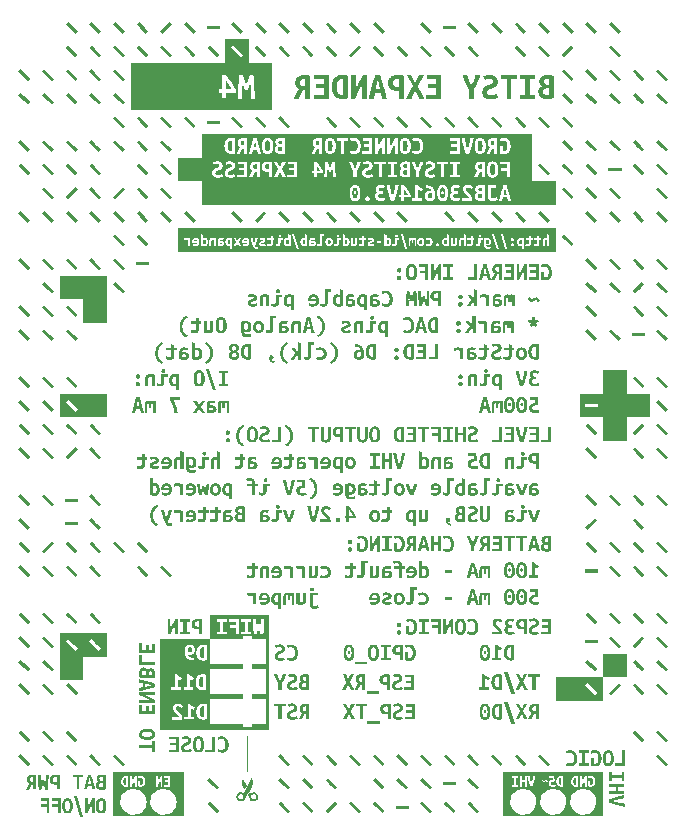
<source format=gbr>
G04 This is an RS-274x file exported by *
G04 gerbv version 2.9.4 *
G04 More information is available about gerbv at *
G04 https://gerbv.github.io/ *
G04 --End of header info--*
%MOIN*%
%FSLAX36Y36*%
%IPPOS*%
G04 --Define apertures--*
%ADD10C,0.0139*%
G04 --Start main section--*
G54D10*
G36*
G01X0912797Y2480479D02*
G01X0912797Y2480479D01*
G01X0925197Y2468079D01*
G01X0917697Y2460579D01*
G01X0905297Y2472979D01*
G01X0905297Y2472979D01*
G01X0898097Y2480179D01*
G01X0898097Y2480179D01*
G01X0885697Y2492579D01*
G01X0893197Y2500079D01*
G01X0905597Y2487679D01*
G01X0905597Y2487679D01*
G01X0912797Y2480479D01*
G01X0912797Y2480479D01*
G37*
G36*
G01X0912797Y2401679D02*
G01X0912797Y2401679D01*
G01X0925197Y2389379D01*
G01X0917697Y2381879D01*
G01X0905297Y2394179D01*
G01X0905297Y2394179D01*
G01X0898097Y2401379D01*
G01X0898097Y2401379D01*
G01X0885697Y2413779D01*
G01X0893197Y2421279D01*
G01X0905597Y2408879D01*
G01X0905597Y2408879D01*
G01X0912797Y2401679D01*
G01X0912797Y2401679D01*
G37*
G36*
G01X0912797Y2323079D02*
G01X0912797Y2323079D01*
G01X0925197Y2310679D01*
G01X0917697Y2303179D01*
G01X0905297Y2315579D01*
G01X0905297Y2315579D01*
G01X0898097Y2322779D01*
G01X0898097Y2322779D01*
G01X0885697Y2335179D01*
G01X0893197Y2342679D01*
G01X0905597Y2330279D01*
G01X0905597Y2330279D01*
G01X0912797Y2323079D01*
G01X0912797Y2323079D01*
G37*
G36*
G01X0912797Y2244379D02*
G01X0912797Y2244379D01*
G01X0925197Y2231979D01*
G01X0917697Y2224479D01*
G01X0905297Y2236879D01*
G01X0905297Y2236879D01*
G01X0898097Y2244079D01*
G01X0898097Y2244079D01*
G01X0885697Y2256379D01*
G01X0893197Y2263879D01*
G01X0905597Y2251579D01*
G01X0905597Y2251579D01*
G01X0912797Y2244379D01*
G01X0912797Y2244379D01*
G37*
G36*
G01X0991497Y2323079D02*
G01X0991497Y2323079D01*
G01X1003897Y2310679D01*
G01X0996397Y2303179D01*
G01X0983997Y2315579D01*
G01X0983997Y2315579D01*
G01X0976797Y2322779D01*
G01X0976797Y2322779D01*
G01X0964497Y2335179D01*
G01X0971997Y2342679D01*
G01X0984297Y2330279D01*
G01X0984297Y2330279D01*
G01X0991497Y2323079D01*
G01X0991497Y2323079D01*
G37*
G36*
G01X1070297Y2323079D02*
G01X1070297Y2323079D01*
G01X1082697Y2310679D01*
G01X1075197Y2303179D01*
G01X1062797Y2315579D01*
G01X1062797Y2315579D01*
G01X1055597Y2322779D01*
G01X1055597Y2322779D01*
G01X1043197Y2335179D01*
G01X1050697Y2342679D01*
G01X1063097Y2330279D01*
G01X1063097Y2330279D01*
G01X1070297Y2323079D01*
G01X1070297Y2323079D01*
G37*
G36*
G01X1070297Y2244379D02*
G01X1070297Y2244379D01*
G01X1082697Y2231979D01*
G01X1075197Y2224479D01*
G01X1062797Y2236879D01*
G01X1062797Y2236879D01*
G01X1055597Y2244079D01*
G01X1055597Y2244079D01*
G01X1043197Y2256379D01*
G01X1050697Y2263879D01*
G01X1063097Y2251579D01*
G01X1063097Y2251579D01*
G01X1070297Y2244379D01*
G01X1070297Y2244379D01*
G37*
G36*
G01X0991497Y2244379D02*
G01X0991497Y2244379D01*
G01X1003897Y2231979D01*
G01X0996397Y2224479D01*
G01X0983997Y2236879D01*
G01X0983997Y2236879D01*
G01X0976797Y2244079D01*
G01X0976797Y2244079D01*
G01X0964497Y2256379D01*
G01X0971997Y2263879D01*
G01X0984297Y2251579D01*
G01X0984297Y2251579D01*
G01X0991497Y2244379D01*
G01X0991497Y2244379D01*
G37*
G36*
G01X0755397Y2323079D02*
G01X0755397Y2323079D01*
G01X0767797Y2310679D01*
G01X0760297Y2303179D01*
G01X0747897Y2315579D01*
G01X0747897Y2315579D01*
G01X0740697Y2322779D01*
G01X0740697Y2322779D01*
G01X0728297Y2335179D01*
G01X0735797Y2342679D01*
G01X0748197Y2330279D01*
G01X0748197Y2330279D01*
G01X0755397Y2323079D01*
G01X0755397Y2323079D01*
G37*
G36*
G01X0755397Y2244379D02*
G01X0755397Y2244379D01*
G01X0767797Y2231979D01*
G01X0760297Y2224479D01*
G01X0747897Y2236879D01*
G01X0747897Y2236879D01*
G01X0740697Y2244079D01*
G01X0740697Y2244079D01*
G01X0728297Y2256379D01*
G01X0735797Y2263879D01*
G01X0748197Y2251579D01*
G01X0748197Y2251579D01*
G01X0755397Y2244379D01*
G01X0755397Y2244379D01*
G37*
G36*
G01X0834197Y2323079D02*
G01X0834197Y2323079D01*
G01X0846497Y2310679D01*
G01X0838997Y2303179D01*
G01X0826697Y2315579D01*
G01X0826697Y2315579D01*
G01X0819497Y2322779D01*
G01X0819497Y2322779D01*
G01X0807097Y2335179D01*
G01X0814597Y2342679D01*
G01X0826997Y2330279D01*
G01X0826997Y2330279D01*
G01X0834197Y2323079D01*
G01X0834197Y2323079D01*
G37*
G36*
G01X0834197Y2244379D02*
G01X0834197Y2244379D01*
G01X0846497Y2231979D01*
G01X0838997Y2224479D01*
G01X0826697Y2236879D01*
G01X0826697Y2236879D01*
G01X0819497Y2244079D01*
G01X0819497Y2244079D01*
G01X0807097Y2256379D01*
G01X0814597Y2263879D01*
G01X0826997Y2251579D01*
G01X0826997Y2251579D01*
G01X0834197Y2244379D01*
G01X0834197Y2244379D01*
G37*
G36*
G01X0755397Y2165579D02*
G01X0755397Y2165579D01*
G01X0767797Y2153179D01*
G01X0760297Y2145679D01*
G01X0747897Y2158079D01*
G01X0747897Y2158079D01*
G01X0740697Y2165279D01*
G01X0740697Y2165279D01*
G01X0728297Y2177679D01*
G01X0735797Y2185179D01*
G01X0748197Y2172779D01*
G01X0748197Y2172779D01*
G01X0755397Y2165579D01*
G01X0755397Y2165579D01*
G37*
G36*
G01X0676697Y2165579D02*
G01X0676697Y2165579D01*
G01X0688997Y2153179D01*
G01X0681497Y2145679D01*
G01X0669197Y2158079D01*
G01X0669197Y2158079D01*
G01X0661997Y2165279D01*
G01X0661997Y2165279D01*
G01X0649597Y2177679D01*
G01X0657097Y2185179D01*
G01X0669497Y2172779D01*
G01X0669497Y2172779D01*
G01X0676697Y2165579D01*
G01X0676697Y2165579D01*
G37*
G36*
G01X0597897Y2165579D02*
G01X0597897Y2165579D01*
G01X0610297Y2153179D01*
G01X0602797Y2145679D01*
G01X0590397Y2158079D01*
G01X0590397Y2158079D01*
G01X0583197Y2165279D01*
G01X0583197Y2165279D01*
G01X0570797Y2177679D01*
G01X0578297Y2185179D01*
G01X0590697Y2172779D01*
G01X0590697Y2172779D01*
G01X0597897Y2165579D01*
G01X0597897Y2165579D01*
G37*
G36*
G01X0519197Y2165579D02*
G01X0519197Y2165579D01*
G01X0531497Y2153179D01*
G01X0523997Y2145679D01*
G01X0511697Y2158079D01*
G01X0511697Y2158079D01*
G01X0504497Y2165279D01*
G01X0504497Y2165279D01*
G01X0492097Y2177679D01*
G01X0499597Y2185179D01*
G01X0511997Y2172779D01*
G01X0511997Y2172779D01*
G01X0519197Y2165579D01*
G01X0519197Y2165579D01*
G37*
G36*
G01X0440397Y2165579D02*
G01X0440397Y2165579D01*
G01X0452797Y2153179D01*
G01X0445297Y2145679D01*
G01X0432897Y2158079D01*
G01X0432897Y2158079D01*
G01X0425697Y2165279D01*
G01X0425697Y2165279D01*
G01X0413297Y2177679D01*
G01X0420797Y2185179D01*
G01X0433197Y2172779D01*
G01X0433197Y2172779D01*
G01X0440397Y2165579D01*
G01X0440397Y2165579D01*
G37*
G36*
G01X0361697Y2165579D02*
G01X0361697Y2165579D01*
G01X0373997Y2153179D01*
G01X0366497Y2145679D01*
G01X0354197Y2158079D01*
G01X0354197Y2158079D01*
G01X0346997Y2165279D01*
G01X0346997Y2165279D01*
G01X0334597Y2177679D01*
G01X0342097Y2185179D01*
G01X0354497Y2172779D01*
G01X0354497Y2172779D01*
G01X0361697Y2165579D01*
G01X0361697Y2165579D01*
G37*
G36*
G01X0282897Y2165579D02*
G01X0282897Y2165579D01*
G01X0295297Y2153179D01*
G01X0287797Y2145679D01*
G01X0275397Y2158079D01*
G01X0275397Y2158079D01*
G01X0268197Y2165279D01*
G01X0268197Y2165279D01*
G01X0255797Y2177679D01*
G01X0263297Y2185179D01*
G01X0275697Y2172779D01*
G01X0275697Y2172779D01*
G01X0282897Y2165579D01*
G01X0282897Y2165579D01*
G37*
G36*
G01X0204197Y2165579D02*
G01X0204197Y2165579D01*
G01X0216497Y2153179D01*
G01X0208997Y2145679D01*
G01X0196697Y2158079D01*
G01X0196697Y2158079D01*
G01X0189497Y2165279D01*
G01X0189497Y2165279D01*
G01X0177097Y2177679D01*
G01X0184597Y2185179D01*
G01X0196997Y2172779D01*
G01X0196997Y2172779D01*
G01X0204197Y2165579D01*
G01X0204197Y2165579D01*
G37*
G36*
G01X0125397Y2165579D02*
G01X0125397Y2165579D01*
G01X0137797Y2153179D01*
G01X0130297Y2145679D01*
G01X0117897Y2158079D01*
G01X0117897Y2158079D01*
G01X0110697Y2165279D01*
G01X0110697Y2165279D01*
G01X0098297Y2177679D01*
G01X0105797Y2185179D01*
G01X0118197Y2172779D01*
G01X0118197Y2172779D01*
G01X0125397Y2165579D01*
G01X0125397Y2165579D01*
G37*
G36*
G01X0046697Y2165579D02*
G01X0046697Y2165579D01*
G01X0058997Y2153179D01*
G01X0051497Y2145679D01*
G01X0039197Y2158079D01*
G01X0039197Y2158079D01*
G01X0031997Y2165279D01*
G01X0031997Y2165279D01*
G01X0019597Y2177679D01*
G01X0027197Y2185079D01*
G01X0039597Y2172679D01*
G01X0039597Y2172679D01*
G01X0046697Y2165579D01*
G01X0046697Y2165579D01*
G37*
G36*
G01X-032103Y2165579D02*
G01X-032103Y2165579D01*
G01X-019703Y2153179D01*
G01X-027203Y2145679D01*
G01X-039603Y2158079D01*
G01X-039603Y2158079D01*
G01X-046803Y2165279D01*
G01X-046803Y2165279D01*
G01X-059203Y2177679D01*
G01X-051703Y2185179D01*
G01X-039303Y2172779D01*
G01X-039303Y2172779D01*
G01X-032103Y2165579D01*
G01X-032103Y2165579D01*
G37*
G36*
G01X-189603Y2165579D02*
G01X-189603Y2165579D01*
G01X-177203Y2153179D01*
G01X-184703Y2145679D01*
G01X-197103Y2158079D01*
G01X-197103Y2158079D01*
G01X-204303Y2165279D01*
G01X-204303Y2165279D01*
G01X-216703Y2177679D01*
G01X-209203Y2185179D01*
G01X-196803Y2172779D01*
G01X-196803Y2172779D01*
G01X-189603Y2165579D01*
G01X-189603Y2165579D01*
G37*
G36*
G01X-268203Y2165579D02*
G01X-268203Y2165579D01*
G01X-255803Y2153179D01*
G01X-263303Y2145679D01*
G01X-275703Y2158079D01*
G01X-275703Y2158079D01*
G01X-282903Y2165279D01*
G01X-282903Y2165279D01*
G01X-295303Y2177679D01*
G01X-287803Y2185179D01*
G01X-275403Y2172779D01*
G01X-275403Y2172779D01*
G01X-268203Y2165579D01*
G01X-268203Y2165579D01*
G37*
G36*
G01X-346903Y2165579D02*
G01X-346903Y2165579D01*
G01X-334603Y2153179D01*
G01X-342103Y2145679D01*
G01X-354403Y2158079D01*
G01X-354403Y2158079D01*
G01X-361703Y2165179D01*
G01X-361703Y2165179D01*
G01X-374003Y2177579D01*
G01X-366503Y2185079D01*
G01X-354203Y2172679D01*
G01X-354203Y2172679D01*
G01X-346903Y2165579D01*
G01X-346903Y2165579D01*
G37*
G36*
G01X-428003Y2170679D02*
G01X-428003Y2170679D01*
G01X-410503Y2170679D01*
G01X-410503Y2160079D01*
G01X-428003Y2160079D01*
G01X-428003Y2160079D01*
G01X-438203Y2160079D01*
G01X-438203Y2160079D01*
G01X-455703Y2160079D01*
G01X-455703Y2170679D01*
G01X-438203Y2170679D01*
G01X-438203Y2170679D01*
G01X-428003Y2170679D01*
G01X-428003Y2170679D01*
G37*
G36*
G01X-504403Y2165579D02*
G01X-504403Y2165579D01*
G01X-492103Y2153179D01*
G01X-499603Y2145679D01*
G01X-511903Y2158079D01*
G01X-511903Y2158079D01*
G01X-519203Y2165279D01*
G01X-519203Y2165279D01*
G01X-531503Y2177679D01*
G01X-524003Y2185179D01*
G01X-511703Y2172779D01*
G01X-511703Y2172779D01*
G01X-504403Y2165579D01*
G01X-504403Y2165579D01*
G37*
G36*
G01X-583203Y2165579D02*
G01X-583203Y2165579D01*
G01X-570803Y2153179D01*
G01X-578303Y2145679D01*
G01X-590703Y2158079D01*
G01X-590703Y2158079D01*
G01X-597903Y2165279D01*
G01X-597903Y2165279D01*
G01X-610303Y2177679D01*
G01X-602803Y2185179D01*
G01X-590403Y2172779D01*
G01X-590403Y2172779D01*
G01X-583203Y2165579D01*
G01X-583203Y2165579D01*
G37*
G36*
G01X-661903Y2165579D02*
G01X-661903Y2165579D01*
G01X-649603Y2153179D01*
G01X-657103Y2145679D01*
G01X-669403Y2158079D01*
G01X-669403Y2158079D01*
G01X-676703Y2165279D01*
G01X-676703Y2165279D01*
G01X-689003Y2177679D01*
G01X-681503Y2185179D01*
G01X-669203Y2172779D01*
G01X-669203Y2172779D01*
G01X-661903Y2165579D01*
G01X-661903Y2165579D01*
G37*
G36*
G01X-740703Y2165579D02*
G01X-740703Y2165579D01*
G01X-728303Y2153179D01*
G01X-735803Y2145679D01*
G01X-748203Y2158079D01*
G01X-748203Y2158079D01*
G01X-755403Y2165279D01*
G01X-755403Y2165279D01*
G01X-767803Y2177679D01*
G01X-760303Y2185179D01*
G01X-747903Y2172779D01*
G01X-747903Y2172779D01*
G01X-740703Y2165579D01*
G01X-740703Y2165579D01*
G37*
G36*
G01X-740703Y2244379D02*
G01X-740703Y2244379D01*
G01X-728303Y2231979D01*
G01X-735803Y2224479D01*
G01X-748203Y2236879D01*
G01X-748203Y2236879D01*
G01X-755403Y2244079D01*
G01X-755403Y2244079D01*
G01X-767803Y2256379D01*
G01X-760303Y2263879D01*
G01X-747903Y2251579D01*
G01X-747903Y2251579D01*
G01X-740703Y2244379D01*
G01X-740703Y2244379D01*
G37*
G36*
G01X-819403Y2244379D02*
G01X-819403Y2244379D01*
G01X-807103Y2231979D01*
G01X-814603Y2224479D01*
G01X-826903Y2236879D01*
G01X-826903Y2236879D01*
G01X-834203Y2244079D01*
G01X-834203Y2244079D01*
G01X-846503Y2256379D01*
G01X-839003Y2263879D01*
G01X-826703Y2251579D01*
G01X-826703Y2251579D01*
G01X-819403Y2244379D01*
G01X-819403Y2244379D01*
G37*
G36*
G01X-898203Y2244379D02*
G01X-898203Y2244379D01*
G01X-885803Y2231979D01*
G01X-893303Y2224479D01*
G01X-905703Y2236879D01*
G01X-905703Y2236879D01*
G01X-912903Y2244079D01*
G01X-912903Y2244079D01*
G01X-925303Y2256379D01*
G01X-917803Y2263879D01*
G01X-905403Y2251579D01*
G01X-905403Y2251579D01*
G01X-898203Y2244379D01*
G01X-898203Y2244379D01*
G37*
G36*
G01X-976903Y2244379D02*
G01X-976903Y2244379D01*
G01X-964603Y2231979D01*
G01X-972103Y2224479D01*
G01X-984403Y2236879D01*
G01X-984403Y2236879D01*
G01X-991703Y2244079D01*
G01X-991703Y2244079D01*
G01X-1004003Y2256379D01*
G01X-996503Y2263879D01*
G01X-984203Y2251579D01*
G01X-984203Y2251579D01*
G01X-976903Y2244379D01*
G01X-976903Y2244379D01*
G37*
G36*
G01X-1055703Y2244379D02*
G01X-1055703Y2244379D01*
G01X-1043303Y2231979D01*
G01X-1050803Y2224479D01*
G01X-1063203Y2236879D01*
G01X-1063203Y2236879D01*
G01X-1070403Y2244079D01*
G01X-1070403Y2244079D01*
G01X-1082603Y2256279D01*
G01X-1075103Y2263779D01*
G01X-1062803Y2251379D01*
G01X-1062803Y2251379D01*
G01X-1055703Y2244379D01*
G01X-1055703Y2244379D01*
G37*
G36*
G01X-740703Y2323079D02*
G01X-740703Y2323079D01*
G01X-728303Y2310679D01*
G01X-735803Y2303179D01*
G01X-748203Y2315579D01*
G01X-748203Y2315579D01*
G01X-755403Y2322779D01*
G01X-755403Y2322779D01*
G01X-767803Y2335179D01*
G01X-760303Y2342679D01*
G01X-747903Y2330279D01*
G01X-747903Y2330279D01*
G01X-740703Y2323079D01*
G01X-740703Y2323079D01*
G37*
G36*
G01X-819403Y2323079D02*
G01X-819403Y2323079D01*
G01X-807103Y2310679D01*
G01X-814603Y2303179D01*
G01X-826903Y2315579D01*
G01X-826903Y2315579D01*
G01X-834203Y2322779D01*
G01X-834203Y2322779D01*
G01X-846503Y2335179D01*
G01X-839003Y2342679D01*
G01X-826703Y2330279D01*
G01X-826703Y2330279D01*
G01X-819403Y2323079D01*
G01X-819403Y2323079D01*
G37*
G36*
G01X-898203Y2323079D02*
G01X-898203Y2323079D01*
G01X-885803Y2310679D01*
G01X-893303Y2303179D01*
G01X-905703Y2315579D01*
G01X-905703Y2315579D01*
G01X-912903Y2322779D01*
G01X-912903Y2322779D01*
G01X-925303Y2335179D01*
G01X-917803Y2342679D01*
G01X-905403Y2330279D01*
G01X-905403Y2330279D01*
G01X-898203Y2323079D01*
G01X-898203Y2323079D01*
G37*
G36*
G01X-740703Y2401679D02*
G01X-740703Y2401679D01*
G01X-728303Y2389379D01*
G01X-735803Y2381879D01*
G01X-748203Y2394179D01*
G01X-748203Y2394179D01*
G01X-755403Y2401379D01*
G01X-755403Y2401379D01*
G01X-767803Y2413779D01*
G01X-760303Y2421279D01*
G01X-747903Y2408879D01*
G01X-747903Y2408879D01*
G01X-740703Y2401679D01*
G01X-740703Y2401679D01*
G37*
G36*
G01X-819403Y2401679D02*
G01X-819403Y2401679D01*
G01X-807103Y2389379D01*
G01X-814603Y2381879D01*
G01X-826903Y2394179D01*
G01X-826903Y2394179D01*
G01X-834203Y2401379D01*
G01X-834203Y2401379D01*
G01X-846503Y2413779D01*
G01X-839003Y2421279D01*
G01X-826703Y2408879D01*
G01X-826703Y2408879D01*
G01X-819403Y2401679D01*
G01X-819403Y2401679D01*
G37*
G36*
G01X-898203Y2401679D02*
G01X-898203Y2401679D01*
G01X-885803Y2389379D01*
G01X-893303Y2381879D01*
G01X-905703Y2394179D01*
G01X-905703Y2394179D01*
G01X-912903Y2401379D01*
G01X-912903Y2401379D01*
G01X-925303Y2413779D01*
G01X-917803Y2421279D01*
G01X-905403Y2408879D01*
G01X-905403Y2408879D01*
G01X-898203Y2401679D01*
G01X-898203Y2401679D01*
G37*
G36*
G01X-740703Y2480479D02*
G01X-740703Y2480479D01*
G01X-728303Y2468079D01*
G01X-735803Y2460579D01*
G01X-748203Y2472979D01*
G01X-748203Y2472979D01*
G01X-755403Y2480179D01*
G01X-755403Y2480179D01*
G01X-767803Y2492579D01*
G01X-760303Y2500079D01*
G01X-747903Y2487679D01*
G01X-747903Y2487679D01*
G01X-740703Y2480479D01*
G01X-740703Y2480479D01*
G37*
G36*
G01X-819403Y2480479D02*
G01X-819403Y2480479D01*
G01X-807103Y2468079D01*
G01X-814603Y2460579D01*
G01X-826903Y2472979D01*
G01X-826903Y2472979D01*
G01X-834203Y2480179D01*
G01X-834203Y2480179D01*
G01X-846503Y2492579D01*
G01X-839003Y2500079D01*
G01X-826703Y2487679D01*
G01X-826703Y2487679D01*
G01X-819403Y2480479D01*
G01X-819403Y2480479D01*
G37*
G36*
G01X-898203Y2480479D02*
G01X-898203Y2480479D01*
G01X-885803Y2468079D01*
G01X-893303Y2460579D01*
G01X-905703Y2472979D01*
G01X-905703Y2472979D01*
G01X-912903Y2480179D01*
G01X-912903Y2480179D01*
G01X-925303Y2492579D01*
G01X-917803Y2500079D01*
G01X-905403Y2487679D01*
G01X-905403Y2487679D01*
G01X-898203Y2480479D01*
G01X-898203Y2480479D01*
G37*
G36*
G01X-504403Y2401679D02*
G01X-504403Y2401679D01*
G01X-492103Y2389379D01*
G01X-499603Y2381879D01*
G01X-511903Y2394179D01*
G01X-511903Y2394179D01*
G01X-519203Y2401379D01*
G01X-519203Y2401379D01*
G01X-531503Y2413779D01*
G01X-524003Y2421279D01*
G01X-511703Y2408879D01*
G01X-511703Y2408879D01*
G01X-504403Y2401679D01*
G01X-504403Y2401679D01*
G37*
G36*
G01X-425703Y2401679D02*
G01X-425703Y2401679D01*
G01X-413303Y2389379D01*
G01X-420803Y2381879D01*
G01X-433203Y2394179D01*
G01X-433203Y2394179D01*
G01X-440403Y2401379D01*
G01X-440403Y2401379D01*
G01X-452803Y2413779D01*
G01X-445303Y2421279D01*
G01X-432903Y2408879D01*
G01X-432903Y2408879D01*
G01X-425703Y2401679D01*
G01X-425703Y2401679D01*
G37*
G36*
G01X-583203Y2401679D02*
G01X-583203Y2401679D01*
G01X-570803Y2389379D01*
G01X-578303Y2381879D01*
G01X-590703Y2394179D01*
G01X-590703Y2394179D01*
G01X-597903Y2401379D01*
G01X-597903Y2401379D01*
G01X-610303Y2413779D01*
G01X-602803Y2421279D01*
G01X-590403Y2408879D01*
G01X-590403Y2408879D01*
G01X-583203Y2401679D01*
G01X-583203Y2401679D01*
G37*
G36*
G01X-661903Y2401679D02*
G01X-661903Y2401679D01*
G01X-649603Y2389379D01*
G01X-657103Y2381879D01*
G01X-669403Y2394179D01*
G01X-669403Y2394179D01*
G01X-676703Y2401379D01*
G01X-676703Y2401379D01*
G01X-689003Y2413779D01*
G01X-681503Y2421279D01*
G01X-669203Y2408879D01*
G01X-669203Y2408879D01*
G01X-661903Y2401679D01*
G01X-661903Y2401679D01*
G37*
G36*
G01X-504403Y2480479D02*
G01X-504403Y2480479D01*
G01X-492103Y2468079D01*
G01X-499603Y2460579D01*
G01X-511903Y2472979D01*
G01X-511903Y2472979D01*
G01X-519203Y2480179D01*
G01X-519203Y2480179D01*
G01X-531503Y2492579D01*
G01X-524003Y2500079D01*
G01X-511703Y2487679D01*
G01X-511703Y2487679D01*
G01X-504403Y2480479D01*
G01X-504403Y2480479D01*
G37*
G36*
G01X-428003Y2485579D02*
G01X-428003Y2485579D01*
G01X-410503Y2485579D01*
G01X-410503Y2474879D01*
G01X-428003Y2474879D01*
G01X-428003Y2474879D01*
G01X-438203Y2474879D01*
G01X-438203Y2474879D01*
G01X-455703Y2474879D01*
G01X-455703Y2485579D01*
G01X-438203Y2485579D01*
G01X-438203Y2485579D01*
G01X-428003Y2485579D01*
G01X-428003Y2485579D01*
G37*
G36*
G01X-346903Y2480479D02*
G01X-346903Y2480479D01*
G01X-334603Y2468079D01*
G01X-342203Y2460579D01*
G01X-354603Y2472979D01*
G01X-354603Y2472979D01*
G01X-361703Y2480179D01*
G01X-361703Y2480179D01*
G01X-374003Y2492579D01*
G01X-366503Y2500079D01*
G01X-354203Y2487679D01*
G01X-354203Y2487679D01*
G01X-346903Y2480479D01*
G01X-346903Y2480479D01*
G37*
G36*
G01X-590703Y2487679D02*
G01X-590703Y2487679D01*
G01X-578303Y2500079D01*
G01X-570803Y2492579D01*
G01X-583203Y2480179D01*
G01X-583203Y2480179D01*
G01X-590403Y2472979D01*
G01X-590403Y2472979D01*
G01X-602803Y2460579D01*
G01X-610303Y2468179D01*
G01X-597903Y2480579D01*
G01X-597903Y2480579D01*
G01X-590703Y2487679D01*
G01X-590703Y2487679D01*
G37*
G36*
G01X-661903Y2480479D02*
G01X-661903Y2480479D01*
G01X-649603Y2468079D01*
G01X-657103Y2460579D01*
G01X-669403Y2472979D01*
G01X-669403Y2472979D01*
G01X-676703Y2480179D01*
G01X-676703Y2480179D01*
G01X-689003Y2492579D01*
G01X-681503Y2500079D01*
G01X-669203Y2487679D01*
G01X-669203Y2487679D01*
G01X-661903Y2480479D01*
G01X-661903Y2480479D01*
G37*
G36*
G01X-976903Y2323079D02*
G01X-976903Y2323079D01*
G01X-964603Y2310679D01*
G01X-972103Y2303179D01*
G01X-984403Y2315579D01*
G01X-984403Y2315579D01*
G01X-991703Y2322779D01*
G01X-991703Y2322779D01*
G01X-1004003Y2335179D01*
G01X-996503Y2342679D01*
G01X-984203Y2330279D01*
G01X-984203Y2330279D01*
G01X-976903Y2323079D01*
G01X-976903Y2323079D01*
G37*
G36*
G01X-1055703Y2323079D02*
G01X-1055703Y2323079D01*
G01X-1043303Y2310679D01*
G01X-1050803Y2303179D01*
G01X-1063203Y2315579D01*
G01X-1063203Y2315579D01*
G01X-1070403Y2322779D01*
G01X-1070403Y2322779D01*
G01X-1082803Y2335179D01*
G01X-1075303Y2342679D01*
G01X-1062903Y2330279D01*
G01X-1062903Y2330279D01*
G01X-1055703Y2323079D01*
G01X-1055703Y2323079D01*
G37*
G36*
G01X0834197Y2480479D02*
G01X0834197Y2480479D01*
G01X0846497Y2468079D01*
G01X0838997Y2460579D01*
G01X0826697Y2472979D01*
G01X0826697Y2472979D01*
G01X0819497Y2480179D01*
G01X0819497Y2480179D01*
G01X0807097Y2492579D01*
G01X0814597Y2500079D01*
G01X0826997Y2487679D01*
G01X0826997Y2487679D01*
G01X0834197Y2480479D01*
G01X0834197Y2480479D01*
G37*
G36*
G01X0755397Y2480479D02*
G01X0755397Y2480479D01*
G01X0767797Y2468079D01*
G01X0760297Y2460579D01*
G01X0747897Y2472979D01*
G01X0747897Y2472979D01*
G01X0740697Y2480179D01*
G01X0740697Y2480179D01*
G01X0728297Y2492579D01*
G01X0735797Y2500079D01*
G01X0748197Y2487679D01*
G01X0748197Y2487679D01*
G01X0755397Y2480479D01*
G01X0755397Y2480479D01*
G37*
G36*
G01X0747797Y2408879D02*
G01X0747797Y2408879D01*
G01X0760197Y2421279D01*
G01X0767697Y2413779D01*
G01X0755297Y2401379D01*
G01X0755297Y2401379D01*
G01X0748097Y2394179D01*
G01X0748097Y2394179D01*
G01X0735697Y2381879D01*
G01X0728197Y2389379D01*
G01X0740597Y2401679D01*
G01X0740597Y2401679D01*
G01X0747797Y2408879D01*
G01X0747797Y2408879D01*
G37*
G36*
G01X0676697Y2480479D02*
G01X0676697Y2480479D01*
G01X0688997Y2468079D01*
G01X0681497Y2460579D01*
G01X0669197Y2472979D01*
G01X0669197Y2472979D01*
G01X0661997Y2480179D01*
G01X0661997Y2480179D01*
G01X0649597Y2492579D01*
G01X0657097Y2500079D01*
G01X0669497Y2487679D01*
G01X0669497Y2487679D01*
G01X0676697Y2480479D01*
G01X0676697Y2480479D01*
G37*
G36*
G01X0597897Y2480479D02*
G01X0597897Y2480479D01*
G01X0610297Y2468079D01*
G01X0602797Y2460579D01*
G01X0590397Y2472979D01*
G01X0590397Y2472979D01*
G01X0583197Y2480179D01*
G01X0583197Y2480179D01*
G01X0570797Y2492579D01*
G01X0578297Y2500079D01*
G01X0590697Y2487679D01*
G01X0590697Y2487679D01*
G01X0597897Y2480479D01*
G01X0597897Y2480479D01*
G37*
G36*
G01X0519197Y2480479D02*
G01X0519197Y2480479D01*
G01X0531497Y2468079D01*
G01X0523997Y2460579D01*
G01X0511697Y2472979D01*
G01X0511697Y2472979D01*
G01X0504497Y2480179D01*
G01X0504497Y2480179D01*
G01X0492097Y2492579D01*
G01X0499597Y2500079D01*
G01X0511997Y2487679D01*
G01X0511997Y2487679D01*
G01X0519197Y2480479D01*
G01X0519197Y2480479D01*
G37*
G36*
G01X0440397Y2480479D02*
G01X0440397Y2480479D01*
G01X0452797Y2468079D01*
G01X0445297Y2460579D01*
G01X0432897Y2472979D01*
G01X0432897Y2472979D01*
G01X0425697Y2480179D01*
G01X0425697Y2480179D01*
G01X0413297Y2492579D01*
G01X0420797Y2500079D01*
G01X0433197Y2487679D01*
G01X0433197Y2487679D01*
G01X0440397Y2480479D01*
G01X0440397Y2480479D01*
G37*
G36*
G01X0359497Y2485579D02*
G01X0359497Y2485579D01*
G01X0376997Y2485579D01*
G01X0376997Y2474879D01*
G01X0359497Y2474879D01*
G01X0359497Y2474879D01*
G01X0349297Y2474879D01*
G01X0349297Y2474879D01*
G01X0331797Y2474879D01*
G01X0331797Y2485579D01*
G01X0349297Y2485579D01*
G01X0349297Y2485579D01*
G01X0359497Y2485579D01*
G01X0359497Y2485579D01*
G37*
G36*
G01X0282897Y2480479D02*
G01X0282897Y2480479D01*
G01X0295297Y2468079D01*
G01X0287797Y2460579D01*
G01X0275397Y2472979D01*
G01X0275397Y2472979D01*
G01X0268197Y2480179D01*
G01X0268197Y2480179D01*
G01X0255797Y2492579D01*
G01X0263297Y2500079D01*
G01X0275697Y2487679D01*
G01X0275697Y2487679D01*
G01X0282897Y2480479D01*
G01X0282897Y2480479D01*
G37*
G36*
G01X0676697Y2401679D02*
G01X0676697Y2401679D01*
G01X0688997Y2389379D01*
G01X0681497Y2381879D01*
G01X0669197Y2394179D01*
G01X0669197Y2394179D01*
G01X0661997Y2401379D01*
G01X0661997Y2401379D01*
G01X0649597Y2413779D01*
G01X0657097Y2421279D01*
G01X0669497Y2408879D01*
G01X0669497Y2408879D01*
G01X0676697Y2401679D01*
G01X0676697Y2401679D01*
G37*
G36*
G01X0597897Y2401679D02*
G01X0597897Y2401679D01*
G01X0610297Y2389379D01*
G01X0602797Y2381879D01*
G01X0590397Y2394179D01*
G01X0590397Y2394179D01*
G01X0583197Y2401379D01*
G01X0583197Y2401379D01*
G01X0570797Y2413779D01*
G01X0578297Y2421279D01*
G01X0590697Y2408879D01*
G01X0590697Y2408879D01*
G01X0597897Y2401679D01*
G01X0597897Y2401679D01*
G37*
G36*
G01X0440397Y2401679D02*
G01X0440397Y2401679D01*
G01X0452797Y2389379D01*
G01X0445297Y2381879D01*
G01X0432897Y2394179D01*
G01X0432897Y2394179D01*
G01X0425697Y2401379D01*
G01X0425697Y2401379D01*
G01X0413297Y2413779D01*
G01X0420797Y2421279D01*
G01X0433197Y2408879D01*
G01X0433197Y2408879D01*
G01X0440397Y2401679D01*
G01X0440397Y2401679D01*
G37*
G36*
G01X0361697Y2401679D02*
G01X0361697Y2401679D01*
G01X0373997Y2389379D01*
G01X0366497Y2381879D01*
G01X0354197Y2394179D01*
G01X0354197Y2394179D01*
G01X0346997Y2401379D01*
G01X0346997Y2401379D01*
G01X0334597Y2413779D01*
G01X0342097Y2421279D01*
G01X0354497Y2408879D01*
G01X0354497Y2408879D01*
G01X0361697Y2401679D01*
G01X0361697Y2401679D01*
G37*
G36*
G01X0282897Y2401679D02*
G01X0282897Y2401679D01*
G01X0295297Y2389379D01*
G01X0287797Y2381879D01*
G01X0275397Y2394179D01*
G01X0275397Y2394179D01*
G01X0268197Y2401379D01*
G01X0268197Y2401379D01*
G01X0255797Y2413779D01*
G01X0263297Y2421279D01*
G01X0275697Y2408879D01*
G01X0275697Y2408879D01*
G01X0282897Y2401679D01*
G01X0282897Y2401679D01*
G37*
G36*
G01X0204197Y2401679D02*
G01X0204197Y2401679D01*
G01X0216497Y2389379D01*
G01X0208997Y2381879D01*
G01X0196697Y2394179D01*
G01X0196697Y2394179D01*
G01X0189497Y2401379D01*
G01X0189497Y2401379D01*
G01X0177097Y2413779D01*
G01X0184597Y2421279D01*
G01X0196997Y2408879D01*
G01X0196997Y2408879D01*
G01X0204197Y2401679D01*
G01X0204197Y2401679D01*
G37*
G36*
G01X0125397Y2401679D02*
G01X0125397Y2401679D01*
G01X0137797Y2389379D01*
G01X0130297Y2381879D01*
G01X0117897Y2394179D01*
G01X0117897Y2394179D01*
G01X0110697Y2401379D01*
G01X0110697Y2401379D01*
G01X0098297Y2413779D01*
G01X0105797Y2421279D01*
G01X0118197Y2408879D01*
G01X0118197Y2408879D01*
G01X0125397Y2401679D01*
G01X0125397Y2401679D01*
G37*
G36*
G01X0039597Y2394179D02*
G01X0039597Y2394179D01*
G01X0027197Y2381879D01*
G01X0019697Y2389379D01*
G01X0032097Y2401679D01*
G01X0032097Y2401679D01*
G01X0039297Y2408879D01*
G01X0039297Y2408879D01*
G01X0051697Y2421279D01*
G01X0059197Y2413779D01*
G01X0046797Y2401379D01*
G01X0046797Y2401379D01*
G01X0039597Y2394179D01*
G01X0039597Y2394179D01*
G37*
G36*
G01X-032103Y2401679D02*
G01X-032103Y2401679D01*
G01X-019703Y2389379D01*
G01X-027203Y2381879D01*
G01X-039603Y2394179D01*
G01X-039603Y2394179D01*
G01X-046803Y2401379D01*
G01X-046803Y2401379D01*
G01X-059203Y2413779D01*
G01X-051703Y2421279D01*
G01X-039303Y2408879D01*
G01X-039303Y2408879D01*
G01X-032103Y2401679D01*
G01X-032103Y2401679D01*
G37*
G36*
G01X-110803Y2401679D02*
G01X-110803Y2401679D01*
G01X-098503Y2389379D01*
G01X-106003Y2381879D01*
G01X-118303Y2394179D01*
G01X-118303Y2394179D01*
G01X-125503Y2401379D01*
G01X-125503Y2401379D01*
G01X-137903Y2413779D01*
G01X-130403Y2421279D01*
G01X-118003Y2408879D01*
G01X-118003Y2408879D01*
G01X-110803Y2401679D01*
G01X-110803Y2401679D01*
G37*
G36*
G01X-189603Y2401679D02*
G01X-189603Y2401679D01*
G01X-177203Y2389379D01*
G01X-184703Y2381879D01*
G01X-197103Y2394179D01*
G01X-197103Y2394179D01*
G01X-204303Y2401379D01*
G01X-204303Y2401379D01*
G01X-216703Y2413779D01*
G01X-209203Y2421279D01*
G01X-196803Y2408879D01*
G01X-196803Y2408879D01*
G01X-189603Y2401679D01*
G01X-189603Y2401679D01*
G37*
G36*
G01X-268203Y2401679D02*
G01X-268203Y2401679D01*
G01X-255803Y2389379D01*
G01X-263303Y2381879D01*
G01X-275703Y2394179D01*
G01X-275703Y2394179D01*
G01X-282903Y2401379D01*
G01X-282903Y2401379D01*
G01X-295303Y2413779D01*
G01X-287803Y2421279D01*
G01X-275403Y2408879D01*
G01X-275403Y2408879D01*
G01X-268203Y2401679D01*
G01X-268203Y2401679D01*
G37*
G36*
G01X0125397Y2480479D02*
G01X0125397Y2480479D01*
G01X0137797Y2468079D01*
G01X0130297Y2460579D01*
G01X0117897Y2472979D01*
G01X0117897Y2472979D01*
G01X0110697Y2480179D01*
G01X0110697Y2480179D01*
G01X0098297Y2492579D01*
G01X0105797Y2500079D01*
G01X0118197Y2487679D01*
G01X0118197Y2487679D01*
G01X0125397Y2480479D01*
G01X0125397Y2480479D01*
G37*
G36*
G01X0046697Y2480479D02*
G01X0046697Y2480479D01*
G01X0058997Y2468079D01*
G01X0051497Y2460579D01*
G01X0039197Y2472979D01*
G01X0039197Y2472979D01*
G01X0031997Y2480179D01*
G01X0031997Y2480179D01*
G01X0019597Y2492579D01*
G01X0027197Y2500079D01*
G01X0039597Y2487679D01*
G01X0039597Y2487679D01*
G01X0046697Y2480479D01*
G01X0046697Y2480479D01*
G37*
G36*
G01X-032103Y2480479D02*
G01X-032103Y2480479D01*
G01X-019703Y2468079D01*
G01X-027203Y2460579D01*
G01X-039603Y2472979D01*
G01X-039603Y2472979D01*
G01X-046803Y2480179D01*
G01X-046803Y2480179D01*
G01X-059203Y2492579D01*
G01X-051703Y2500079D01*
G01X-039303Y2487679D01*
G01X-039303Y2487679D01*
G01X-032103Y2480479D01*
G01X-032103Y2480479D01*
G37*
G36*
G01X-110803Y2480479D02*
G01X-110803Y2480479D01*
G01X-098503Y2468079D01*
G01X-106003Y2460579D01*
G01X-118303Y2472979D01*
G01X-118303Y2472979D01*
G01X-125503Y2480179D01*
G01X-125503Y2480179D01*
G01X-137903Y2492579D01*
G01X-130403Y2500079D01*
G01X-118003Y2487679D01*
G01X-118003Y2487679D01*
G01X-110803Y2480479D01*
G01X-110803Y2480479D01*
G37*
G36*
G01X-189603Y2480479D02*
G01X-189603Y2480479D01*
G01X-177203Y2468079D01*
G01X-184703Y2460579D01*
G01X-197103Y2472979D01*
G01X-197103Y2472979D01*
G01X-204303Y2480179D01*
G01X-204303Y2480179D01*
G01X-216703Y2492579D01*
G01X-209203Y2500079D01*
G01X-196803Y2487679D01*
G01X-196803Y2487679D01*
G01X-189603Y2480479D01*
G01X-189603Y2480479D01*
G37*
G36*
G01X-268203Y2480479D02*
G01X-268203Y2480479D01*
G01X-255803Y2468079D01*
G01X-263303Y2460579D01*
G01X-275803Y2472979D01*
G01X-275803Y2472979D01*
G01X-283003Y2480179D01*
G01X-283003Y2480179D01*
G01X-295403Y2492579D01*
G01X-287903Y2500079D01*
G01X-275503Y2487679D01*
G01X-275503Y2487679D01*
G01X-268203Y2480479D01*
G01X-268203Y2480479D01*
G37*
G36*
G01X-944703Y1653379D02*
G01X-944703Y1574779D01*
G01X-866103Y1574779D01*
G01X-866103Y1496179D01*
G01X-787503Y1496179D01*
G01X-787503Y1574779D01*
G01X-787503Y1653379D01*
G01X-866103Y1653379D01*
G01X-944703Y1653379D01*
G37*
G36*
G01X0944897Y0314979D02*
G01X0944897Y0393779D01*
G01X0866097Y0393779D01*
G01X0866097Y0314979D01*
G01X0944897Y0314979D01*
G37*
G36*
G01X-319803Y0118079D02*
G01X-322503Y0118079D01*
G01X-322503Y0000079D01*
G01X-319803Y0000079D01*
G01X-317303Y0000079D01*
G01X-317303Y0118079D01*
G01X-319803Y0118079D01*
G37*
G36*
G01X-583203Y2165579D02*
G01X-583203Y2165579D01*
G01X-570803Y2153179D01*
G01X-578303Y2145679D01*
G01X-590703Y2158079D01*
G01X-590703Y2158079D01*
G01X-597903Y2165279D01*
G01X-597903Y2165279D01*
G01X-610303Y2177679D01*
G01X-602803Y2185179D01*
G01X-590403Y2172779D01*
G01X-590403Y2172779D01*
G01X-583203Y2165579D01*
G01X-583203Y2165579D01*
G37*
G36*
G01X-661903Y2165579D02*
G01X-661903Y2165579D01*
G01X-649603Y2153179D01*
G01X-657103Y2145679D01*
G01X-669403Y2158079D01*
G01X-669403Y2158079D01*
G01X-676703Y2165279D01*
G01X-676703Y2165279D01*
G01X-689003Y2177679D01*
G01X-681503Y2185179D01*
G01X-669203Y2172779D01*
G01X-669203Y2172779D01*
G01X-661903Y2165579D01*
G01X-661903Y2165579D01*
G37*
G36*
G01X-740703Y2165579D02*
G01X-740703Y2165579D01*
G01X-728303Y2153179D01*
G01X-735803Y2145679D01*
G01X-748203Y2158079D01*
G01X-748203Y2158079D01*
G01X-755403Y2165279D01*
G01X-755403Y2165279D01*
G01X-767803Y2177679D01*
G01X-760303Y2185179D01*
G01X-747903Y2172779D01*
G01X-747903Y2172779D01*
G01X-740703Y2165579D01*
G01X-740703Y2165579D01*
G37*
G36*
G01X-583203Y2086879D02*
G01X-583203Y2086879D01*
G01X-570803Y2074479D01*
G01X-578303Y2066979D01*
G01X-590703Y2079379D01*
G01X-590703Y2079379D01*
G01X-597903Y2086579D01*
G01X-597903Y2086579D01*
G01X-610303Y2098879D01*
G01X-602803Y2106379D01*
G01X-590403Y2094079D01*
G01X-590403Y2094079D01*
G01X-583203Y2086879D01*
G01X-583203Y2086879D01*
G37*
G36*
G01X-661903Y2086879D02*
G01X-661903Y2086879D01*
G01X-649603Y2074479D01*
G01X-657103Y2066979D01*
G01X-669403Y2079379D01*
G01X-669403Y2079379D01*
G01X-676703Y2086579D01*
G01X-676703Y2086579D01*
G01X-689003Y2098879D01*
G01X-681503Y2106379D01*
G01X-669203Y2094079D01*
G01X-669203Y2094079D01*
G01X-661903Y2086879D01*
G01X-661903Y2086879D01*
G37*
G36*
G01X-740703Y2086879D02*
G01X-740703Y2086879D01*
G01X-728303Y2074479D01*
G01X-735803Y2066979D01*
G01X-748203Y2079379D01*
G01X-748203Y2079379D01*
G01X-755403Y2086579D01*
G01X-755403Y2086579D01*
G01X-767803Y2098879D01*
G01X-760303Y2106379D01*
G01X-747903Y2094079D01*
G01X-747903Y2094079D01*
G01X-740703Y2086879D01*
G01X-740703Y2086879D01*
G37*
G36*
G01X-819403Y2086879D02*
G01X-819403Y2086879D01*
G01X-807103Y2074479D01*
G01X-814603Y2066979D01*
G01X-826903Y2079379D01*
G01X-826903Y2079379D01*
G01X-834203Y2086579D01*
G01X-834203Y2086579D01*
G01X-846503Y2098879D01*
G01X-839003Y2106379D01*
G01X-826703Y2094079D01*
G01X-826703Y2094079D01*
G01X-819403Y2086879D01*
G01X-819403Y2086879D01*
G37*
G36*
G01X-898203Y2086879D02*
G01X-898203Y2086879D01*
G01X-885803Y2074479D01*
G01X-893303Y2066979D01*
G01X-905703Y2079379D01*
G01X-905703Y2079379D01*
G01X-912903Y2086579D01*
G01X-912903Y2086579D01*
G01X-925303Y2098879D01*
G01X-917803Y2106379D01*
G01X-905403Y2094079D01*
G01X-905403Y2094079D01*
G01X-898203Y2086879D01*
G01X-898203Y2086879D01*
G37*
G36*
G01X-976903Y2086879D02*
G01X-976903Y2086879D01*
G01X-964603Y2074479D01*
G01X-972103Y2066979D01*
G01X-984403Y2079379D01*
G01X-984403Y2079379D01*
G01X-991703Y2086579D01*
G01X-991703Y2086579D01*
G01X-1004003Y2098879D01*
G01X-996503Y2106379D01*
G01X-984203Y2094079D01*
G01X-984203Y2094079D01*
G01X-976903Y2086879D01*
G01X-976903Y2086879D01*
G37*
G36*
G01X-1055703Y2086879D02*
G01X-1055703Y2086879D01*
G01X-1043303Y2074479D01*
G01X-1050803Y2066979D01*
G01X-1063203Y2079379D01*
G01X-1063203Y2079379D01*
G01X-1070403Y2086579D01*
G01X-1070403Y2086579D01*
G01X-1082803Y2098879D01*
G01X-1075303Y2106379D01*
G01X-1062903Y2094079D01*
G01X-1062903Y2094079D01*
G01X-1055703Y2086879D01*
G01X-1055703Y2086879D01*
G37*
G36*
G01X-583203Y2008079D02*
G01X-583203Y2008079D01*
G01X-570803Y1995679D01*
G01X-578303Y1988179D01*
G01X-590703Y2000579D01*
G01X-590703Y2000579D01*
G01X-597903Y2007779D01*
G01X-597903Y2007779D01*
G01X-610303Y2020179D01*
G01X-602803Y2027679D01*
G01X-590403Y2015279D01*
G01X-590403Y2015279D01*
G01X-583203Y2008079D01*
G01X-583203Y2008079D01*
G37*
G36*
G01X-661903Y2008079D02*
G01X-661903Y2008079D01*
G01X-649603Y1995679D01*
G01X-657103Y1988179D01*
G01X-669403Y2000579D01*
G01X-669403Y2000579D01*
G01X-676703Y2007779D01*
G01X-676703Y2007779D01*
G01X-689003Y2020179D01*
G01X-681503Y2027679D01*
G01X-669203Y2015279D01*
G01X-669203Y2015279D01*
G01X-661903Y2008079D01*
G01X-661903Y2008079D01*
G37*
G36*
G01X-819403Y2008079D02*
G01X-819403Y2008079D01*
G01X-807103Y1995679D01*
G01X-814603Y1988179D01*
G01X-826903Y2000579D01*
G01X-826903Y2000579D01*
G01X-834203Y2007779D01*
G01X-834203Y2007779D01*
G01X-846503Y2020179D01*
G01X-839003Y2027679D01*
G01X-826703Y2015279D01*
G01X-826703Y2015279D01*
G01X-819403Y2008079D01*
G01X-819403Y2008079D01*
G37*
G36*
G01X-898203Y2008079D02*
G01X-898203Y2008079D01*
G01X-885803Y1995679D01*
G01X-893303Y1988179D01*
G01X-905703Y2000579D01*
G01X-905703Y2000579D01*
G01X-912903Y2007779D01*
G01X-912903Y2007779D01*
G01X-925303Y2020179D01*
G01X-917803Y2027679D01*
G01X-905403Y2015279D01*
G01X-905403Y2015279D01*
G01X-898203Y2008079D01*
G01X-898203Y2008079D01*
G37*
G36*
G01X-976903Y2008079D02*
G01X-976903Y2008079D01*
G01X-964603Y1995679D01*
G01X-972103Y1988179D01*
G01X-984403Y2000579D01*
G01X-984403Y2000579D01*
G01X-991703Y2007779D01*
G01X-991703Y2007779D01*
G01X-1004003Y2020179D01*
G01X-996503Y2027679D01*
G01X-984203Y2015279D01*
G01X-984203Y2015279D01*
G01X-976903Y2008079D01*
G01X-976903Y2008079D01*
G37*
G36*
G01X-1055703Y2008079D02*
G01X-1055703Y2008079D01*
G01X-1043303Y1995679D01*
G01X-1050803Y1988179D01*
G01X-1063203Y2000579D01*
G01X-1063203Y2000579D01*
G01X-1070303Y2007679D01*
G01X-1070303Y2007679D01*
G01X-1082603Y2020079D01*
G01X-1075103Y2027579D01*
G01X-1062803Y2015179D01*
G01X-1062803Y2015179D01*
G01X-1055703Y2008079D01*
G01X-1055703Y2008079D01*
G37*
G36*
G01X-583203Y1929379D02*
G01X-583203Y1929379D01*
G01X-570803Y1916979D01*
G01X-578303Y1909479D01*
G01X-590703Y1921879D01*
G01X-590703Y1921879D01*
G01X-597903Y1929079D01*
G01X-597903Y1929079D01*
G01X-610303Y1941379D01*
G01X-602803Y1948879D01*
G01X-590403Y1936579D01*
G01X-590403Y1936579D01*
G01X-583203Y1929379D01*
G01X-583203Y1929379D01*
G37*
G36*
G01X-661903Y1929379D02*
G01X-661903Y1929379D01*
G01X-649603Y1916979D01*
G01X-657103Y1909479D01*
G01X-669403Y1921879D01*
G01X-669403Y1921879D01*
G01X-676703Y1929079D01*
G01X-676703Y1929079D01*
G01X-689003Y1941379D01*
G01X-681503Y1948879D01*
G01X-669203Y1936579D01*
G01X-669203Y1936579D01*
G01X-661903Y1929379D01*
G01X-661903Y1929379D01*
G37*
G36*
G01X-747903Y1921879D02*
G01X-747903Y1921879D01*
G01X-760303Y1909479D01*
G01X-767803Y1916979D01*
G01X-755403Y1929379D01*
G01X-755403Y1929379D01*
G01X-748203Y1936579D01*
G01X-748203Y1936579D01*
G01X-735803Y1948879D01*
G01X-728303Y1941379D01*
G01X-740703Y1929079D01*
G01X-740703Y1929079D01*
G01X-747903Y1921879D01*
G01X-747903Y1921879D01*
G37*
G36*
G01X-819403Y1929379D02*
G01X-819403Y1929379D01*
G01X-807103Y1916979D01*
G01X-814603Y1909479D01*
G01X-826903Y1921879D01*
G01X-826903Y1921879D01*
G01X-834203Y1929079D01*
G01X-834203Y1929079D01*
G01X-846503Y1941379D01*
G01X-839003Y1948879D01*
G01X-826703Y1936579D01*
G01X-826703Y1936579D01*
G01X-819403Y1929379D01*
G01X-819403Y1929379D01*
G37*
G36*
G01X-905403Y1921879D02*
G01X-905403Y1921879D01*
G01X-917803Y1909479D01*
G01X-925303Y1916979D01*
G01X-912903Y1929379D01*
G01X-912903Y1929379D01*
G01X-905703Y1936579D01*
G01X-905703Y1936579D01*
G01X-893303Y1948879D01*
G01X-885803Y1941379D01*
G01X-898203Y1929079D01*
G01X-898203Y1929079D01*
G01X-905403Y1921879D01*
G01X-905403Y1921879D01*
G37*
G36*
G01X-976903Y1929379D02*
G01X-976903Y1929379D01*
G01X-964603Y1916979D01*
G01X-972103Y1909479D01*
G01X-984403Y1921879D01*
G01X-984403Y1921879D01*
G01X-991703Y1929079D01*
G01X-991703Y1929079D01*
G01X-1004003Y1941379D01*
G01X-996503Y1948879D01*
G01X-984203Y1936579D01*
G01X-984203Y1936579D01*
G01X-976903Y1929379D01*
G01X-976903Y1929379D01*
G37*
G36*
G01X-583203Y1850579D02*
G01X-583203Y1850579D01*
G01X-570803Y1838179D01*
G01X-578303Y1830679D01*
G01X-590703Y1843079D01*
G01X-590703Y1843079D01*
G01X-597903Y1850279D01*
G01X-597903Y1850279D01*
G01X-610303Y1862679D01*
G01X-602803Y1870179D01*
G01X-590403Y1857779D01*
G01X-590403Y1857779D01*
G01X-583203Y1850579D01*
G01X-583203Y1850579D01*
G37*
G36*
G01X-661903Y1850579D02*
G01X-661903Y1850579D01*
G01X-649603Y1838179D01*
G01X-657103Y1830679D01*
G01X-669403Y1843079D01*
G01X-669403Y1843079D01*
G01X-676703Y1850279D01*
G01X-676703Y1850279D01*
G01X-689003Y1862679D01*
G01X-681503Y1870179D01*
G01X-669203Y1857779D01*
G01X-669203Y1857779D01*
G01X-661903Y1850579D01*
G01X-661903Y1850579D01*
G37*
G36*
G01X-740703Y1850579D02*
G01X-740703Y1850579D01*
G01X-728303Y1838179D01*
G01X-735803Y1830679D01*
G01X-748203Y1843079D01*
G01X-748203Y1843079D01*
G01X-755403Y1850279D01*
G01X-755403Y1850279D01*
G01X-767803Y1862679D01*
G01X-760303Y1870179D01*
G01X-747903Y1857779D01*
G01X-747903Y1857779D01*
G01X-740703Y1850579D01*
G01X-740703Y1850579D01*
G37*
G36*
G01X-819403Y1850579D02*
G01X-819403Y1850579D01*
G01X-807103Y1838179D01*
G01X-814603Y1830679D01*
G01X-826903Y1843079D01*
G01X-826903Y1843079D01*
G01X-834203Y1850279D01*
G01X-834203Y1850279D01*
G01X-846503Y1862679D01*
G01X-839003Y1870179D01*
G01X-826703Y1857779D01*
G01X-826703Y1857779D01*
G01X-819403Y1850579D01*
G01X-819403Y1850579D01*
G37*
G36*
G01X-898203Y1850579D02*
G01X-898203Y1850579D01*
G01X-885803Y1838179D01*
G01X-893303Y1830679D01*
G01X-905703Y1843079D01*
G01X-905703Y1843079D01*
G01X-912903Y1850279D01*
G01X-912903Y1850279D01*
G01X-925303Y1862679D01*
G01X-917803Y1870179D01*
G01X-905403Y1857779D01*
G01X-905403Y1857779D01*
G01X-898203Y1850579D01*
G01X-898203Y1850579D01*
G37*
G36*
G01X-976903Y1850579D02*
G01X-976903Y1850579D01*
G01X-964603Y1838179D01*
G01X-972103Y1830679D01*
G01X-984403Y1843079D01*
G01X-984403Y1843079D01*
G01X-991703Y1850279D01*
G01X-991703Y1850279D01*
G01X-1004003Y1862679D01*
G01X-996503Y1870179D01*
G01X-984203Y1857779D01*
G01X-984203Y1857779D01*
G01X-976903Y1850579D01*
G01X-976903Y1850579D01*
G37*
G36*
G01X-1055703Y1850579D02*
G01X-1055703Y1850579D01*
G01X-1043303Y1838179D01*
G01X-1050803Y1830679D01*
G01X-1063203Y1843079D01*
G01X-1063203Y1843079D01*
G01X-1070403Y1850279D01*
G01X-1070403Y1850279D01*
G01X-1082803Y1862679D01*
G01X-1075303Y1870179D01*
G01X-1062903Y1857779D01*
G01X-1062903Y1857779D01*
G01X-1055703Y1850579D01*
G01X-1055703Y1850579D01*
G37*
G36*
G01X-661903Y1771879D02*
G01X-661903Y1771879D01*
G01X-649603Y1759479D01*
G01X-657103Y1751979D01*
G01X-669403Y1764379D01*
G01X-669403Y1764379D01*
G01X-676703Y1771579D01*
G01X-676703Y1771579D01*
G01X-689003Y1783879D01*
G01X-681503Y1791379D01*
G01X-669203Y1779079D01*
G01X-669203Y1779079D01*
G01X-661903Y1771879D01*
G01X-661903Y1771879D01*
G37*
G36*
G01X-740703Y1771879D02*
G01X-740703Y1771879D01*
G01X-728303Y1759479D01*
G01X-735803Y1751979D01*
G01X-748203Y1764379D01*
G01X-748203Y1764379D01*
G01X-755403Y1771579D01*
G01X-755403Y1771579D01*
G01X-767803Y1783879D01*
G01X-760303Y1791379D01*
G01X-747903Y1779079D01*
G01X-747903Y1779079D01*
G01X-740703Y1771879D01*
G01X-740703Y1771879D01*
G37*
G36*
G01X-664203Y1698179D02*
G01X-664203Y1698179D01*
G01X-646703Y1698179D01*
G01X-646703Y1687579D01*
G01X-664203Y1687579D01*
G01X-664203Y1687579D01*
G01X-674303Y1687579D01*
G01X-674303Y1687579D01*
G01X-691803Y1687579D01*
G01X-691803Y1698179D01*
G01X-674303Y1698179D01*
G01X-674303Y1698179D01*
G01X-664203Y1698179D01*
G01X-664203Y1698179D01*
G37*
G36*
G01X-740703Y1693079D02*
G01X-740703Y1693079D01*
G01X-728303Y1680679D01*
G01X-735803Y1673179D01*
G01X-748203Y1685579D01*
G01X-748203Y1685579D01*
G01X-755403Y1692779D01*
G01X-755403Y1692779D01*
G01X-767803Y1705179D01*
G01X-760303Y1712679D01*
G01X-747903Y1700279D01*
G01X-747903Y1700279D01*
G01X-740703Y1693079D01*
G01X-740703Y1693079D01*
G37*
G36*
G01X-819403Y1693079D02*
G01X-819403Y1693079D01*
G01X-807103Y1680679D01*
G01X-814603Y1673179D01*
G01X-826903Y1685579D01*
G01X-826903Y1685579D01*
G01X-834203Y1692779D01*
G01X-834203Y1692779D01*
G01X-846503Y1705179D01*
G01X-839003Y1712679D01*
G01X-826703Y1700279D01*
G01X-826703Y1700279D01*
G01X-819403Y1693079D01*
G01X-819403Y1693079D01*
G37*
G36*
G01X-898203Y1693079D02*
G01X-898203Y1693079D01*
G01X-885803Y1680679D01*
G01X-893303Y1673179D01*
G01X-905703Y1685579D01*
G01X-905703Y1685579D01*
G01X-912903Y1692779D01*
G01X-912903Y1692779D01*
G01X-925303Y1705179D01*
G01X-917803Y1712679D01*
G01X-905403Y1700279D01*
G01X-905403Y1700279D01*
G01X-898203Y1693079D01*
G01X-898203Y1693079D01*
G37*
G36*
G01X-976903Y1693079D02*
G01X-976903Y1693079D01*
G01X-964603Y1680679D01*
G01X-972103Y1673179D01*
G01X-984403Y1685579D01*
G01X-984403Y1685579D01*
G01X-991703Y1692779D01*
G01X-991703Y1692779D01*
G01X-1004003Y1705179D01*
G01X-996503Y1712679D01*
G01X-984203Y1700279D01*
G01X-984203Y1700279D01*
G01X-976903Y1693079D01*
G01X-976903Y1693079D01*
G37*
G36*
G01X-1055703Y1693079D02*
G01X-1055703Y1693079D01*
G01X-1043303Y1680679D01*
G01X-1050803Y1673179D01*
G01X-1063203Y1685579D01*
G01X-1063203Y1685579D01*
G01X-1070403Y1692779D01*
G01X-1070403Y1692779D01*
G01X-1082803Y1705179D01*
G01X-1075303Y1712679D01*
G01X-1062903Y1700279D01*
G01X-1062903Y1700279D01*
G01X-1055703Y1693079D01*
G01X-1055703Y1693079D01*
G37*
G36*
G01X-504403Y1850579D02*
G01X-504403Y1850579D01*
G01X-492103Y1838179D01*
G01X-499603Y1830679D01*
G01X-511903Y1843079D01*
G01X-511903Y1843079D01*
G01X-519203Y1850279D01*
G01X-519203Y1850279D01*
G01X-531503Y1862679D01*
G01X-524003Y1870179D01*
G01X-511703Y1857779D01*
G01X-511703Y1857779D01*
G01X-504403Y1850579D01*
G01X-504403Y1850579D01*
G37*
G36*
G01X-346903Y1850579D02*
G01X-346903Y1850579D01*
G01X-334603Y1838179D01*
G01X-342103Y1830679D01*
G01X-354403Y1843079D01*
G01X-354403Y1843079D01*
G01X-361703Y1850179D01*
G01X-361703Y1850179D01*
G01X-374003Y1862579D01*
G01X-366503Y1870079D01*
G01X-354203Y1857679D01*
G01X-354203Y1857679D01*
G01X-346903Y1850579D01*
G01X-346903Y1850579D01*
G37*
G36*
G01X-275803Y1857779D02*
G01X-275803Y1857779D01*
G01X-263503Y1870179D01*
G01X-256003Y1862679D01*
G01X-268303Y1850279D01*
G01X-268303Y1850279D01*
G01X-275503Y1843079D01*
G01X-275503Y1843079D01*
G01X-287903Y1830679D01*
G01X-295403Y1838179D01*
G01X-283003Y1850579D01*
G01X-283003Y1850579D01*
G01X-275803Y1857779D01*
G01X-275803Y1857779D01*
G37*
G36*
G01X-189603Y1850579D02*
G01X-189603Y1850579D01*
G01X-177203Y1838179D01*
G01X-184703Y1830679D01*
G01X-197103Y1843079D01*
G01X-197103Y1843079D01*
G01X-204303Y1850279D01*
G01X-204303Y1850279D01*
G01X-216703Y1862679D01*
G01X-209203Y1870179D01*
G01X-196803Y1857779D01*
G01X-196803Y1857779D01*
G01X-189603Y1850579D01*
G01X-189603Y1850579D01*
G37*
G36*
G01X-110803Y1850579D02*
G01X-110803Y1850579D01*
G01X-098503Y1838179D01*
G01X-106003Y1830679D01*
G01X-118303Y1843079D01*
G01X-118303Y1843079D01*
G01X-125503Y1850279D01*
G01X-125503Y1850279D01*
G01X-137903Y1862679D01*
G01X-130403Y1870179D01*
G01X-118003Y1857779D01*
G01X-118003Y1857779D01*
G01X-110803Y1850579D01*
G01X-110803Y1850579D01*
G37*
G36*
G01X-032103Y1850579D02*
G01X-032103Y1850579D01*
G01X-019703Y1838179D01*
G01X-027203Y1830679D01*
G01X-039603Y1843079D01*
G01X-039603Y1843079D01*
G01X-046803Y1850279D01*
G01X-046803Y1850279D01*
G01X-059203Y1862679D01*
G01X-051703Y1870179D01*
G01X-039303Y1857779D01*
G01X-039303Y1857779D01*
G01X-032103Y1850579D01*
G01X-032103Y1850579D01*
G37*
G36*
G01X0046697Y1850579D02*
G01X0046697Y1850579D01*
G01X0058997Y1838179D01*
G01X0051497Y1830679D01*
G01X0039197Y1843079D01*
G01X0039197Y1843079D01*
G01X0031997Y1850279D01*
G01X0031997Y1850279D01*
G01X0019597Y1862679D01*
G01X0027197Y1870079D01*
G01X0039597Y1857679D01*
G01X0039597Y1857679D01*
G01X0046697Y1850579D01*
G01X0046697Y1850579D01*
G37*
G36*
G01X0125397Y1850579D02*
G01X0125397Y1850579D01*
G01X0137797Y1838179D01*
G01X0130297Y1830679D01*
G01X0117897Y1843079D01*
G01X0117897Y1843079D01*
G01X0110697Y1850279D01*
G01X0110697Y1850279D01*
G01X0098297Y1862679D01*
G01X0105797Y1870179D01*
G01X0118197Y1857779D01*
G01X0118197Y1857779D01*
G01X0125397Y1850579D01*
G01X0125397Y1850579D01*
G37*
G36*
G01X0204197Y1850579D02*
G01X0204197Y1850579D01*
G01X0216497Y1838179D01*
G01X0208997Y1830679D01*
G01X0196697Y1843079D01*
G01X0196697Y1843079D01*
G01X0189497Y1850279D01*
G01X0189497Y1850279D01*
G01X0177097Y1862679D01*
G01X0184597Y1870179D01*
G01X0196997Y1857779D01*
G01X0196997Y1857779D01*
G01X0204197Y1850579D01*
G01X0204197Y1850579D01*
G37*
G36*
G01X0361697Y1850579D02*
G01X0361697Y1850579D01*
G01X0373997Y1838179D01*
G01X0366497Y1830679D01*
G01X0354197Y1843079D01*
G01X0354197Y1843079D01*
G01X0346997Y1850279D01*
G01X0346997Y1850279D01*
G01X0334597Y1862679D01*
G01X0342097Y1870179D01*
G01X0354497Y1857779D01*
G01X0354497Y1857779D01*
G01X0361697Y1850579D01*
G01X0361697Y1850579D01*
G37*
G36*
G01X0440397Y1850579D02*
G01X0440397Y1850579D01*
G01X0452797Y1838179D01*
G01X0445297Y1830679D01*
G01X0432897Y1843079D01*
G01X0432897Y1843079D01*
G01X0425697Y1850279D01*
G01X0425697Y1850279D01*
G01X0413297Y1862679D01*
G01X0420797Y1870179D01*
G01X0433197Y1857779D01*
G01X0433197Y1857779D01*
G01X0440397Y1850579D01*
G01X0440397Y1850579D01*
G37*
G36*
G01X0519197Y1850579D02*
G01X0519197Y1850579D01*
G01X0531497Y1838179D01*
G01X0523997Y1830679D01*
G01X0511697Y1843079D01*
G01X0511697Y1843079D01*
G01X0504497Y1850279D01*
G01X0504497Y1850279D01*
G01X0492097Y1862679D01*
G01X0499597Y1870179D01*
G01X0511997Y1857779D01*
G01X0511997Y1857779D01*
G01X0519197Y1850579D01*
G01X0519197Y1850579D01*
G37*
G36*
G01X0597897Y1850579D02*
G01X0597897Y1850579D01*
G01X0610297Y1838179D01*
G01X0602797Y1830679D01*
G01X0590397Y1843079D01*
G01X0590397Y1843079D01*
G01X0583197Y1850279D01*
G01X0583197Y1850279D01*
G01X0570797Y1862679D01*
G01X0578297Y1870179D01*
G01X0590697Y1857779D01*
G01X0590697Y1857779D01*
G01X0597897Y1850579D01*
G01X0597897Y1850579D01*
G37*
G36*
G01X0755397Y1771879D02*
G01X0755397Y1771879D01*
G01X0767797Y1759479D01*
G01X0760297Y1751979D01*
G01X0747897Y1764379D01*
G01X0747897Y1764379D01*
G01X0740697Y1771579D01*
G01X0740697Y1771579D01*
G01X0728297Y1783879D01*
G01X0735797Y1791379D01*
G01X0748197Y1779079D01*
G01X0748197Y1779079D01*
G01X0755397Y1771879D01*
G01X0755397Y1771879D01*
G37*
G36*
G01X0834197Y1692979D02*
G01X0834197Y1692979D01*
G01X0846497Y1680579D01*
G01X0838997Y1673079D01*
G01X0826697Y1685479D01*
G01X0826697Y1685479D01*
G01X0819497Y1692679D01*
G01X0819497Y1692679D01*
G01X0807097Y1705079D01*
G01X0814597Y1712579D01*
G01X0826997Y1700179D01*
G01X0826997Y1700179D01*
G01X0834197Y1692979D01*
G01X0834197Y1692979D01*
G37*
G36*
G01X0834197Y1535579D02*
G01X0834197Y1535579D01*
G01X0846497Y1523179D01*
G01X0838997Y1515679D01*
G01X0826697Y1528079D01*
G01X0826697Y1528079D01*
G01X0819497Y1535279D01*
G01X0819497Y1535279D01*
G01X0807097Y1547679D01*
G01X0814597Y1555179D01*
G01X0826997Y1542779D01*
G01X0826997Y1542779D01*
G01X0834197Y1535579D01*
G01X0834197Y1535579D01*
G37*
G36*
G01X0834197Y1614379D02*
G01X0834197Y1614379D01*
G01X0846497Y1601979D01*
G01X0838997Y1594479D01*
G01X0826697Y1606879D01*
G01X0826697Y1606879D01*
G01X0819497Y1614079D01*
G01X0819497Y1614079D01*
G01X0807097Y1626379D01*
G01X0814597Y1633879D01*
G01X0826997Y1621579D01*
G01X0826997Y1621579D01*
G01X0834197Y1614379D01*
G01X0834197Y1614379D01*
G37*
G36*
G01X0834197Y1456879D02*
G01X0834197Y1456879D01*
G01X0846497Y1444479D01*
G01X0838997Y1436979D01*
G01X0826697Y1449379D01*
G01X0826697Y1449379D01*
G01X0819497Y1456579D01*
G01X0819497Y1456579D01*
G01X0807097Y1468879D01*
G01X0814597Y1476379D01*
G01X0826997Y1464079D01*
G01X0826997Y1464079D01*
G01X0834197Y1456879D01*
G01X0834197Y1456879D01*
G37*
G36*
G01X0912797Y1692979D02*
G01X0912797Y1692979D01*
G01X0925197Y1680579D01*
G01X0917697Y1673079D01*
G01X0905297Y1685479D01*
G01X0905297Y1685479D01*
G01X0898097Y1692679D01*
G01X0898097Y1692679D01*
G01X0885697Y1705079D01*
G01X0893197Y1712579D01*
G01X0905597Y1700179D01*
G01X0905597Y1700179D01*
G01X0912797Y1692979D01*
G01X0912797Y1692979D01*
G37*
G36*
G01X0912797Y1456879D02*
G01X0912797Y1456879D01*
G01X0925197Y1444479D01*
G01X0917697Y1436979D01*
G01X0905297Y1449379D01*
G01X0905297Y1449379D01*
G01X0898097Y1456579D01*
G01X0898097Y1456579D01*
G01X0885697Y1468879D01*
G01X0893197Y1476379D01*
G01X0905597Y1464079D01*
G01X0905597Y1464079D01*
G01X0912797Y1456879D01*
G01X0912797Y1456879D01*
G37*
G36*
G01X0991497Y1692979D02*
G01X0991497Y1692979D01*
G01X1003897Y1680579D01*
G01X0996397Y1673079D01*
G01X0983997Y1685479D01*
G01X0983997Y1685479D01*
G01X0976797Y1692679D01*
G01X0976797Y1692679D01*
G01X0964497Y1705079D01*
G01X0971997Y1712579D01*
G01X0984297Y1700179D01*
G01X0984297Y1700179D01*
G01X0991497Y1692979D01*
G01X0991497Y1692979D01*
G37*
G36*
G01X0989297Y1461979D02*
G01X0989297Y1461979D01*
G01X1006797Y1461979D01*
G01X1006797Y1451279D01*
G01X0989297Y1451279D01*
G01X0989297Y1451279D01*
G01X0979197Y1451279D01*
G01X0979197Y1451279D01*
G01X0961697Y1451279D01*
G01X0961697Y1461979D01*
G01X0979197Y1461979D01*
G01X0979197Y1461979D01*
G01X0989297Y1461979D01*
G01X0989297Y1461979D01*
G37*
G36*
G01X1070297Y1692979D02*
G01X1070297Y1692979D01*
G01X1082697Y1680579D01*
G01X1075197Y1673079D01*
G01X1062797Y1685479D01*
G01X1062797Y1685479D01*
G01X1055597Y1692679D01*
G01X1055597Y1692679D01*
G01X1043197Y1705079D01*
G01X1050697Y1712579D01*
G01X1063097Y1700179D01*
G01X1063097Y1700179D01*
G01X1070297Y1692979D01*
G01X1070297Y1692979D01*
G37*
G36*
G01X0834197Y1850679D02*
G01X0834197Y1850679D01*
G01X0846497Y1838379D01*
G01X0838997Y1830879D01*
G01X0826697Y1843179D01*
G01X0826697Y1843179D01*
G01X0819497Y1850479D01*
G01X0819497Y1850479D01*
G01X0807097Y1862779D01*
G01X0814597Y1870279D01*
G01X0826997Y1857979D01*
G01X0826997Y1857979D01*
G01X0834197Y1850679D01*
G01X0834197Y1850679D01*
G37*
G36*
G01X0912797Y1850679D02*
G01X0912797Y1850679D01*
G01X0925197Y1838379D01*
G01X0917697Y1830879D01*
G01X0905297Y1843179D01*
G01X0905297Y1843179D01*
G01X0898097Y1850479D01*
G01X0898097Y1850479D01*
G01X0885697Y1862779D01*
G01X0893197Y1870279D01*
G01X0905597Y1857979D01*
G01X0905597Y1857979D01*
G01X0912797Y1850679D01*
G01X0912797Y1850679D01*
G37*
G36*
G01X0991497Y1850679D02*
G01X0991497Y1850679D01*
G01X1003897Y1838379D01*
G01X0996397Y1830879D01*
G01X0983997Y1843179D01*
G01X0983997Y1843179D01*
G01X0976797Y1850479D01*
G01X0976797Y1850479D01*
G01X0964497Y1862779D01*
G01X0971997Y1870279D01*
G01X0984297Y1857979D01*
G01X0984297Y1857979D01*
G01X0991497Y1850679D01*
G01X0991497Y1850679D01*
G37*
G36*
G01X1070297Y1850679D02*
G01X1070297Y1850679D01*
G01X1082697Y1838379D01*
G01X1075197Y1830879D01*
G01X1062797Y1843179D01*
G01X1062797Y1843179D01*
G01X1055597Y1850479D01*
G01X1055597Y1850479D01*
G01X1043197Y1862779D01*
G01X1050697Y1870279D01*
G01X1063097Y1857979D01*
G01X1063097Y1857979D01*
G01X1070297Y1850679D01*
G01X1070297Y1850679D01*
G37*
G36*
G01X0834197Y1929579D02*
G01X0834197Y1929579D01*
G01X0846497Y1917279D01*
G01X0838997Y1909779D01*
G01X0826697Y1922079D01*
G01X0826697Y1922079D01*
G01X0819497Y1929379D01*
G01X0819497Y1929379D01*
G01X0807097Y1941679D01*
G01X0814597Y1949179D01*
G01X0826997Y1936879D01*
G01X0826997Y1936879D01*
G01X0834197Y1929579D01*
G01X0834197Y1929579D01*
G37*
G36*
G01X0912797Y1929579D02*
G01X0912797Y1929579D01*
G01X0925197Y1917279D01*
G01X0917697Y1909779D01*
G01X0905297Y1922079D01*
G01X0905297Y1922079D01*
G01X0898097Y1929379D01*
G01X0898097Y1929379D01*
G01X0885697Y1941679D01*
G01X0893197Y1949179D01*
G01X0905597Y1936879D01*
G01X0905597Y1936879D01*
G01X0912797Y1929579D01*
G01X0912797Y1929579D01*
G37*
G36*
G01X1070297Y1929579D02*
G01X1070297Y1929579D01*
G01X1082697Y1917279D01*
G01X1075197Y1909779D01*
G01X1062797Y1922079D01*
G01X1062797Y1922079D01*
G01X1055597Y1929379D01*
G01X1055597Y1929379D01*
G01X1043197Y1941679D01*
G01X1050697Y1949179D01*
G01X1063097Y1936879D01*
G01X1063097Y1936879D01*
G01X1070297Y1929579D01*
G01X1070297Y1929579D01*
G37*
G36*
G01X0834197Y2008479D02*
G01X0834197Y2008479D01*
G01X0846497Y1996179D01*
G01X0838997Y1988679D01*
G01X0826697Y2000979D01*
G01X0826697Y2000979D01*
G01X0819497Y2008179D01*
G01X0819497Y2008179D01*
G01X0807097Y2020579D01*
G01X0814597Y2028079D01*
G01X0826997Y2015679D01*
G01X0826997Y2015679D01*
G01X0834197Y2008479D01*
G01X0834197Y2008479D01*
G37*
G36*
G01X0910597Y2013679D02*
G01X0910597Y2013679D01*
G01X0928097Y2013679D01*
G01X0928097Y2002979D01*
G01X0910597Y2002979D01*
G01X0910597Y2002979D01*
G01X0900397Y2002979D01*
G01X0900397Y2002979D01*
G01X0882897Y2002979D01*
G01X0882897Y2013679D01*
G01X0900397Y2013679D01*
G01X0900397Y2013679D01*
G01X0910597Y2013679D01*
G01X0910597Y2013679D01*
G37*
G36*
G01X0991497Y2008479D02*
G01X0991497Y2008479D01*
G01X1003897Y1996179D01*
G01X0996397Y1988679D01*
G01X0983997Y2000979D01*
G01X0983997Y2000979D01*
G01X0976797Y2008179D01*
G01X0976797Y2008179D01*
G01X0964497Y2020579D01*
G01X0971997Y2028079D01*
G01X0984297Y2015679D01*
G01X0984297Y2015679D01*
G01X0991497Y2008479D01*
G01X0991497Y2008479D01*
G37*
G36*
G01X1070297Y2008479D02*
G01X1070297Y2008479D01*
G01X1082697Y1996179D01*
G01X1075197Y1988679D01*
G01X1062797Y2000979D01*
G01X1062797Y2000979D01*
G01X1055597Y2008179D01*
G01X1055597Y2008179D01*
G01X1043197Y2020579D01*
G01X1050697Y2028079D01*
G01X1063097Y2015679D01*
G01X1063097Y2015679D01*
G01X1070297Y2008479D01*
G01X1070297Y2008479D01*
G37*
G36*
G01X0834197Y2087379D02*
G01X0834197Y2087379D01*
G01X0846497Y2075079D01*
G01X0838997Y2067579D01*
G01X0826697Y2079879D01*
G01X0826697Y2079879D01*
G01X0819497Y2087079D01*
G01X0819497Y2087079D01*
G01X0807097Y2099479D01*
G01X0814597Y2106979D01*
G01X0826997Y2094579D01*
G01X0826997Y2094579D01*
G01X0834197Y2087379D01*
G01X0834197Y2087379D01*
G37*
G36*
G01X0755397Y1929579D02*
G01X0755397Y1929579D01*
G01X0767797Y1917279D01*
G01X0760297Y1909779D01*
G01X0747897Y1922079D01*
G01X0747897Y1922079D01*
G01X0740697Y1929379D01*
G01X0740697Y1929379D01*
G01X0728297Y1941679D01*
G01X0735797Y1949179D01*
G01X0748197Y1936879D01*
G01X0748197Y1936879D01*
G01X0755397Y1929579D01*
G01X0755397Y1929579D01*
G37*
G36*
G01X0755397Y2008479D02*
G01X0755397Y2008479D01*
G01X0767797Y1996179D01*
G01X0760297Y1988679D01*
G01X0747897Y2000979D01*
G01X0747897Y2000979D01*
G01X0740697Y2008179D01*
G01X0740697Y2008179D01*
G01X0728297Y2020579D01*
G01X0735797Y2028079D01*
G01X0748197Y2015679D01*
G01X0748197Y2015679D01*
G01X0755397Y2008479D01*
G01X0755397Y2008479D01*
G37*
G36*
G01X0676697Y2008479D02*
G01X0676697Y2008479D01*
G01X0688997Y1996179D01*
G01X0681497Y1988679D01*
G01X0669197Y2000979D01*
G01X0669197Y2000979D01*
G01X0661997Y2008179D01*
G01X0661997Y2008179D01*
G01X0649597Y2020579D01*
G01X0657097Y2028079D01*
G01X0669497Y2015679D01*
G01X0669497Y2015679D01*
G01X0676697Y2008479D01*
G01X0676697Y2008479D01*
G37*
G36*
G01X0755397Y2087379D02*
G01X0755397Y2087379D01*
G01X0767797Y2075079D01*
G01X0760297Y2067579D01*
G01X0747897Y2079879D01*
G01X0747897Y2079879D01*
G01X0740697Y2087079D01*
G01X0740697Y2087079D01*
G01X0728297Y2099479D01*
G01X0735797Y2106979D01*
G01X0748197Y2094579D01*
G01X0748197Y2094579D01*
G01X0755397Y2087379D01*
G01X0755397Y2087379D01*
G37*
G36*
G01X0912797Y2087379D02*
G01X0912797Y2087379D01*
G01X0925197Y2075079D01*
G01X0917697Y2067579D01*
G01X0905297Y2079879D01*
G01X0905297Y2079879D01*
G01X0898097Y2087079D01*
G01X0898097Y2087079D01*
G01X0885697Y2099479D01*
G01X0893197Y2106979D01*
G01X0905597Y2094579D01*
G01X0905597Y2094579D01*
G01X0912797Y2087379D01*
G01X0912797Y2087379D01*
G37*
G36*
G01X0991497Y2087379D02*
G01X0991497Y2087379D01*
G01X1003897Y2075079D01*
G01X0996397Y2067579D01*
G01X0983997Y2079879D01*
G01X0983997Y2079879D01*
G01X0976797Y2087079D01*
G01X0976797Y2087079D01*
G01X0964497Y2099479D01*
G01X0971997Y2106979D01*
G01X0984297Y2094579D01*
G01X0984297Y2094579D01*
G01X0991497Y2087379D01*
G01X0991497Y2087379D01*
G37*
G36*
G01X1070297Y2087379D02*
G01X1070297Y2087379D01*
G01X1082697Y2075079D01*
G01X1075197Y2067579D01*
G01X1062797Y2079879D01*
G01X1062797Y2079879D01*
G01X1055597Y2087079D01*
G01X1055597Y2087079D01*
G01X1043197Y2099479D01*
G01X1050697Y2106979D01*
G01X1063097Y2094579D01*
G01X1063097Y2094579D01*
G01X1070297Y2087379D01*
G01X1070297Y2087379D01*
G37*
G36*
G01X0912797Y1614379D02*
G01X0912797Y1614379D01*
G01X0925197Y1601979D01*
G01X0917697Y1594479D01*
G01X0905297Y1606879D01*
G01X0905297Y1606879D01*
G01X0898097Y1614079D01*
G01X0898097Y1614079D01*
G01X0885697Y1626379D01*
G01X0893197Y1633879D01*
G01X0905597Y1621579D01*
G01X0905597Y1621579D01*
G01X0912797Y1614379D01*
G01X0912797Y1614379D01*
G37*
G36*
G01X0983997Y1621579D02*
G01X0983997Y1621579D01*
G01X0996397Y1633879D01*
G01X1003897Y1626379D01*
G01X0991497Y1614079D01*
G01X0991497Y1614079D01*
G01X0984297Y1606879D01*
G01X0984297Y1606879D01*
G01X0971997Y1594479D01*
G01X0964497Y1601979D01*
G01X0976797Y1614379D01*
G01X0976797Y1614379D01*
G01X0983997Y1621579D01*
G01X0983997Y1621579D01*
G37*
G36*
G01X1070297Y1614379D02*
G01X1070297Y1614379D01*
G01X1082697Y1601979D01*
G01X1075197Y1594479D01*
G01X1062797Y1606879D01*
G01X1062797Y1606879D01*
G01X1055597Y1614079D01*
G01X1055597Y1614079D01*
G01X1043197Y1626379D01*
G01X1050697Y1633879D01*
G01X1063097Y1621579D01*
G01X1063097Y1621579D01*
G01X1070297Y1614379D01*
G01X1070297Y1614379D01*
G37*
G36*
G01X0991497Y1535679D02*
G01X0991497Y1535679D01*
G01X1003897Y1523379D01*
G01X0996397Y1515879D01*
G01X0983997Y1528179D01*
G01X0983997Y1528179D01*
G01X0976797Y1535479D01*
G01X0976797Y1535479D01*
G01X0964497Y1547779D01*
G01X0971997Y1555279D01*
G01X0984297Y1542979D01*
G01X0984297Y1542979D01*
G01X0991497Y1535679D01*
G01X0991497Y1535679D01*
G37*
G36*
G01X1070297Y1535679D02*
G01X1070297Y1535679D01*
G01X1082697Y1523379D01*
G01X1075197Y1515879D01*
G01X1062797Y1528179D01*
G01X1062797Y1528179D01*
G01X1055597Y1535479D01*
G01X1055597Y1535479D01*
G01X1043197Y1547779D01*
G01X1050697Y1555279D01*
G01X1063097Y1542979D01*
G01X1063097Y1542979D01*
G01X1070297Y1535679D01*
G01X1070297Y1535679D01*
G37*
G36*
G01X1070297Y1456879D02*
G01X1070297Y1456879D01*
G01X1082697Y1444479D01*
G01X1075197Y1436979D01*
G01X1062797Y1449379D01*
G01X1062797Y1449379D01*
G01X1055597Y1456579D01*
G01X1055597Y1456579D01*
G01X1043197Y1468879D01*
G01X1050697Y1476379D01*
G01X1063097Y1464079D01*
G01X1063097Y1464079D01*
G01X1070297Y1456879D01*
G01X1070297Y1456879D01*
G37*
G36*
G01X1070297Y1299379D02*
G01X1070297Y1299379D01*
G01X1082697Y1286979D01*
G01X1075197Y1279479D01*
G01X1062797Y1291879D01*
G01X1062797Y1291879D01*
G01X1055597Y1299079D01*
G01X1055597Y1299079D01*
G01X1043197Y1311379D01*
G01X1050697Y1318879D01*
G01X1063097Y1306579D01*
G01X1063097Y1306579D01*
G01X1070297Y1299379D01*
G01X1070297Y1299379D01*
G37*
G36*
G01X1070297Y1220579D02*
G01X1070297Y1220579D01*
G01X1082697Y1208179D01*
G01X1075197Y1200679D01*
G01X1062797Y1213079D01*
G01X1062797Y1213079D01*
G01X1055597Y1220279D01*
G01X1055597Y1220279D01*
G01X1043197Y1232679D01*
G01X1050697Y1240179D01*
G01X1063097Y1227779D01*
G01X1063097Y1227779D01*
G01X1070297Y1220579D01*
G01X1070297Y1220579D01*
G37*
G36*
G01X0991497Y1063179D02*
G01X0991497Y1063179D01*
G01X1003897Y1050879D01*
G01X0996397Y1043379D01*
G01X0983997Y1055679D01*
G01X0983997Y1055679D01*
G01X0976797Y1062979D01*
G01X0976797Y1062979D01*
G01X0964497Y1075279D01*
G01X0971997Y1082779D01*
G01X0984297Y1070479D01*
G01X0984297Y1070479D01*
G01X0991497Y1063179D01*
G01X0991497Y1063179D01*
G37*
G36*
G01X1070297Y1063179D02*
G01X1070297Y1063179D01*
G01X1082697Y1050879D01*
G01X1075197Y1043379D01*
G01X1062797Y1055679D01*
G01X1062797Y1055679D01*
G01X1055597Y1062979D01*
G01X1055597Y1062979D01*
G01X1043197Y1075279D01*
G01X1050697Y1082779D01*
G01X1063097Y1070479D01*
G01X1063097Y1070479D01*
G01X1070297Y1063179D01*
G01X1070297Y1063179D01*
G37*
G36*
G01X1070297Y1141979D02*
G01X1070297Y1141979D01*
G01X1082697Y1129579D01*
G01X1075197Y1122079D01*
G01X1062797Y1134479D01*
G01X1062797Y1134479D01*
G01X1055597Y1141679D01*
G01X1055597Y1141679D01*
G01X1043197Y1154079D01*
G01X1050697Y1161579D01*
G01X1063097Y1149179D01*
G01X1063097Y1149179D01*
G01X1070297Y1141979D01*
G01X1070297Y1141979D01*
G37*
G36*
G01X0834197Y1063179D02*
G01X0834197Y1063179D01*
G01X0846497Y1050879D01*
G01X0838997Y1043379D01*
G01X0826697Y1055679D01*
G01X0826697Y1055679D01*
G01X0819497Y1062979D01*
G01X0819497Y1062979D01*
G01X0807097Y1075279D01*
G01X0814597Y1082779D01*
G01X0826997Y1070479D01*
G01X0826997Y1070479D01*
G01X0834197Y1063179D01*
G01X0834197Y1063179D01*
G37*
G36*
G01X0834197Y0905679D02*
G01X0834197Y0905679D01*
G01X0846497Y0893379D01*
G01X0838997Y0885879D01*
G01X0826697Y0898179D01*
G01X0826697Y0898179D01*
G01X0819497Y0905479D01*
G01X0819497Y0905479D01*
G01X0807097Y0917779D01*
G01X0814597Y0925279D01*
G01X0826997Y0912979D01*
G01X0826997Y0912979D01*
G01X0834197Y0905679D01*
G01X0834197Y0905679D01*
G37*
G36*
G01X0912797Y0905679D02*
G01X0912797Y0905679D01*
G01X0925197Y0893379D01*
G01X0917697Y0885879D01*
G01X0905297Y0898179D01*
G01X0905297Y0898179D01*
G01X0898097Y0905479D01*
G01X0898097Y0905479D01*
G01X0885697Y0917779D01*
G01X0893197Y0925279D01*
G01X0905597Y0912979D01*
G01X0905597Y0912979D01*
G01X0912797Y0905679D01*
G01X0912797Y0905679D01*
G37*
G36*
G01X0991497Y0905679D02*
G01X0991497Y0905679D01*
G01X1003897Y0893379D01*
G01X0996397Y0885879D01*
G01X0983997Y0898179D01*
G01X0983997Y0898179D01*
G01X0976797Y0905479D01*
G01X0976797Y0905479D01*
G01X0964497Y0917779D01*
G01X0971997Y0925279D01*
G01X0984297Y0912979D01*
G01X0984297Y0912979D01*
G01X0991497Y0905679D01*
G01X0991497Y0905679D01*
G37*
G36*
G01X1070297Y0905679D02*
G01X1070297Y0905679D01*
G01X1082697Y0893379D01*
G01X1075197Y0885879D01*
G01X1062797Y0898179D01*
G01X1062797Y0898179D01*
G01X1055597Y0905479D01*
G01X1055597Y0905479D01*
G01X1043197Y0917779D01*
G01X1050697Y0925279D01*
G01X1063097Y0912979D01*
G01X1063097Y0912979D01*
G01X1070297Y0905679D01*
G01X1070297Y0905679D01*
G37*
G36*
G01X0826997Y0819479D02*
G01X0826997Y0819479D01*
G01X0814597Y0807079D01*
G01X0807097Y0814579D01*
G01X0819497Y0826979D01*
G01X0819497Y0826979D01*
G01X0826697Y0834179D01*
G01X0826697Y0834179D01*
G01X0838997Y0846579D01*
G01X0846497Y0839079D01*
G01X0834197Y0826679D01*
G01X0834197Y0826679D01*
G01X0826997Y0819479D01*
G01X0826997Y0819479D01*
G37*
G36*
G01X0991497Y0826979D02*
G01X0991497Y0826979D01*
G01X1003897Y0814579D01*
G01X0996397Y0807079D01*
G01X0983997Y0819479D01*
G01X0983997Y0819479D01*
G01X0976797Y0826679D01*
G01X0976797Y0826679D01*
G01X0964497Y0839079D01*
G01X0971997Y0846579D01*
G01X0984297Y0834179D01*
G01X0984297Y0834179D01*
G01X0991497Y0826979D01*
G01X0991497Y0826979D01*
G37*
G36*
G01X0834197Y0748179D02*
G01X0834197Y0748179D01*
G01X0846497Y0735879D01*
G01X0838997Y0728379D01*
G01X0826697Y0740679D01*
G01X0826697Y0740679D01*
G01X0819497Y0747979D01*
G01X0819497Y0747979D01*
G01X0807097Y0760279D01*
G01X0814597Y0767779D01*
G01X0826997Y0755479D01*
G01X0826997Y0755479D01*
G01X0834197Y0748179D01*
G01X0834197Y0748179D01*
G37*
G36*
G01X0912797Y0748179D02*
G01X0912797Y0748179D01*
G01X0925197Y0735879D01*
G01X0917697Y0728379D01*
G01X0905297Y0740679D01*
G01X0905297Y0740679D01*
G01X0898097Y0747979D01*
G01X0898097Y0747979D01*
G01X0885697Y0760279D01*
G01X0893197Y0767779D01*
G01X0905597Y0755479D01*
G01X0905597Y0755479D01*
G01X0912797Y0748179D01*
G01X0912797Y0748179D01*
G37*
G36*
G01X0991497Y0748179D02*
G01X0991497Y0748179D01*
G01X1003897Y0735879D01*
G01X0996397Y0728379D01*
G01X0983997Y0740679D01*
G01X0983997Y0740679D01*
G01X0976797Y0747979D01*
G01X0976797Y0747979D01*
G01X0964497Y0760279D01*
G01X0971997Y0767779D01*
G01X0984297Y0755479D01*
G01X0984297Y0755479D01*
G01X0991497Y0748179D01*
G01X0991497Y0748179D01*
G37*
G36*
G01X1070297Y0748179D02*
G01X1070297Y0748179D01*
G01X1082697Y0735879D01*
G01X1075197Y0728379D01*
G01X1062797Y0740679D01*
G01X1062797Y0740679D01*
G01X1055597Y0747979D01*
G01X1055597Y0747979D01*
G01X1043197Y0760279D01*
G01X1050697Y0767779D01*
G01X1063097Y0755479D01*
G01X1063097Y0755479D01*
G01X1070297Y0748179D01*
G01X1070297Y0748179D01*
G37*
G36*
G01X0831797Y0674579D02*
G01X0831797Y0674579D01*
G01X0849297Y0674579D01*
G01X0849297Y0663879D01*
G01X0831797Y0663879D01*
G01X0831797Y0663879D01*
G01X0821697Y0663879D01*
G01X0821697Y0663879D01*
G01X0804197Y0663879D01*
G01X0804197Y0674579D01*
G01X0821697Y0674579D01*
G01X0821697Y0674579D01*
G01X0831797Y0674579D01*
G01X0831797Y0674579D01*
G37*
G36*
G01X0912797Y0669479D02*
G01X0912797Y0669479D01*
G01X0925197Y0657079D01*
G01X0917697Y0649579D01*
G01X0905297Y0661979D01*
G01X0905297Y0661979D01*
G01X0898097Y0669179D01*
G01X0898097Y0669179D01*
G01X0885697Y0681579D01*
G01X0893197Y0689079D01*
G01X0905597Y0676679D01*
G01X0905597Y0676679D01*
G01X0912797Y0669479D01*
G01X0912797Y0669479D01*
G37*
G36*
G01X0991497Y0669479D02*
G01X0991497Y0669479D01*
G01X1003897Y0657079D01*
G01X0996397Y0649579D01*
G01X0983997Y0661979D01*
G01X0983997Y0661979D01*
G01X0976797Y0669179D01*
G01X0976797Y0669179D01*
G01X0964497Y0681579D01*
G01X0971997Y0689079D01*
G01X0984297Y0676679D01*
G01X0984297Y0676679D01*
G01X0991497Y0669479D01*
G01X0991497Y0669479D01*
G37*
G36*
G01X1070297Y0669479D02*
G01X1070297Y0669479D01*
G01X1082697Y0657079D01*
G01X1075197Y0649579D01*
G01X1062797Y0661979D01*
G01X1062797Y0661979D01*
G01X1055597Y0669179D01*
G01X1055597Y0669179D01*
G01X1043197Y0681579D01*
G01X1050697Y0689079D01*
G01X1063097Y0676679D01*
G01X1063097Y0676679D01*
G01X1070297Y0669479D01*
G01X1070297Y0669479D01*
G37*
G36*
G01X0834197Y0511979D02*
G01X0834197Y0511979D01*
G01X0846497Y0499579D01*
G01X0838997Y0492079D01*
G01X0826697Y0504479D01*
G01X0826697Y0504479D01*
G01X0819497Y0511679D01*
G01X0819497Y0511679D01*
G01X0807097Y0524079D01*
G01X0814597Y0531579D01*
G01X0826997Y0519179D01*
G01X0826997Y0519179D01*
G01X0834197Y0511979D01*
G01X0834197Y0511979D01*
G37*
G36*
G01X0912797Y0511979D02*
G01X0912797Y0511979D01*
G01X0925197Y0499579D01*
G01X0917697Y0492079D01*
G01X0905297Y0504479D01*
G01X0905297Y0504479D01*
G01X0898097Y0511679D01*
G01X0898097Y0511679D01*
G01X0885697Y0524079D01*
G01X0893197Y0531579D01*
G01X0905597Y0519179D01*
G01X0905597Y0519179D01*
G01X0912797Y0511979D01*
G01X0912797Y0511979D01*
G37*
G36*
G01X0991497Y0511979D02*
G01X0991497Y0511979D01*
G01X1003897Y0499579D01*
G01X0996397Y0492079D01*
G01X0983997Y0504479D01*
G01X0983997Y0504479D01*
G01X0976797Y0511679D01*
G01X0976797Y0511679D01*
G01X0964497Y0524079D01*
G01X0971997Y0531579D01*
G01X0984297Y0519179D01*
G01X0984297Y0519179D01*
G01X0991497Y0511979D01*
G01X0991497Y0511979D01*
G37*
G36*
G01X1070297Y0511979D02*
G01X1070297Y0511979D01*
G01X1082697Y0499579D01*
G01X1075197Y0492079D01*
G01X1062797Y0504479D01*
G01X1062797Y0504479D01*
G01X1055597Y0511679D01*
G01X1055597Y0511679D01*
G01X1043197Y0524079D01*
G01X1050697Y0531579D01*
G01X1063097Y0519179D01*
G01X1063097Y0519179D01*
G01X1070297Y0511979D01*
G01X1070297Y0511979D01*
G37*
G36*
G01X0831797Y0438379D02*
G01X0831797Y0438379D01*
G01X0849297Y0438379D01*
G01X0849297Y0427679D01*
G01X0831797Y0427679D01*
G01X0831797Y0427679D01*
G01X0821697Y0427679D01*
G01X0821697Y0427679D01*
G01X0804197Y0427679D01*
G01X0804197Y0438379D01*
G01X0821697Y0438379D01*
G01X0821697Y0438379D01*
G01X0831797Y0438379D01*
G01X0831797Y0438379D01*
G37*
G36*
G01X0912797Y0433179D02*
G01X0912797Y0433179D01*
G01X0925197Y0420879D01*
G01X0917697Y0413379D01*
G01X0905297Y0425679D01*
G01X0905297Y0425679D01*
G01X0898097Y0432979D01*
G01X0898097Y0432979D01*
G01X0885697Y0445279D01*
G01X0893197Y0452779D01*
G01X0905597Y0440479D01*
G01X0905597Y0440479D01*
G01X0912797Y0433179D01*
G01X0912797Y0433179D01*
G37*
G36*
G01X0984497Y0425679D02*
G01X0984497Y0425679D01*
G01X0972097Y0413379D01*
G01X0964597Y0420879D01*
G01X0976997Y0433179D01*
G01X0976997Y0433179D01*
G01X0984197Y0440479D01*
G01X0984197Y0440479D01*
G01X0996497Y0452779D01*
G01X1003997Y0445279D01*
G01X0991697Y0432979D01*
G01X0991697Y0432979D01*
G01X0984497Y0425679D01*
G01X0984497Y0425679D01*
G37*
G36*
G01X1070297Y0433179D02*
G01X1070297Y0433179D01*
G01X1082697Y0420879D01*
G01X1075197Y0413379D01*
G01X1062797Y0425679D01*
G01X1062797Y0425679D01*
G01X1055597Y0432979D01*
G01X1055597Y0432979D01*
G01X1043197Y0445279D01*
G01X1050697Y0452779D01*
G01X1063097Y0440479D01*
G01X1063097Y0440479D01*
G01X1070297Y0433179D01*
G01X1070297Y0433179D01*
G37*
G36*
G01X0834197Y0354479D02*
G01X0834197Y0354479D01*
G01X0846497Y0342079D01*
G01X0838997Y0334579D01*
G01X0826697Y0346979D01*
G01X0826697Y0346979D01*
G01X0819497Y0354179D01*
G01X0819497Y0354179D01*
G01X0807097Y0366579D01*
G01X0814597Y0374079D01*
G01X0826997Y0361679D01*
G01X0826997Y0361679D01*
G01X0834197Y0354479D01*
G01X0834197Y0354479D01*
G37*
G36*
G01X0991497Y0354479D02*
G01X0991497Y0354479D01*
G01X1003897Y0342079D01*
G01X0996397Y0334579D01*
G01X0983997Y0346979D01*
G01X0983997Y0346979D01*
G01X0976797Y0354179D01*
G01X0976797Y0354179D01*
G01X0964497Y0366579D01*
G01X0971997Y0374079D01*
G01X0984297Y0361679D01*
G01X0984297Y0361679D01*
G01X0991497Y0354479D01*
G01X0991497Y0354479D01*
G37*
G36*
G01X1070297Y0354479D02*
G01X1070297Y0354479D01*
G01X1082697Y0342079D01*
G01X1075197Y0334579D01*
G01X1062797Y0346979D01*
G01X1062797Y0346979D01*
G01X1055597Y0354179D01*
G01X1055597Y0354179D01*
G01X1043197Y0366579D01*
G01X1050697Y0374079D01*
G01X1063097Y0361679D01*
G01X1063097Y0361679D01*
G01X1070297Y0354479D01*
G01X1070297Y0354479D01*
G37*
G36*
G01X0905697Y0268179D02*
G01X0905697Y0268179D01*
G01X0893297Y0255879D01*
G01X0885797Y0263379D01*
G01X0898197Y0275679D01*
G01X0898197Y0275679D01*
G01X0905397Y0282979D01*
G01X0905397Y0282979D01*
G01X0917797Y0295279D01*
G01X0925297Y0287779D01*
G01X0912897Y0275479D01*
G01X0912897Y0275479D01*
G01X0905697Y0268179D01*
G01X0905697Y0268179D01*
G37*
G36*
G01X0991497Y0275679D02*
G01X0991497Y0275679D01*
G01X1003897Y0263379D01*
G01X0996397Y0255879D01*
G01X0983997Y0268179D01*
G01X0983997Y0268179D01*
G01X0976797Y0275479D01*
G01X0976797Y0275479D01*
G01X0964497Y0287779D01*
G01X0971997Y0295279D01*
G01X0984297Y0282979D01*
G01X0984297Y0282979D01*
G01X0991497Y0275679D01*
G01X0991497Y0275679D01*
G37*
G36*
G01X1070297Y0275679D02*
G01X1070297Y0275679D01*
G01X1082697Y0263379D01*
G01X1075197Y0255879D01*
G01X1062797Y0268179D01*
G01X1062797Y0268179D01*
G01X1055597Y0275479D01*
G01X1055597Y0275479D01*
G01X1043197Y0287779D01*
G01X1050697Y0295279D01*
G01X1063097Y0282979D01*
G01X1063097Y0282979D01*
G01X1070297Y0275679D01*
G01X1070297Y0275679D01*
G37*
G36*
G01X0991497Y0118379D02*
G01X0991497Y0118379D01*
G01X1003897Y0105979D01*
G01X0996397Y0098479D01*
G01X0983997Y0110879D01*
G01X0983997Y0110879D01*
G01X0976797Y0118079D01*
G01X0976797Y0118079D01*
G01X0964497Y0130479D01*
G01X0971997Y0137979D01*
G01X0984297Y0125579D01*
G01X0984297Y0125579D01*
G01X0991497Y0118379D01*
G01X0991497Y0118379D01*
G37*
G36*
G01X1070297Y0118379D02*
G01X1070297Y0118379D01*
G01X1082697Y0105979D01*
G01X1075197Y0098479D01*
G01X1062797Y0110879D01*
G01X1062797Y0110879D01*
G01X1055597Y0118079D01*
G01X1055597Y0118079D01*
G01X1043197Y0130479D01*
G01X1050697Y0137979D01*
G01X1063097Y0125579D01*
G01X1063097Y0125579D01*
G01X1070297Y0118379D01*
G01X1070297Y0118379D01*
G37*
G36*
G01X1070297Y0039579D02*
G01X1070297Y0039579D01*
G01X1082697Y0027279D01*
G01X1075197Y0019779D01*
G01X1062797Y0032079D01*
G01X1062797Y0032079D01*
G01X1055597Y0039379D01*
G01X1055597Y0039379D01*
G01X1043197Y0051679D01*
G01X1050697Y0059179D01*
G01X1063097Y0046879D01*
G01X1063097Y0046879D01*
G01X1070297Y0039579D01*
G01X1070297Y0039579D01*
G37*
G36*
G01X-110803Y-039121D02*
G01X-110803Y-039121D01*
G01X-098503Y-051521D01*
G01X-106003Y-059021D01*
G01X-118303Y-046621D01*
G01X-118303Y-046621D01*
G01X-125503Y-039421D01*
G01X-125503Y-039421D01*
G01X-137903Y-027021D01*
G01X-130403Y-019521D01*
G01X-118003Y-031921D01*
G01X-118003Y-031921D01*
G01X-110803Y-039121D01*
G01X-110803Y-039121D01*
G37*
G36*
G01X-189603Y-039121D02*
G01X-189603Y-039121D01*
G01X-177203Y-051521D01*
G01X-184703Y-059021D01*
G01X-197103Y-046621D01*
G01X-197103Y-046621D01*
G01X-204303Y-039421D01*
G01X-204303Y-039421D01*
G01X-216703Y-027021D01*
G01X-209203Y-019521D01*
G01X-196803Y-031921D01*
G01X-196803Y-031921D01*
G01X-189603Y-039121D01*
G01X-189603Y-039121D01*
G37*
G36*
G01X-032103Y-039121D02*
G01X-032103Y-039121D01*
G01X-019703Y-051521D01*
G01X-027203Y-059021D01*
G01X-039603Y-046621D01*
G01X-039603Y-046621D01*
G01X-046803Y-039421D01*
G01X-046803Y-039421D01*
G01X-059203Y-027021D01*
G01X-051703Y-019521D01*
G01X-039303Y-031921D01*
G01X-039303Y-031921D01*
G01X-032103Y-039121D01*
G01X-032103Y-039121D01*
G37*
G36*
G01X0125397Y-039121D02*
G01X0125397Y-039121D01*
G01X0137797Y-051521D01*
G01X0130297Y-059021D01*
G01X0117897Y-046621D01*
G01X0117897Y-046621D01*
G01X0110697Y-039421D01*
G01X0110697Y-039421D01*
G01X0098297Y-027021D01*
G01X0105797Y-019521D01*
G01X0118197Y-031921D01*
G01X0118197Y-031921D01*
G01X0125397Y-039121D01*
G01X0125397Y-039121D01*
G37*
G36*
G01X0204197Y-039121D02*
G01X0204197Y-039121D01*
G01X0216497Y-051521D01*
G01X0208997Y-059021D01*
G01X0196697Y-046621D01*
G01X0196697Y-046621D01*
G01X0189497Y-039421D01*
G01X0189497Y-039421D01*
G01X0177097Y-027021D01*
G01X0184597Y-019521D01*
G01X0196997Y-031921D01*
G01X0196997Y-031921D01*
G01X0204197Y-039121D01*
G01X0204197Y-039121D01*
G37*
G36*
G01X0282897Y-039121D02*
G01X0282897Y-039121D01*
G01X0295297Y-051521D01*
G01X0287797Y-059021D01*
G01X0275397Y-046621D01*
G01X0275397Y-046621D01*
G01X0268197Y-039421D01*
G01X0268197Y-039421D01*
G01X0255797Y-027021D01*
G01X0263297Y-019521D01*
G01X0275697Y-031921D01*
G01X0275697Y-031921D01*
G01X0282897Y-039121D01*
G01X0282897Y-039121D01*
G37*
G36*
G01X0349297Y-044721D02*
G01X0349297Y-044721D01*
G01X0331797Y-044721D01*
G01X0331797Y-034021D01*
G01X0349297Y-034021D01*
G01X0349297Y-034021D01*
G01X0359497Y-034021D01*
G01X0359497Y-034021D01*
G01X0376997Y-034021D01*
G01X0376997Y-044721D01*
G01X0359497Y-044721D01*
G01X0359497Y-044721D01*
G01X0349297Y-044721D01*
G01X0349297Y-044721D01*
G37*
G36*
G01X0440397Y-039121D02*
G01X0440397Y-039121D01*
G01X0452797Y-051521D01*
G01X0445297Y-059021D01*
G01X0432897Y-046621D01*
G01X0432897Y-046621D01*
G01X0425697Y-039421D01*
G01X0425697Y-039421D01*
G01X0413297Y-027021D01*
G01X0420797Y-019521D01*
G01X0433197Y-031921D01*
G01X0433197Y-031921D01*
G01X0440397Y-039121D01*
G01X0440397Y-039121D01*
G37*
G36*
G01X-039203Y-125421D02*
G01X-039203Y-125421D01*
G01X-051503Y-137721D01*
G01X-059003Y-130221D01*
G01X-046703Y-117921D01*
G01X-046703Y-117921D01*
G01X-039403Y-110621D01*
G01X-039403Y-110621D01*
G01X-027103Y-098321D01*
G01X-019603Y-105821D01*
G01X-031903Y-118121D01*
G01X-031903Y-118121D01*
G01X-039203Y-125421D01*
G01X-039203Y-125421D01*
G37*
G36*
G01X0046697Y-117921D02*
G01X0046697Y-117921D01*
G01X0058997Y-130221D01*
G01X0051497Y-137721D01*
G01X0039197Y-125421D01*
G01X0039197Y-125421D01*
G01X0031997Y-118121D01*
G01X0031997Y-118121D01*
G01X0019597Y-105821D01*
G01X0027097Y-098321D01*
G01X0039497Y-110621D01*
G01X0039497Y-110621D01*
G01X0046697Y-117921D01*
G01X0046697Y-117921D01*
G37*
G36*
G01X0125397Y-117921D02*
G01X0125397Y-117921D01*
G01X0137797Y-130221D01*
G01X0130297Y-137721D01*
G01X0117897Y-125421D01*
G01X0117897Y-125421D01*
G01X0110697Y-118121D01*
G01X0110697Y-118121D01*
G01X0098297Y-105821D01*
G01X0105797Y-098321D01*
G01X0118197Y-110621D01*
G01X0118197Y-110621D01*
G01X0125397Y-117921D01*
G01X0125397Y-117921D01*
G37*
G36*
G01X0201997Y-112721D02*
G01X0201997Y-112721D01*
G01X0219497Y-112721D01*
G01X0219497Y-123421D01*
G01X0201997Y-123421D01*
G01X0201997Y-123421D01*
G01X0191797Y-123421D01*
G01X0191797Y-123421D01*
G01X0174297Y-123421D01*
G01X0174297Y-112721D01*
G01X0191797Y-112721D01*
G01X0191797Y-112721D01*
G01X0201997Y-112721D01*
G01X0201997Y-112721D01*
G37*
G36*
G01X0282897Y-117921D02*
G01X0282897Y-117921D01*
G01X0295297Y-130221D01*
G01X0287797Y-137721D01*
G01X0275397Y-125421D01*
G01X0275397Y-125421D01*
G01X0268197Y-118121D01*
G01X0268197Y-118121D01*
G01X0255797Y-105821D01*
G01X0263297Y-098321D01*
G01X0275697Y-110621D01*
G01X0275697Y-110621D01*
G01X0282897Y-117921D01*
G01X0282897Y-117921D01*
G37*
G36*
G01X0361697Y-117921D02*
G01X0361697Y-117921D01*
G01X0373997Y-130221D01*
G01X0366497Y-137721D01*
G01X0354197Y-125421D01*
G01X0354197Y-125421D01*
G01X0346997Y-118121D01*
G01X0346997Y-118121D01*
G01X0334597Y-105821D01*
G01X0342097Y-098321D01*
G01X0354497Y-110621D01*
G01X0354497Y-110621D01*
G01X0361697Y-117921D01*
G01X0361697Y-117921D01*
G37*
G36*
G01X0440397Y-117921D02*
G01X0440397Y-117921D01*
G01X0452797Y-130221D01*
G01X0445297Y-137721D01*
G01X0432897Y-125421D01*
G01X0432897Y-125421D01*
G01X0425697Y-118121D01*
G01X0425697Y-118121D01*
G01X0413297Y-105821D01*
G01X0420797Y-098321D01*
G01X0433197Y-110621D01*
G01X0433197Y-110621D01*
G01X0440397Y-117921D01*
G01X0440397Y-117921D01*
G37*
G36*
G01X-110803Y-117921D02*
G01X-110803Y-117921D01*
G01X-098503Y-130221D01*
G01X-106003Y-137721D01*
G01X-118303Y-125421D01*
G01X-118303Y-125421D01*
G01X-125503Y-118121D01*
G01X-125503Y-118121D01*
G01X-137903Y-105821D01*
G01X-130403Y-098321D01*
G01X-118003Y-110621D01*
G01X-118003Y-110621D01*
G01X-110803Y-117921D01*
G01X-110803Y-117921D01*
G37*
G36*
G01X-189603Y-117921D02*
G01X-189603Y-117921D01*
G01X-177203Y-130221D01*
G01X-184703Y-137721D01*
G01X-197103Y-125421D01*
G01X-197103Y-125421D01*
G01X-204303Y-118121D01*
G01X-204303Y-118121D01*
G01X-216703Y-105821D01*
G01X-209203Y-098321D01*
G01X-196803Y-110621D01*
G01X-196803Y-110621D01*
G01X-189603Y-117921D01*
G01X-189603Y-117921D01*
G37*
G36*
G01X-425703Y-117921D02*
G01X-425703Y-117921D01*
G01X-413303Y-130221D01*
G01X-420803Y-137721D01*
G01X-433203Y-125421D01*
G01X-433203Y-125421D01*
G01X-440403Y-118121D01*
G01X-440403Y-118121D01*
G01X-452803Y-105821D01*
G01X-445303Y-098321D01*
G01X-432903Y-110621D01*
G01X-432903Y-110621D01*
G01X-425703Y-117921D01*
G01X-425703Y-117921D01*
G37*
G36*
G01X-425703Y-039121D02*
G01X-425703Y-039121D01*
G01X-413303Y-051521D01*
G01X-420803Y-059021D01*
G01X-433203Y-046621D01*
G01X-433203Y-046621D01*
G01X-440403Y-039421D01*
G01X-440403Y-039421D01*
G01X-452803Y-027021D01*
G01X-445303Y-019521D01*
G01X-432903Y-031921D01*
G01X-432903Y-031921D01*
G01X-425703Y-039121D01*
G01X-425703Y-039121D01*
G37*
G36*
G01X0676697Y1850579D02*
G01X0676697Y1850579D01*
G01X0688997Y1838179D01*
G01X0681497Y1830679D01*
G01X0669197Y1843079D01*
G01X0669197Y1843079D01*
G01X0661997Y1850279D01*
G01X0661997Y1850279D01*
G01X0649597Y1862679D01*
G01X0657097Y1870179D01*
G01X0669497Y1857779D01*
G01X0669497Y1857779D01*
G01X0676697Y1850579D01*
G01X0676697Y1850579D01*
G37*
G36*
G01X-740703Y1614379D02*
G01X-740703Y1614379D01*
G01X-728303Y1601979D01*
G01X-735803Y1594479D01*
G01X-748203Y1606879D01*
G01X-748203Y1606879D01*
G01X-755403Y1614079D01*
G01X-755403Y1614079D01*
G01X-767803Y1626379D01*
G01X-760303Y1633879D01*
G01X-747903Y1621579D01*
G01X-747903Y1621579D01*
G01X-740703Y1614379D01*
G01X-740703Y1614379D01*
G37*
G36*
G01X-976903Y1614379D02*
G01X-976903Y1614379D01*
G01X-964603Y1601979D01*
G01X-972103Y1594479D01*
G01X-984403Y1606879D01*
G01X-984403Y1606879D01*
G01X-991703Y1614079D01*
G01X-991703Y1614079D01*
G01X-1004003Y1626379D01*
G01X-996503Y1633879D01*
G01X-984203Y1621579D01*
G01X-984203Y1621579D01*
G01X-976903Y1614379D01*
G01X-976903Y1614379D01*
G37*
G36*
G01X-898203Y1535579D02*
G01X-898203Y1535579D01*
G01X-885803Y1523179D01*
G01X-893303Y1515679D01*
G01X-905703Y1528079D01*
G01X-905703Y1528079D01*
G01X-912903Y1535279D01*
G01X-912903Y1535279D01*
G01X-925303Y1547679D01*
G01X-917803Y1555179D01*
G01X-905403Y1542779D01*
G01X-905403Y1542779D01*
G01X-898203Y1535579D01*
G01X-898203Y1535579D01*
G37*
G36*
G01X-898203Y1456679D02*
G01X-898203Y1456679D01*
G01X-885803Y1444379D01*
G01X-893303Y1436879D01*
G01X-905703Y1449179D01*
G01X-905703Y1449179D01*
G01X-912903Y1456379D01*
G01X-912903Y1456379D01*
G01X-925303Y1468779D01*
G01X-917803Y1476279D01*
G01X-905403Y1463879D01*
G01X-905403Y1463879D01*
G01X-898203Y1456679D01*
G01X-898203Y1456679D01*
G37*
G36*
G01X-976903Y1535579D02*
G01X-976903Y1535579D01*
G01X-964603Y1523179D01*
G01X-972103Y1515679D01*
G01X-984403Y1528079D01*
G01X-984403Y1528079D01*
G01X-991703Y1535279D01*
G01X-991703Y1535279D01*
G01X-1004003Y1547679D01*
G01X-996503Y1555179D01*
G01X-984203Y1542779D01*
G01X-984203Y1542779D01*
G01X-976903Y1535579D01*
G01X-976903Y1535579D01*
G37*
G36*
G01X-1055703Y1535579D02*
G01X-1055703Y1535579D01*
G01X-1043303Y1523179D01*
G01X-1050803Y1515679D01*
G01X-1063203Y1528079D01*
G01X-1063203Y1528079D01*
G01X-1070403Y1535279D01*
G01X-1070403Y1535279D01*
G01X-1082803Y1547679D01*
G01X-1075303Y1555179D01*
G01X-1062903Y1542779D01*
G01X-1062903Y1542779D01*
G01X-1055703Y1535579D01*
G01X-1055703Y1535579D01*
G37*
G36*
G01X-976903Y1456879D02*
G01X-976903Y1456879D01*
G01X-964603Y1444479D01*
G01X-972103Y1436979D01*
G01X-984403Y1449379D01*
G01X-984403Y1449379D01*
G01X-991703Y1456579D01*
G01X-991703Y1456579D01*
G01X-1004003Y1468879D01*
G01X-996503Y1476379D01*
G01X-984203Y1464079D01*
G01X-984203Y1464079D01*
G01X-976903Y1456879D01*
G01X-976903Y1456879D01*
G37*
G36*
G01X-1055703Y1456879D02*
G01X-1055703Y1456879D01*
G01X-1043303Y1444479D01*
G01X-1050803Y1436979D01*
G01X-1063203Y1449379D01*
G01X-1063203Y1449379D01*
G01X-1070403Y1456579D01*
G01X-1070403Y1456579D01*
G01X-1082803Y1468879D01*
G01X-1075303Y1476379D01*
G01X-1062903Y1464079D01*
G01X-1062903Y1464079D01*
G01X-1055703Y1456879D01*
G01X-1055703Y1456879D01*
G37*
G36*
G01X-976903Y1299379D02*
G01X-976903Y1299379D01*
G01X-964603Y1286979D01*
G01X-972103Y1279479D01*
G01X-984403Y1291879D01*
G01X-984403Y1291879D01*
G01X-991703Y1299079D01*
G01X-991703Y1299079D01*
G01X-1004003Y1311379D01*
G01X-996503Y1318879D01*
G01X-984203Y1306579D01*
G01X-984203Y1306579D01*
G01X-976903Y1299379D01*
G01X-976903Y1299379D01*
G37*
G36*
G01X-898303Y1299379D02*
G01X-898303Y1299379D01*
G01X-886003Y1286979D01*
G01X-893503Y1279479D01*
G01X-905803Y1291879D01*
G01X-905803Y1291879D01*
G01X-913003Y1299079D01*
G01X-913003Y1299079D01*
G01X-925403Y1311379D01*
G01X-917903Y1318879D01*
G01X-905503Y1306579D01*
G01X-905503Y1306579D01*
G01X-898303Y1299379D01*
G01X-898303Y1299379D01*
G37*
G36*
G01X-1055703Y1299379D02*
G01X-1055703Y1299379D01*
G01X-1043303Y1286979D01*
G01X-1050803Y1279479D01*
G01X-1063203Y1291879D01*
G01X-1063203Y1291879D01*
G01X-1070403Y1299079D01*
G01X-1070403Y1299079D01*
G01X-1082803Y1311379D01*
G01X-1075303Y1318879D01*
G01X-1062903Y1306579D01*
G01X-1062903Y1306579D01*
G01X-1055703Y1299379D01*
G01X-1055703Y1299379D01*
G37*
G36*
G01X-976903Y1220679D02*
G01X-976903Y1220679D01*
G01X-964603Y1208379D01*
G01X-972103Y1200879D01*
G01X-984403Y1213179D01*
G01X-984403Y1213179D01*
G01X-991703Y1220479D01*
G01X-991703Y1220479D01*
G01X-1004003Y1232779D01*
G01X-996503Y1240279D01*
G01X-984203Y1227979D01*
G01X-984203Y1227979D01*
G01X-976903Y1220679D01*
G01X-976903Y1220679D01*
G37*
G36*
G01X-1055703Y1220679D02*
G01X-1055703Y1220679D01*
G01X-1043303Y1208379D01*
G01X-1050803Y1200879D01*
G01X-1063203Y1213179D01*
G01X-1063203Y1213179D01*
G01X-1070403Y1220479D01*
G01X-1070403Y1220479D01*
G01X-1082603Y1232679D01*
G01X-1075103Y1240179D01*
G01X-1062803Y1227779D01*
G01X-1062803Y1227779D01*
G01X-1055703Y1220679D01*
G01X-1055703Y1220679D01*
G37*
G36*
G01X-898203Y1141979D02*
G01X-898203Y1141979D01*
G01X-885803Y1129579D01*
G01X-893303Y1122079D01*
G01X-905703Y1134479D01*
G01X-905703Y1134479D01*
G01X-912903Y1141679D01*
G01X-912903Y1141679D01*
G01X-925303Y1154079D01*
G01X-917803Y1161579D01*
G01X-905403Y1149179D01*
G01X-905403Y1149179D01*
G01X-898203Y1141979D01*
G01X-898203Y1141979D01*
G37*
G36*
G01X-819403Y1141979D02*
G01X-819403Y1141979D01*
G01X-807103Y1129579D01*
G01X-814603Y1122079D01*
G01X-826903Y1134479D01*
G01X-826903Y1134479D01*
G01X-834203Y1141679D01*
G01X-834203Y1141679D01*
G01X-846503Y1154079D01*
G01X-839003Y1161579D01*
G01X-826703Y1149179D01*
G01X-826703Y1149179D01*
G01X-819403Y1141979D01*
G01X-819403Y1141979D01*
G37*
G36*
G01X-976903Y1141979D02*
G01X-976903Y1141979D01*
G01X-964603Y1129579D01*
G01X-972103Y1122079D01*
G01X-984403Y1134479D01*
G01X-984403Y1134479D01*
G01X-991703Y1141679D01*
G01X-991703Y1141679D01*
G01X-1004003Y1154079D01*
G01X-996503Y1161579D01*
G01X-984203Y1149179D01*
G01X-984203Y1149179D01*
G01X-976903Y1141979D01*
G01X-976903Y1141979D01*
G37*
G36*
G01X-1055703Y1141979D02*
G01X-1055703Y1141979D01*
G01X-1043303Y1129579D01*
G01X-1050803Y1122079D01*
G01X-1063203Y1134479D01*
G01X-1063203Y1134479D01*
G01X-1070403Y1141679D01*
G01X-1070403Y1141679D01*
G01X-1082803Y1154079D01*
G01X-1075303Y1161579D01*
G01X-1062903Y1149179D01*
G01X-1062903Y1149179D01*
G01X-1055703Y1141979D01*
G01X-1055703Y1141979D01*
G37*
G36*
G01X-819403Y0905679D02*
G01X-819403Y0905679D01*
G01X-807103Y0893379D01*
G01X-814603Y0885879D01*
G01X-826903Y0898179D01*
G01X-826903Y0898179D01*
G01X-834203Y0905479D01*
G01X-834203Y0905479D01*
G01X-846503Y0917779D01*
G01X-839003Y0925279D01*
G01X-826703Y0912979D01*
G01X-826703Y0912979D01*
G01X-819403Y0905679D01*
G01X-819403Y0905679D01*
G37*
G36*
G01X-900403Y0910879D02*
G01X-900403Y0910879D01*
G01X-882903Y0910879D01*
G01X-882903Y0900179D01*
G01X-900403Y0900179D01*
G01X-900403Y0900179D01*
G01X-910503Y0900179D01*
G01X-910503Y0900179D01*
G01X-928003Y0900179D01*
G01X-928003Y0910879D01*
G01X-910503Y0910879D01*
G01X-910503Y0910879D01*
G01X-900403Y0910879D01*
G01X-900403Y0910879D01*
G37*
G36*
G01X-976903Y0905679D02*
G01X-976903Y0905679D01*
G01X-964603Y0893379D01*
G01X-972103Y0885879D01*
G01X-984403Y0898179D01*
G01X-984403Y0898179D01*
G01X-991703Y0905479D01*
G01X-991703Y0905479D01*
G01X-1004003Y0917779D01*
G01X-996503Y0925279D01*
G01X-984203Y0912979D01*
G01X-984203Y0912979D01*
G01X-976903Y0905679D01*
G01X-976903Y0905679D01*
G37*
G36*
G01X-1055703Y0905679D02*
G01X-1055703Y0905679D01*
G01X-1043303Y0893379D01*
G01X-1050803Y0885879D01*
G01X-1063203Y0898179D01*
G01X-1063203Y0898179D01*
G01X-1070403Y0905479D01*
G01X-1070403Y0905479D01*
G01X-1082803Y0917779D01*
G01X-1075303Y0925279D01*
G01X-1062903Y0912979D01*
G01X-1062903Y0912979D01*
G01X-1055703Y0905679D01*
G01X-1055703Y0905679D01*
G37*
G36*
G01X-819403Y0826979D02*
G01X-819403Y0826979D01*
G01X-807103Y0814579D01*
G01X-814603Y0807079D01*
G01X-826903Y0819479D01*
G01X-826903Y0819479D01*
G01X-834203Y0826679D01*
G01X-834203Y0826679D01*
G01X-846503Y0839079D01*
G01X-839003Y0846579D01*
G01X-826703Y0834179D01*
G01X-826703Y0834179D01*
G01X-819403Y0826979D01*
G01X-819403Y0826979D01*
G37*
G36*
G01X-900403Y0832079D02*
G01X-900403Y0832079D01*
G01X-882903Y0832079D01*
G01X-882903Y0821379D01*
G01X-900403Y0821379D01*
G01X-900403Y0821379D01*
G01X-910503Y0821379D01*
G01X-910503Y0821379D01*
G01X-928003Y0821379D01*
G01X-928003Y0832079D01*
G01X-910503Y0832079D01*
G01X-910503Y0832079D01*
G01X-900403Y0832079D01*
G01X-900403Y0832079D01*
G37*
G36*
G01X-1055703Y0826979D02*
G01X-1055703Y0826979D01*
G01X-1043303Y0814579D01*
G01X-1050803Y0807079D01*
G01X-1063203Y0819479D01*
G01X-1063203Y0819479D01*
G01X-1070403Y0826679D01*
G01X-1070403Y0826679D01*
G01X-1082803Y0839079D01*
G01X-1075303Y0846579D01*
G01X-1062903Y0834179D01*
G01X-1062903Y0834179D01*
G01X-1055703Y0826979D01*
G01X-1055703Y0826979D01*
G37*
G36*
G01X-819403Y0748179D02*
G01X-819403Y0748179D01*
G01X-807103Y0735879D01*
G01X-814603Y0728379D01*
G01X-826903Y0740679D01*
G01X-826903Y0740679D01*
G01X-834203Y0747979D01*
G01X-834203Y0747979D01*
G01X-846503Y0760279D01*
G01X-839003Y0767779D01*
G01X-826703Y0755479D01*
G01X-826703Y0755479D01*
G01X-819403Y0748179D01*
G01X-819403Y0748179D01*
G37*
G36*
G01X-898203Y0748179D02*
G01X-898203Y0748179D01*
G01X-885803Y0735879D01*
G01X-893303Y0728379D01*
G01X-905703Y0740679D01*
G01X-905703Y0740679D01*
G01X-912903Y0747979D01*
G01X-912903Y0747979D01*
G01X-925303Y0760279D01*
G01X-917803Y0767779D01*
G01X-905403Y0755479D01*
G01X-905403Y0755479D01*
G01X-898203Y0748179D01*
G01X-898203Y0748179D01*
G37*
G36*
G01X-984003Y0740679D02*
G01X-984003Y0740679D01*
G01X-996403Y0728379D01*
G01X-1003903Y0735879D01*
G01X-991503Y0748179D01*
G01X-991503Y0748179D01*
G01X-984303Y0755479D01*
G01X-984303Y0755479D01*
G01X-971903Y0767779D01*
G01X-964403Y0760279D01*
G01X-976803Y0747979D01*
G01X-976803Y0747979D01*
G01X-984003Y0740679D01*
G01X-984003Y0740679D01*
G37*
G36*
G01X-1055703Y0748179D02*
G01X-1055703Y0748179D01*
G01X-1043303Y0735879D01*
G01X-1050803Y0728379D01*
G01X-1063203Y0740679D01*
G01X-1063203Y0740679D01*
G01X-1070403Y0747979D01*
G01X-1070403Y0747979D01*
G01X-1082803Y0760279D01*
G01X-1075303Y0767779D01*
G01X-1062903Y0755479D01*
G01X-1062903Y0755479D01*
G01X-1055703Y0748179D01*
G01X-1055703Y0748179D01*
G37*
G36*
G01X-819403Y0669479D02*
G01X-819403Y0669479D01*
G01X-807103Y0657079D01*
G01X-814603Y0649579D01*
G01X-826903Y0661979D01*
G01X-826903Y0661979D01*
G01X-834203Y0669179D01*
G01X-834203Y0669179D01*
G01X-846503Y0681579D01*
G01X-839003Y0689079D01*
G01X-826703Y0676679D01*
G01X-826703Y0676679D01*
G01X-819403Y0669479D01*
G01X-819403Y0669479D01*
G37*
G36*
G01X-740703Y0748179D02*
G01X-740703Y0748179D01*
G01X-728303Y0735879D01*
G01X-735803Y0728379D01*
G01X-748203Y0740679D01*
G01X-748203Y0740679D01*
G01X-755403Y0747979D01*
G01X-755403Y0747979D01*
G01X-767803Y0760279D01*
G01X-760303Y0767779D01*
G01X-747903Y0755479D01*
G01X-747903Y0755479D01*
G01X-740703Y0748179D01*
G01X-740703Y0748179D01*
G37*
G36*
G01X-661903Y0748179D02*
G01X-661903Y0748179D01*
G01X-649603Y0735879D01*
G01X-657103Y0728379D01*
G01X-669403Y0740679D01*
G01X-669403Y0740679D01*
G01X-676703Y0747979D01*
G01X-676703Y0747979D01*
G01X-689003Y0760279D01*
G01X-681503Y0767779D01*
G01X-669203Y0755479D01*
G01X-669203Y0755479D01*
G01X-661903Y0748179D01*
G01X-661903Y0748179D01*
G37*
G36*
G01X-661903Y0669479D02*
G01X-661903Y0669479D01*
G01X-649603Y0657079D01*
G01X-657103Y0649579D01*
G01X-669403Y0661979D01*
G01X-669403Y0661979D01*
G01X-676703Y0669179D01*
G01X-676703Y0669179D01*
G01X-689003Y0681579D01*
G01X-681503Y0689079D01*
G01X-669203Y0676679D01*
G01X-669203Y0676679D01*
G01X-661903Y0669479D01*
G01X-661903Y0669479D01*
G37*
G36*
G01X-583203Y0669479D02*
G01X-583203Y0669479D01*
G01X-570803Y0657079D01*
G01X-578303Y0649579D01*
G01X-590703Y0661979D01*
G01X-590703Y0661979D01*
G01X-597903Y0669179D01*
G01X-597903Y0669179D01*
G01X-610303Y0681579D01*
G01X-602803Y0689079D01*
G01X-590403Y0676679D01*
G01X-590403Y0676679D01*
G01X-583203Y0669479D01*
G01X-583203Y0669479D01*
G37*
G36*
G01X-898203Y0669479D02*
G01X-898203Y0669479D01*
G01X-885803Y0657079D01*
G01X-893303Y0649579D01*
G01X-905703Y0661979D01*
G01X-905703Y0661979D01*
G01X-912903Y0669179D01*
G01X-912903Y0669179D01*
G01X-925303Y0681579D01*
G01X-917803Y0689079D01*
G01X-905403Y0676679D01*
G01X-905403Y0676679D01*
G01X-898203Y0669479D01*
G01X-898203Y0669479D01*
G37*
G36*
G01X-976903Y0669479D02*
G01X-976903Y0669479D01*
G01X-964603Y0657079D01*
G01X-972103Y0649579D01*
G01X-984403Y0661979D01*
G01X-984403Y0661979D01*
G01X-991703Y0669179D01*
G01X-991703Y0669179D01*
G01X-1004003Y0681579D01*
G01X-996503Y0689079D01*
G01X-984203Y0676679D01*
G01X-984203Y0676679D01*
G01X-976903Y0669479D01*
G01X-976903Y0669479D01*
G37*
G36*
G01X-1055703Y0669479D02*
G01X-1055703Y0669479D01*
G01X-1043303Y0657079D01*
G01X-1050803Y0649579D01*
G01X-1063203Y0661979D01*
G01X-1063203Y0661979D01*
G01X-1070403Y0669179D01*
G01X-1070403Y0669179D01*
G01X-1082803Y0681579D01*
G01X-1075303Y0689079D01*
G01X-1062903Y0676679D01*
G01X-1062903Y0676679D01*
G01X-1055703Y0669479D01*
G01X-1055703Y0669479D01*
G37*
G36*
G01X-819403Y0511979D02*
G01X-819403Y0511979D01*
G01X-807103Y0499579D01*
G01X-814603Y0492079D01*
G01X-826903Y0504479D01*
G01X-826903Y0504479D01*
G01X-834203Y0511679D01*
G01X-834203Y0511679D01*
G01X-846503Y0524079D01*
G01X-839003Y0531579D01*
G01X-826703Y0519179D01*
G01X-826703Y0519179D01*
G01X-819403Y0511979D01*
G01X-819403Y0511979D01*
G37*
G36*
G01X-898203Y0511979D02*
G01X-898203Y0511979D01*
G01X-885803Y0499579D01*
G01X-893303Y0492079D01*
G01X-905703Y0504479D01*
G01X-905703Y0504479D01*
G01X-912903Y0511679D01*
G01X-912903Y0511679D01*
G01X-925303Y0524079D01*
G01X-917803Y0531579D01*
G01X-905403Y0519179D01*
G01X-905403Y0519179D01*
G01X-898203Y0511979D01*
G01X-898203Y0511979D01*
G37*
G36*
G01X-976903Y0511979D02*
G01X-976903Y0511979D01*
G01X-964603Y0499579D01*
G01X-972103Y0492079D01*
G01X-984403Y0504479D01*
G01X-984403Y0504479D01*
G01X-991703Y0511679D01*
G01X-991703Y0511679D01*
G01X-1004003Y0524079D01*
G01X-996503Y0531579D01*
G01X-984203Y0519179D01*
G01X-984203Y0519179D01*
G01X-976903Y0511979D01*
G01X-976903Y0511979D01*
G37*
G36*
G01X-1055703Y0511979D02*
G01X-1055703Y0511979D01*
G01X-1043303Y0499579D01*
G01X-1050803Y0492079D01*
G01X-1063203Y0504479D01*
G01X-1063203Y0504479D01*
G01X-1070403Y0511679D01*
G01X-1070403Y0511679D01*
G01X-1082803Y0524079D01*
G01X-1075303Y0531579D01*
G01X-1062903Y0519179D01*
G01X-1062903Y0519179D01*
G01X-1055703Y0511979D01*
G01X-1055703Y0511979D01*
G37*
G36*
G01X-976903Y0433179D02*
G01X-976903Y0433179D01*
G01X-964603Y0420879D01*
G01X-972103Y0413379D01*
G01X-984403Y0425679D01*
G01X-984403Y0425679D01*
G01X-991703Y0432979D01*
G01X-991703Y0432979D01*
G01X-1004003Y0445279D01*
G01X-996503Y0452779D01*
G01X-984203Y0440479D01*
G01X-984203Y0440479D01*
G01X-976903Y0433179D01*
G01X-976903Y0433179D01*
G37*
G36*
G01X-1055703Y0433179D02*
G01X-1055703Y0433179D01*
G01X-1043303Y0420879D01*
G01X-1050803Y0413379D01*
G01X-1063203Y0425679D01*
G01X-1063203Y0425679D01*
G01X-1070403Y0432979D01*
G01X-1070403Y0432979D01*
G01X-1082803Y0445279D01*
G01X-1075303Y0452779D01*
G01X-1062903Y0440479D01*
G01X-1062903Y0440479D01*
G01X-1055703Y0433179D01*
G01X-1055703Y0433179D01*
G37*
G36*
G01X-976903Y0354479D02*
G01X-976903Y0354479D01*
G01X-964603Y0342079D01*
G01X-972103Y0334579D01*
G01X-984403Y0346979D01*
G01X-984403Y0346979D01*
G01X-991703Y0354179D01*
G01X-991703Y0354179D01*
G01X-1004003Y0366579D01*
G01X-996503Y0374079D01*
G01X-984203Y0361679D01*
G01X-984203Y0361679D01*
G01X-976903Y0354479D01*
G01X-976903Y0354479D01*
G37*
G36*
G01X-1055703Y0354479D02*
G01X-1055703Y0354479D01*
G01X-1043303Y0342079D01*
G01X-1050803Y0334579D01*
G01X-1063203Y0346979D01*
G01X-1063203Y0346979D01*
G01X-1070403Y0354179D01*
G01X-1070403Y0354179D01*
G01X-1082803Y0366579D01*
G01X-1075303Y0374079D01*
G01X-1062903Y0361679D01*
G01X-1062903Y0361679D01*
G01X-1055703Y0354479D01*
G01X-1055703Y0354479D01*
G37*
G36*
G01X-898203Y0118179D02*
G01X-898203Y0118179D01*
G01X-885803Y0105879D01*
G01X-893303Y0098379D01*
G01X-905703Y0110679D01*
G01X-905703Y0110679D01*
G01X-912903Y0117979D01*
G01X-912903Y0117979D01*
G01X-925303Y0130279D01*
G01X-917803Y0137779D01*
G01X-905403Y0125479D01*
G01X-905403Y0125479D01*
G01X-898203Y0118179D01*
G01X-898203Y0118179D01*
G37*
G36*
G01X-976903Y0275679D02*
G01X-976903Y0275679D01*
G01X-964603Y0263379D01*
G01X-972103Y0255879D01*
G01X-984403Y0268179D01*
G01X-984403Y0268179D01*
G01X-991703Y0275479D01*
G01X-991703Y0275479D01*
G01X-1004003Y0287779D01*
G01X-996503Y0295279D01*
G01X-984203Y0282979D01*
G01X-984203Y0282979D01*
G01X-976903Y0275679D01*
G01X-976903Y0275679D01*
G37*
G36*
G01X-1055703Y0275679D02*
G01X-1055703Y0275679D01*
G01X-1043303Y0263379D01*
G01X-1050803Y0255879D01*
G01X-1063203Y0268179D01*
G01X-1063203Y0268179D01*
G01X-1070403Y0275479D01*
G01X-1070403Y0275479D01*
G01X-1082803Y0287779D01*
G01X-1075303Y0295279D01*
G01X-1062903Y0282979D01*
G01X-1062903Y0282979D01*
G01X-1055703Y0275679D01*
G01X-1055703Y0275679D01*
G37*
G36*
G01X-895703Y0275679D02*
G01X-895703Y0275679D01*
G01X-883303Y0263379D01*
G01X-890803Y0255879D01*
G01X-903203Y0268179D01*
G01X-903203Y0268179D01*
G01X-910403Y0275479D01*
G01X-910403Y0275479D01*
G01X-922803Y0287779D01*
G01X-915303Y0295279D01*
G01X-902903Y0282979D01*
G01X-902903Y0282979D01*
G01X-895703Y0275679D01*
G01X-895703Y0275679D01*
G37*
G36*
G01X-976903Y0118379D02*
G01X-976903Y0118379D01*
G01X-964603Y0105979D01*
G01X-972103Y0098479D01*
G01X-984403Y0110879D01*
G01X-984403Y0110879D01*
G01X-991703Y0118079D01*
G01X-991703Y0118079D01*
G01X-1004003Y0130479D01*
G01X-996503Y0137979D01*
G01X-984203Y0125579D01*
G01X-984203Y0125579D01*
G01X-976903Y0118379D01*
G01X-976903Y0118379D01*
G37*
G36*
G01X-1055703Y0118379D02*
G01X-1055703Y0118379D01*
G01X-1043303Y0105979D01*
G01X-1050803Y0098479D01*
G01X-1063203Y0110879D01*
G01X-1063203Y0110879D01*
G01X-1070403Y0118079D01*
G01X-1070403Y0118079D01*
G01X-1082803Y0130479D01*
G01X-1075303Y0137979D01*
G01X-1062903Y0125579D01*
G01X-1062903Y0125579D01*
G01X-1055703Y0118379D01*
G01X-1055703Y0118379D01*
G37*
G36*
G01X-976903Y0039579D02*
G01X-976903Y0039579D01*
G01X-964603Y0027279D01*
G01X-972103Y0019779D01*
G01X-984403Y0032079D01*
G01X-984403Y0032079D01*
G01X-991703Y0039379D01*
G01X-991703Y0039379D01*
G01X-1004003Y0051679D01*
G01X-996403Y0059079D01*
G01X-984003Y0046679D01*
G01X-984003Y0046679D01*
G01X-976903Y0039579D01*
G01X-976903Y0039579D01*
G37*
G36*
G01X-1055703Y0039579D02*
G01X-1055703Y0039579D01*
G01X-1043303Y0027279D01*
G01X-1050803Y0019779D01*
G01X-1063203Y0032079D01*
G01X-1063203Y0032079D01*
G01X-1070403Y0039379D01*
G01X-1070403Y0039379D01*
G01X-1082803Y0051679D01*
G01X-1075103Y0059079D01*
G01X-1062803Y0046679D01*
G01X-1062803Y0046679D01*
G01X-1055703Y0039579D01*
G01X-1055703Y0039579D01*
G37*
G36*
G01X-819403Y0039579D02*
G01X-819403Y0039579D01*
G01X-807103Y0027279D01*
G01X-814603Y0019779D01*
G01X-826903Y0032079D01*
G01X-826903Y0032079D01*
G01X-834203Y0039379D01*
G01X-834203Y0039379D01*
G01X-846503Y0051679D01*
G01X-839003Y0059179D01*
G01X-826703Y0046879D01*
G01X-826703Y0046879D01*
G01X-819403Y0039579D01*
G01X-819403Y0039579D01*
G37*
G36*
G01X-898203Y0039579D02*
G01X-898203Y0039579D01*
G01X-885803Y0027279D01*
G01X-893303Y0019779D01*
G01X-905703Y0032079D01*
G01X-905703Y0032079D01*
G01X-912903Y0039379D01*
G01X-912903Y0039379D01*
G01X-925303Y0051679D01*
G01X-917803Y0059179D01*
G01X-905403Y0046879D01*
G01X-905403Y0046879D01*
G01X-898203Y0039579D01*
G01X-898203Y0039579D01*
G37*
G36*
G01X-740703Y0039579D02*
G01X-740703Y0039579D01*
G01X-728303Y0027279D01*
G01X-735803Y0019779D01*
G01X-748203Y0032079D01*
G01X-748203Y0032079D01*
G01X-755403Y0039379D01*
G01X-755403Y0039379D01*
G01X-767803Y0051679D01*
G01X-760303Y0059179D01*
G01X-747903Y0046879D01*
G01X-747903Y0046879D01*
G01X-740703Y0039579D01*
G01X-740703Y0039579D01*
G37*
G36*
G01X-189603Y0039579D02*
G01X-189603Y0039579D01*
G01X-177203Y0027279D01*
G01X-184703Y0019779D01*
G01X-197103Y0032079D01*
G01X-197103Y0032079D01*
G01X-204303Y0039379D01*
G01X-204303Y0039379D01*
G01X-216703Y0051679D01*
G01X-209203Y0059179D01*
G01X-196803Y0046879D01*
G01X-196803Y0046879D01*
G01X-189603Y0039579D01*
G01X-189603Y0039579D01*
G37*
G36*
G01X-032103Y0039579D02*
G01X-032103Y0039579D01*
G01X-019703Y0027279D01*
G01X-027203Y0019779D01*
G01X-039603Y0032079D01*
G01X-039603Y0032079D01*
G01X-046803Y0039379D01*
G01X-046803Y0039379D01*
G01X-059203Y0051679D01*
G01X-051703Y0059179D01*
G01X-039303Y0046879D01*
G01X-039303Y0046879D01*
G01X-032103Y0039579D01*
G01X-032103Y0039579D01*
G37*
G36*
G01X-110803Y0039579D02*
G01X-110803Y0039579D01*
G01X-098503Y0027279D01*
G01X-106003Y0019779D01*
G01X-118303Y0032079D01*
G01X-118303Y0032079D01*
G01X-125503Y0039379D01*
G01X-125503Y0039379D01*
G01X-137903Y0051679D01*
G01X-130403Y0059179D01*
G01X-118003Y0046879D01*
G01X-118003Y0046879D01*
G01X-110803Y0039579D01*
G01X-110803Y0039579D01*
G37*
G36*
G01X0046697Y0039579D02*
G01X0046697Y0039579D01*
G01X0058997Y0027279D01*
G01X0051497Y0019779D01*
G01X0039197Y0032079D01*
G01X0039197Y0032079D01*
G01X0031997Y0039379D01*
G01X0031997Y0039379D01*
G01X0019597Y0051679D01*
G01X0027197Y0059079D01*
G01X0039597Y0046679D01*
G01X0039597Y0046679D01*
G01X0046697Y0039579D01*
G01X0046697Y0039579D01*
G37*
G36*
G01X0204197Y0039579D02*
G01X0204197Y0039579D01*
G01X0216497Y0027279D01*
G01X0208997Y0019779D01*
G01X0196697Y0032079D01*
G01X0196697Y0032079D01*
G01X0189497Y0039379D01*
G01X0189497Y0039379D01*
G01X0177097Y0051679D01*
G01X0184597Y0059179D01*
G01X0196997Y0046879D01*
G01X0196997Y0046879D01*
G01X0204197Y0039579D01*
G01X0204197Y0039579D01*
G37*
G36*
G01X0125397Y0039579D02*
G01X0125397Y0039579D01*
G01X0137797Y0027279D01*
G01X0130297Y0019779D01*
G01X0117897Y0032079D01*
G01X0117897Y0032079D01*
G01X0110697Y0039379D01*
G01X0110697Y0039379D01*
G01X0098297Y0051679D01*
G01X0105797Y0059179D01*
G01X0118197Y0046879D01*
G01X0118197Y0046879D01*
G01X0125397Y0039579D01*
G01X0125397Y0039579D01*
G37*
G36*
G01X0282897Y0039579D02*
G01X0282897Y0039579D01*
G01X0295297Y0027279D01*
G01X0287797Y0019779D01*
G01X0275397Y0032079D01*
G01X0275397Y0032079D01*
G01X0268197Y0039379D01*
G01X0268197Y0039379D01*
G01X0255797Y0051679D01*
G01X0263297Y0059179D01*
G01X0275697Y0046879D01*
G01X0275697Y0046879D01*
G01X0282897Y0039579D01*
G01X0282897Y0039579D01*
G37*
G36*
G01X0440397Y0039579D02*
G01X0440397Y0039579D01*
G01X0452797Y0027279D01*
G01X0445297Y0019779D01*
G01X0432897Y0032079D01*
G01X0432897Y0032079D01*
G01X0425697Y0039379D01*
G01X0425697Y0039379D01*
G01X0413297Y0051679D01*
G01X0420797Y0059179D01*
G01X0433197Y0046879D01*
G01X0433197Y0046879D01*
G01X0440397Y0039579D01*
G01X0440397Y0039579D01*
G37*
G36*
G01X0361697Y0039579D02*
G01X0361697Y0039579D01*
G01X0373997Y0027279D01*
G01X0366497Y0019779D01*
G01X0354197Y0032079D01*
G01X0354197Y0032079D01*
G01X0346997Y0039379D01*
G01X0346997Y0039379D01*
G01X0334597Y0051679D01*
G01X0342097Y0059179D01*
G01X0354497Y0046879D01*
G01X0354497Y0046879D01*
G01X0361697Y0039579D01*
G01X0361697Y0039579D01*
G37*
G36*
G01X0519197Y0039579D02*
G01X0519197Y0039579D01*
G01X0531497Y0027279D01*
G01X0523997Y0019779D01*
G01X0511697Y0032079D01*
G01X0511697Y0032079D01*
G01X0504497Y0039379D01*
G01X0504497Y0039379D01*
G01X0492097Y0051679D01*
G01X0499597Y0059179D01*
G01X0511997Y0046879D01*
G01X0511997Y0046879D01*
G01X0519197Y0039579D01*
G01X0519197Y0039579D01*
G37*
G36*
G01X0676697Y0039579D02*
G01X0676697Y0039579D01*
G01X0688997Y0027279D01*
G01X0681497Y0019779D01*
G01X0669197Y0032079D01*
G01X0669197Y0032079D01*
G01X0661997Y0039379D01*
G01X0661997Y0039379D01*
G01X0649597Y0051679D01*
G01X0657097Y0059179D01*
G01X0669497Y0046879D01*
G01X0669497Y0046879D01*
G01X0676697Y0039579D01*
G01X0676697Y0039579D01*
G37*
G36*
G01X0597897Y0039579D02*
G01X0597897Y0039579D01*
G01X0610297Y0027279D01*
G01X0602797Y0019779D01*
G01X0590397Y0032079D01*
G01X0590397Y0032079D01*
G01X0583197Y0039379D01*
G01X0583197Y0039379D01*
G01X0570797Y0051679D01*
G01X0578297Y0059179D01*
G01X0590697Y0046879D01*
G01X0590697Y0046879D01*
G01X0597897Y0039579D01*
G01X0597897Y0039579D01*
G37*
G36*
G01X-819403Y1063179D02*
G01X-819403Y1063179D01*
G01X-807103Y1050879D01*
G01X-814603Y1043379D01*
G01X-826903Y1055679D01*
G01X-826903Y1055679D01*
G01X-834203Y1062979D01*
G01X-834203Y1062979D01*
G01X-846503Y1075279D01*
G01X-839003Y1082779D01*
G01X-826703Y1070479D01*
G01X-826703Y1070479D01*
G01X-819403Y1063179D01*
G01X-819403Y1063179D01*
G37*
G36*
G01X-905403Y1055579D02*
G01X-905403Y1055579D01*
G01X-917803Y1043179D01*
G01X-925303Y1050679D01*
G01X-912903Y1063079D01*
G01X-912903Y1063079D01*
G01X-905703Y1070279D01*
G01X-905703Y1070279D01*
G01X-893303Y1082679D01*
G01X-885803Y1075179D01*
G01X-898203Y1062779D01*
G01X-898203Y1062779D01*
G01X-905403Y1055579D01*
G01X-905403Y1055579D01*
G37*
G36*
G01X-976903Y1063179D02*
G01X-976903Y1063179D01*
G01X-964603Y1050879D01*
G01X-972103Y1043379D01*
G01X-984403Y1055679D01*
G01X-984403Y1055679D01*
G01X-991703Y1062979D01*
G01X-991703Y1062979D01*
G01X-1004003Y1075279D01*
G01X-996503Y1082779D01*
G01X-984203Y1070479D01*
G01X-984203Y1070479D01*
G01X-976903Y1063179D01*
G01X-976903Y1063179D01*
G37*
G36*
G01X-1055703Y1063179D02*
G01X-1055703Y1063179D01*
G01X-1043303Y1050879D01*
G01X-1050803Y1043379D01*
G01X-1063203Y1055679D01*
G01X-1063203Y1055679D01*
G01X-1070403Y1062979D01*
G01X-1070403Y1062979D01*
G01X-1082803Y1075279D01*
G01X-1075303Y1082779D01*
G01X-1062903Y1070479D01*
G01X-1062903Y1070479D01*
G01X-1055703Y1063179D01*
G01X-1055703Y1063179D01*
G37*
G36*
G01X-354803Y-076621D02*
G01X-355803Y-078421D01*
G01X-356203Y-080421D01*
G01X-356303Y-082321D01*
G01X-356403Y-084321D01*
G01X-356103Y-086321D01*
G01X-355403Y-088321D01*
G01X-354703Y-090221D01*
G01X-353703Y-092021D01*
G01X-352303Y-093421D01*
G01X-351003Y-094921D01*
G01X-349403Y-096121D01*
G01X-347603Y-096921D01*
G01X-345803Y-097821D01*
G01X-343903Y-098321D01*
G01X-341903Y-098421D01*
G01X-339903Y-098521D01*
G01X-337903Y-098121D01*
G01X-336003Y-097421D01*
G01X-334803Y-097021D01*
G01X-333803Y-096521D01*
G01X-332903Y-096021D01*
G01X-332003Y-095421D01*
G01X-331103Y-094721D01*
G01X-330303Y-093821D01*
G01X-329603Y-093221D01*
G01X-329103Y-092621D01*
G01X-328603Y-091821D01*
G01X-328103Y-091121D01*
G01X-327603Y-090421D01*
G01X-327203Y-089521D01*
G01X-317603Y-069321D01*
G01X-311703Y-064421D01*
G01X-311603Y-064321D01*
G01X-311503Y-064321D01*
G01X-311403Y-064221D01*
G01X-311403Y-064121D01*
G01X-311303Y-064021D01*
G01X-311203Y-064021D01*
G01X-311203Y-064021D01*
G01X-311103Y-063721D01*
G01X-310103Y-062121D01*
G01X-308903Y-059421D01*
G01X-307603Y-056821D01*
G01X-306103Y-053221D01*
G01X-304703Y-049221D01*
G01X-303403Y-045121D01*
G01X-302303Y-040621D01*
G01X-302003Y-036121D01*
G01X-301703Y-031521D01*
G01X-302103Y-027021D01*
G01X-303903Y-023021D01*
G01X-304003Y-022721D01*
G01X-304203Y-022521D01*
G01X-304503Y-022321D01*
G01X-304703Y-022121D01*
G01X-305103Y-022021D01*
G01X-305403Y-022021D01*
G01X-305803Y-022021D01*
G01X-306103Y-022121D01*
G01X-306303Y-022321D01*
G01X-306603Y-022521D01*
G01X-306803Y-022721D01*
G01X-306903Y-023021D01*
G01X-330303Y-072221D01*
G01X-330903Y-071621D01*
G01X-331503Y-071121D01*
G01X-332203Y-070621D01*
G01X-332803Y-070221D01*
G01X-333503Y-069721D01*
G01X-334303Y-069421D01*
G01X-336203Y-068521D01*
G01X-338103Y-068021D01*
G01X-340103Y-067921D01*
G01X-342003Y-067821D01*
G01X-344003Y-068121D01*
G01X-346003Y-068821D01*
G01X-348003Y-069521D01*
G01X-349703Y-070521D01*
G01X-351203Y-071821D01*
G01X-352703Y-073121D01*
G01X-353903Y-074721D01*
G01X-354803Y-076621D01*
G01X-354803Y-076621D01*
G37*
%LPC*%
G36*
G01X-348703Y-079521D02*
G01X-348303Y-078521D01*
G01X-347603Y-077621D01*
G01X-346803Y-076921D01*
G01X-346003Y-076121D01*
G01X-345003Y-075621D01*
G01X-343903Y-075221D01*
G01X-342803Y-074921D01*
G01X-341703Y-074721D01*
G01X-340603Y-074721D01*
G01X-339503Y-074821D01*
G01X-338403Y-075021D01*
G01X-337303Y-075521D01*
G01X-337303Y-075521D01*
G01X-336303Y-076021D01*
G01X-335403Y-076721D01*
G01X-334703Y-077521D01*
G01X-333903Y-078321D01*
G01X-333403Y-079321D01*
G01X-333003Y-080421D01*
G01X-332703Y-081421D01*
G01X-332503Y-082521D01*
G01X-332603Y-083621D01*
G01X-332603Y-084721D01*
G01X-332803Y-085921D01*
G01X-333303Y-086921D01*
G01X-333503Y-087321D01*
G01X-333803Y-087721D01*
G01X-334103Y-088121D01*
G01X-334303Y-088521D01*
G01X-334603Y-088921D01*
G01X-335003Y-089321D01*
G01X-335403Y-089721D01*
G01X-335903Y-090121D01*
G01X-336403Y-090421D01*
G01X-337003Y-090721D01*
G01X-337603Y-091021D01*
G01X-338203Y-091221D01*
G01X-339203Y-091521D01*
G01X-340303Y-091721D01*
G01X-341403Y-091721D01*
G01X-342603Y-091721D01*
G01X-343703Y-091421D01*
G01X-344703Y-090921D01*
G01X-345803Y-090421D01*
G01X-346703Y-089821D01*
G01X-347403Y-089021D01*
G01X-348103Y-088121D01*
G01X-348703Y-087221D01*
G01X-349003Y-086121D01*
G01X-349403Y-084921D01*
G01X-349603Y-083821D01*
G01X-349603Y-082721D01*
G01X-349503Y-081621D01*
G01X-349203Y-080521D01*
G01X-348703Y-079521D01*
G01X-348703Y-079521D01*
G37*
%LPD*%
G36*
G01X-292203Y-096921D02*
G01X-291403Y-096521D01*
G01X-290603Y-096121D01*
G01X-289903Y-095621D01*
G01X-289203Y-095121D01*
G01X-288603Y-094521D01*
G01X-288003Y-094021D01*
G01X-285803Y-091821D01*
G01X-284403Y-088921D01*
G01X-283803Y-085921D01*
G01X-283303Y-082821D01*
G01X-283603Y-079621D01*
G01X-285003Y-076621D01*
G01X-285003Y-076621D01*
G01X-286803Y-072821D01*
G01X-290003Y-070121D01*
G01X-293703Y-068821D01*
G01X-297303Y-067521D01*
G01X-301503Y-067621D01*
G01X-305303Y-069421D01*
G01X-306003Y-069721D01*
G01X-306803Y-070221D01*
G01X-307403Y-070621D01*
G01X-308103Y-071121D01*
G01X-308703Y-071621D01*
G01X-309303Y-072221D01*
G01X-311103Y-068321D01*
G01X-315003Y-071521D01*
G01X-318003Y-077921D01*
G01X-312503Y-089521D01*
G01X-310703Y-093421D01*
G01X-307503Y-096221D01*
G01X-303803Y-097521D01*
G01X-300103Y-098821D01*
G01X-296003Y-098721D01*
G01X-292203Y-096921D01*
G01X-292203Y-096921D01*
G37*
%LPC*%
G36*
G01X-292603Y-089121D02*
G01X-293003Y-089521D01*
G01X-293403Y-089821D01*
G01X-293803Y-090121D01*
G01X-294203Y-090321D01*
G01X-294603Y-090621D01*
G01X-295003Y-090821D01*
G01X-296003Y-091321D01*
G01X-297103Y-091521D01*
G01X-298203Y-091621D01*
G01X-299303Y-091721D01*
G01X-300403Y-091521D01*
G01X-301503Y-091121D01*
G01X-302603Y-090621D01*
G01X-303503Y-090121D01*
G01X-304403Y-089321D01*
G01X-305203Y-088621D01*
G01X-305903Y-087721D01*
G01X-306403Y-086821D01*
G01X-307303Y-084721D01*
G01X-307403Y-082321D01*
G01X-306703Y-080321D01*
G01X-306003Y-078221D01*
G01X-304503Y-076521D01*
G01X-302303Y-075521D01*
G01X-301303Y-075021D01*
G01X-300203Y-074721D01*
G01X-299103Y-074721D01*
G01X-298003Y-074621D01*
G01X-296903Y-074821D01*
G01X-295803Y-075221D01*
G01X-294803Y-075621D01*
G01X-293803Y-076221D01*
G01X-293003Y-076921D01*
G01X-292103Y-077721D01*
G01X-291403Y-078621D01*
G01X-291003Y-079521D01*
G01X-290203Y-081221D01*
G01X-290003Y-083021D01*
G01X-290303Y-084621D01*
G01X-290603Y-086321D01*
G01X-291403Y-087921D01*
G01X-292603Y-089121D01*
G01X-292603Y-089121D01*
G37*
%LPD*%
G36*
G01X-335703Y-023021D02*
G01X-335503Y-022721D01*
G01X-335303Y-022521D01*
G01X-335103Y-022321D01*
G01X-334803Y-022121D01*
G01X-334503Y-022021D01*
G01X-334203Y-022021D01*
G01X-333803Y-022021D01*
G01X-333503Y-022121D01*
G01X-333203Y-022321D01*
G01X-333003Y-022521D01*
G01X-332803Y-022721D01*
G01X-332603Y-023021D01*
G01X-321703Y-045921D01*
G01X-329303Y-062221D01*
G01X-330103Y-060621D01*
G01X-331303Y-058321D01*
G01X-332503Y-055421D01*
G01X-333803Y-052521D01*
G01X-335003Y-049121D01*
G01X-336003Y-045521D01*
G01X-336903Y-041821D01*
G01X-337603Y-037921D01*
G01X-337703Y-034121D01*
G01X-337703Y-030221D01*
G01X-337203Y-026421D01*
G01X-335703Y-023021D01*
G01X-335703Y-023021D01*
G37*
G36*
G01X-551203Y1968479D02*
G01X-472503Y1968479D01*
G01X-472503Y1889779D01*
G01X0619997Y1889779D01*
G01X0629897Y1889779D01*
G01X0708597Y1889779D01*
G01X0708597Y1968479D01*
G01X0629897Y1968479D01*
G01X0629897Y2125979D01*
G01X-472503Y2125979D01*
G01X-472503Y2047279D01*
G01X-551203Y2047279D01*
G01X-551203Y1968479D01*
G01X-551203Y1968479D01*
G37*
%LPC*%
G36*
G01X-194403Y2061279D02*
G01X-195603Y2060979D01*
G01X-196803Y2060779D01*
G01X-198003Y2060579D01*
G01X-199303Y2060479D01*
G01X-200503Y2060279D01*
G01X-201703Y2060179D01*
G01X-202903Y2060079D01*
G01X-204103Y2059879D01*
G01X-205303Y2059879D01*
G01X-206503Y2059779D01*
G01X-207603Y2059779D01*
G01X-208703Y2059779D01*
G01X-210103Y2059779D01*
G01X-211503Y2059779D01*
G01X-212803Y2059979D01*
G01X-214103Y2060079D01*
G01X-215403Y2060279D01*
G01X-216703Y2060579D01*
G01X-217903Y2060879D01*
G01X-219103Y2061179D01*
G01X-220103Y2061679D01*
G01X-221203Y2062079D01*
G01X-222103Y2062579D01*
G01X-223003Y2063179D01*
G01X-223903Y2063879D01*
G01X-224703Y2064579D01*
G01X-225503Y2065379D01*
G01X-226203Y2066279D01*
G01X-226803Y2067179D01*
G01X-227303Y2068179D01*
G01X-227903Y2069279D01*
G01X-228303Y2070479D01*
G01X-228503Y2071779D01*
G01X-228803Y2073079D01*
G01X-228903Y2074479D01*
G01X-228903Y2075979D01*
G01X-228903Y2077179D01*
G01X-228703Y2078379D01*
G01X-228403Y2079479D01*
G01X-228003Y2080679D01*
G01X-227603Y2081779D01*
G01X-226903Y2082779D01*
G01X-226303Y2083879D01*
G01X-225403Y2084879D01*
G01X-224203Y2085779D01*
G01X-223003Y2086579D01*
G01X-221603Y2087279D01*
G01X-219803Y2087979D01*
G01X-220803Y2088479D01*
G01X-221703Y2089179D01*
G01X-222503Y2089879D01*
G01X-223303Y2090679D01*
G01X-224003Y2091479D01*
G01X-224603Y2092379D01*
G01X-225103Y2093279D01*
G01X-225603Y2094279D01*
G01X-225903Y2095379D01*
G01X-226203Y2096479D01*
G01X-226403Y2097679D01*
G01X-226403Y2098879D01*
G01X-226403Y2099779D01*
G01X-226303Y2100579D01*
G01X-226203Y2101379D01*
G01X-226103Y2102179D01*
G01X-225903Y2102979D01*
G01X-225703Y2103779D01*
G01X-225503Y2104579D01*
G01X-225103Y2105379D01*
G01X-224703Y2106079D01*
G01X-224203Y2106779D01*
G01X-223603Y2107479D01*
G01X-222903Y2108079D01*
G01X-222203Y2108679D01*
G01X-221403Y2109279D01*
G01X-220403Y2109879D01*
G01X-219503Y2110379D01*
G01X-218403Y2110879D01*
G01X-217203Y2111279D01*
G01X-216003Y2111679D01*
G01X-214603Y2111979D01*
G01X-213003Y2112179D01*
G01X-211403Y2112379D01*
G01X-209703Y2112579D01*
G01X-207803Y2112579D01*
G01X-206703Y2112579D01*
G01X-205503Y2112479D01*
G01X-204303Y2112379D01*
G01X-203203Y2112379D01*
G01X-202003Y2112279D01*
G01X-200803Y2112079D01*
G01X-199603Y2111979D01*
G01X-198503Y2111879D01*
G01X-197503Y2111679D01*
G01X-196403Y2111579D01*
G01X-195403Y2111379D01*
G01X-194403Y2111279D01*
G01X-194403Y2061279D01*
G01X-194403Y2061279D01*
G37*
G36*
G01X-025403Y2086279D02*
G01X-025403Y2081879D01*
G01X-025803Y2077979D01*
G01X-026603Y2074579D01*
G01X-027403Y2071279D01*
G01X-028603Y2068479D01*
G01X-030103Y2066179D01*
G01X-031703Y2063879D01*
G01X-033703Y2062179D01*
G01X-036003Y2060979D01*
G01X-038303Y2059879D01*
G01X-041003Y2059379D01*
G01X-044003Y2059379D01*
G01X-046903Y2059379D01*
G01X-049503Y2059879D01*
G01X-051803Y2060979D01*
G01X-054103Y2062179D01*
G01X-056003Y2063879D01*
G01X-057603Y2066179D01*
G01X-059203Y2068479D01*
G01X-060403Y2071279D01*
G01X-061303Y2074579D01*
G01X-062103Y2077979D01*
G01X-062503Y2081879D01*
G01X-062503Y2086279D01*
G01X-062503Y2090679D01*
G01X-062103Y2094579D01*
G01X-061303Y2097979D01*
G01X-060503Y2101279D01*
G01X-059403Y2104079D01*
G01X-057803Y2106379D01*
G01X-056203Y2108679D01*
G01X-054203Y2110379D01*
G01X-051903Y2111579D01*
G01X-049603Y2112679D01*
G01X-046903Y2113179D01*
G01X-043903Y2113179D01*
G01X-041003Y2113179D01*
G01X-038403Y2112679D01*
G01X-036103Y2111579D01*
G01X-033803Y2110379D01*
G01X-031903Y2108679D01*
G01X-030303Y2106379D01*
G01X-028703Y2104179D01*
G01X-027503Y2101379D01*
G01X-026603Y2097979D01*
G01X-025803Y2094679D01*
G01X-025403Y2090679D01*
G01X-025403Y2086279D01*
G01X-025403Y2086279D01*
G37*
G36*
G01X0057897Y2086279D02*
G01X0057897Y2081979D01*
G01X0057397Y2078179D01*
G01X0056497Y2074879D01*
G01X0055497Y2071479D01*
G01X0054097Y2068679D01*
G01X0052197Y2066379D01*
G01X0050297Y2064079D01*
G01X0047897Y2062279D01*
G01X0045197Y2061179D01*
G01X0042397Y2060079D01*
G01X0039197Y2059479D01*
G01X0035597Y2059479D01*
G01X0033997Y2059479D01*
G01X0032397Y2059579D01*
G01X0030997Y2059779D01*
G01X0029597Y2059979D01*
G01X0028297Y2060279D01*
G01X0027097Y2060579D01*
G01X0025797Y2060979D01*
G01X0024697Y2061279D01*
G01X0023797Y2061779D01*
G01X0022797Y2062179D01*
G01X0021997Y2062579D01*
G01X0021297Y2063079D01*
G01X0023897Y2071179D01*
G01X0024497Y2070879D01*
G01X0025097Y2070579D01*
G01X0025797Y2070279D01*
G01X0026497Y2069879D01*
G01X0027197Y2069579D01*
G01X0028097Y2069379D01*
G01X0028897Y2069079D01*
G01X0029897Y2068779D01*
G01X0030997Y2068679D01*
G01X0032197Y2068479D01*
G01X0033397Y2068379D01*
G01X0034697Y2068379D01*
G01X0036997Y2068379D01*
G01X0038997Y2068779D01*
G01X0040697Y2069479D01*
G01X0042297Y2070279D01*
G01X0043697Y2071479D01*
G01X0044697Y2073079D01*
G01X0045797Y2074679D01*
G01X0046497Y2076579D01*
G01X0046997Y2078879D01*
G01X0047497Y2081079D01*
G01X0047797Y2083679D01*
G01X0047797Y2086679D01*
G01X0047797Y2088379D01*
G01X0047697Y2089879D01*
G01X0047497Y2091379D01*
G01X0047297Y2092779D01*
G01X0046997Y2094079D01*
G01X0046697Y2095179D01*
G01X0046297Y2096279D01*
G01X0045897Y2097279D01*
G01X0045397Y2098179D01*
G01X0044897Y2099079D01*
G01X0044397Y2099879D01*
G01X0043797Y2100579D01*
G01X0043097Y2101279D01*
G01X0042497Y2101879D01*
G01X0041897Y2102379D01*
G01X0041197Y2102879D01*
G01X0040497Y2103179D01*
G01X0039697Y2103479D01*
G01X0038997Y2103779D01*
G01X0038197Y2103979D01*
G01X0037397Y2104079D01*
G01X0036597Y2104279D01*
G01X0035797Y2104379D01*
G01X0034997Y2104379D01*
G01X0033797Y2104379D01*
G01X0032697Y2104279D01*
G01X0031697Y2104079D01*
G01X0030597Y2103979D01*
G01X0029697Y2103779D01*
G01X0028797Y2103479D01*
G01X0027897Y2103179D01*
G01X0026997Y2102879D01*
G01X0026297Y2102579D01*
G01X0025497Y2102179D01*
G01X0024797Y2101879D01*
G01X0024197Y2101379D01*
G01X0021497Y2109579D01*
G01X0021697Y2109779D01*
G01X0021997Y2109879D01*
G01X0022297Y2110079D01*
G01X0022497Y2110179D01*
G01X0022897Y2110379D01*
G01X0023197Y2110579D01*
G01X0023597Y2110779D01*
G01X0023997Y2110979D01*
G01X0024397Y2111179D01*
G01X0024897Y2111379D01*
G01X0025397Y2111579D01*
G01X0025997Y2111879D01*
G01X0026497Y2112079D01*
G01X0027097Y2112179D01*
G01X0027797Y2112379D01*
G01X0028397Y2112579D01*
G01X0029097Y2112779D01*
G01X0029897Y2112979D01*
G01X0030597Y2113079D01*
G01X0031397Y2113179D01*
G01X0032197Y2113279D01*
G01X0032997Y2113279D01*
G01X0033897Y2113379D01*
G01X0034897Y2113379D01*
G01X0036497Y2113379D01*
G01X0038197Y2113179D01*
G01X0039697Y2112979D01*
G01X0041297Y2112679D01*
G01X0042797Y2112179D01*
G01X0044197Y2111579D01*
G01X0045597Y2110979D01*
G01X0046897Y2110179D01*
G01X0048097Y2109379D01*
G01X0049397Y2108479D01*
G01X0050497Y2107479D01*
G01X0051497Y2106279D01*
G01X0052597Y2105079D01*
G01X0053497Y2103779D01*
G01X0054297Y2102379D01*
G01X0055197Y2100979D01*
G01X0055797Y2099479D01*
G01X0056397Y2097779D01*
G01X0056997Y2096179D01*
G01X0057297Y2094379D01*
G01X0057597Y2092379D01*
G01X0057797Y2090479D01*
G01X0057897Y2088479D01*
G01X0057897Y2086279D01*
G01X0057897Y2086279D01*
G37*
G36*
G01X0139597Y2060479D02*
G01X0130297Y2060479D01*
G01X0130297Y2094779D01*
G01X0128697Y2091879D01*
G01X0127197Y2089079D01*
G01X0125697Y2086179D01*
G01X0124197Y2083379D01*
G01X0122797Y2080479D01*
G01X0121397Y2077679D01*
G01X0119997Y2074779D01*
G01X0118697Y2071979D01*
G01X0117397Y2069079D01*
G01X0116197Y2066279D01*
G01X0114897Y2063479D01*
G01X0113797Y2060579D01*
G01X0105597Y2060579D01*
G01X0105597Y2112079D01*
G01X0114897Y2112079D01*
G01X0114897Y2080279D01*
G01X0115297Y2081279D01*
G01X0115797Y2082379D01*
G01X0116297Y2083479D01*
G01X0116897Y2084679D01*
G01X0117397Y2085979D01*
G01X0118097Y2087279D01*
G01X0118697Y2088579D01*
G01X0119397Y2089879D01*
G01X0119997Y2091279D01*
G01X0120697Y2092679D01*
G01X0121397Y2094079D01*
G01X0122097Y2095479D01*
G01X0122897Y2096879D01*
G01X0123597Y2098279D01*
G01X0124297Y2099679D01*
G01X0125097Y2101179D01*
G01X0125797Y2102579D01*
G01X0126697Y2104079D01*
G01X0127497Y2105479D01*
G01X0128297Y2106879D01*
G01X0128997Y2108179D01*
G01X0129797Y2109579D01*
G01X0130597Y2110779D01*
G01X0131397Y2111979D01*
G01X0139597Y2111979D01*
G01X0139597Y2060479D01*
G01X0139597Y2060479D01*
G37*
G36*
G01X0181297Y2060479D02*
G01X0171997Y2060479D01*
G01X0171997Y2094779D01*
G01X0170397Y2091879D01*
G01X0168797Y2089079D01*
G01X0167397Y2086179D01*
G01X0165897Y2083379D01*
G01X0164497Y2080479D01*
G01X0163097Y2077679D01*
G01X0161697Y2074779D01*
G01X0160397Y2071979D01*
G01X0159097Y2069079D01*
G01X0157797Y2066279D01*
G01X0156597Y2063479D01*
G01X0155397Y2060579D01*
G01X0147197Y2060579D01*
G01X0147197Y2112079D01*
G01X0156497Y2112079D01*
G01X0156497Y2080279D01*
G01X0156997Y2081279D01*
G01X0157397Y2082379D01*
G01X0157997Y2083479D01*
G01X0158497Y2084679D01*
G01X0159097Y2085979D01*
G01X0159697Y2087279D01*
G01X0160397Y2088579D01*
G01X0160997Y2089879D01*
G01X0161697Y2091279D01*
G01X0162397Y2092679D01*
G01X0163097Y2094079D01*
G01X0163797Y2095479D01*
G01X0164497Y2096879D01*
G01X0165297Y2098279D01*
G01X0165997Y2099679D01*
G01X0166697Y2101179D01*
G01X0167497Y2102579D01*
G01X0168297Y2104079D01*
G01X0169197Y2105479D01*
G01X0169897Y2106879D01*
G01X0170697Y2108179D01*
G01X0171497Y2109579D01*
G01X0172197Y2110779D01*
G01X0173097Y2111979D01*
G01X0181297Y2111979D01*
G01X0181297Y2060479D01*
G01X0181297Y2060479D01*
G37*
G36*
G01X0158997Y1990579D02*
G01X0158997Y2025179D01*
G01X0147897Y2025179D01*
G01X0147897Y2033679D01*
G01X0180697Y2033679D01*
G01X0180697Y2025179D01*
G01X0169497Y2025179D01*
G01X0169497Y1990579D01*
G01X0180697Y1990579D01*
G01X0180697Y1982079D01*
G01X0147897Y1982079D01*
G01X0147897Y1990579D01*
G01X0158997Y1990579D01*
G01X0158997Y1990579D01*
G37*
G36*
G01X0224597Y2086279D02*
G01X0224597Y2081879D01*
G01X0224197Y2077979D01*
G01X0223397Y2074579D01*
G01X0222597Y2071279D01*
G01X0221397Y2068479D01*
G01X0219897Y2066179D01*
G01X0218297Y2063879D01*
G01X0216297Y2062179D01*
G01X0213997Y2060979D01*
G01X0211697Y2059879D01*
G01X0208997Y2059379D01*
G01X0205997Y2059379D01*
G01X0203097Y2059379D01*
G01X0200497Y2059879D01*
G01X0198197Y2060979D01*
G01X0195897Y2062179D01*
G01X0193997Y2063879D01*
G01X0192397Y2066179D01*
G01X0190797Y2068479D01*
G01X0189597Y2071279D01*
G01X0188697Y2074579D01*
G01X0187897Y2077979D01*
G01X0187497Y2081879D01*
G01X0187497Y2086279D01*
G01X0187497Y2090679D01*
G01X0187897Y2094579D01*
G01X0188697Y2097979D01*
G01X0189497Y2101279D01*
G01X0190597Y2104079D01*
G01X0192197Y2106379D01*
G01X0193797Y2108679D01*
G01X0195797Y2110379D01*
G01X0198097Y2111579D01*
G01X0200397Y2112679D01*
G01X0203097Y2113179D01*
G01X0206097Y2113179D01*
G01X0208997Y2113179D01*
G01X0211597Y2112679D01*
G01X0213897Y2111579D01*
G01X0216197Y2110379D01*
G01X0218097Y2108679D01*
G01X0219697Y2106379D01*
G01X0221297Y2104179D01*
G01X0222497Y2101379D01*
G01X0223397Y2097979D01*
G01X0224197Y2094679D01*
G01X0224597Y2090679D01*
G01X0224597Y2086279D01*
G01X0224597Y2086279D01*
G37*
G36*
G01X0196697Y2009579D02*
G01X0195697Y2010179D01*
G01X0194797Y2010779D01*
G01X0193997Y2011579D01*
G01X0193197Y2012279D01*
G01X0192497Y2013179D01*
G01X0191997Y2014079D01*
G01X0191297Y2015079D01*
G01X0190897Y2016079D01*
G01X0190597Y2017079D01*
G01X0190297Y2018179D01*
G01X0190197Y2019379D01*
G01X0190197Y2020579D01*
G01X0190197Y2021379D01*
G01X0190197Y2022179D01*
G01X0190297Y2022979D01*
G01X0190497Y2023779D01*
G01X0190597Y2024579D01*
G01X0190797Y2025479D01*
G01X0191097Y2026279D01*
G01X0191397Y2027079D01*
G01X0191897Y2027779D01*
G01X0192297Y2028479D01*
G01X0192897Y2029179D01*
G01X0193597Y2029879D01*
G01X0194297Y2030479D01*
G01X0195197Y2031079D01*
G01X0196097Y2031679D01*
G01X0197097Y2032179D01*
G01X0198097Y2032679D01*
G01X0199297Y2033079D01*
G01X0200597Y2033479D01*
G01X0201997Y2033779D01*
G01X0203497Y2033979D01*
G01X0205097Y2034279D01*
G01X0206797Y2034379D01*
G01X0208797Y2034379D01*
G01X0209897Y2034379D01*
G01X0210997Y2034279D01*
G01X0212197Y2034279D01*
G01X0213297Y2034179D01*
G01X0214497Y2034079D01*
G01X0215697Y2033879D01*
G01X0216897Y2033779D01*
G01X0217997Y2033679D01*
G01X0219097Y2033479D01*
G01X0220097Y2033379D01*
G01X0221097Y2033179D01*
G01X0222097Y2033079D01*
G01X0222097Y1982979D01*
G01X0220897Y1982679D01*
G01X0219697Y1982479D01*
G01X0218497Y1982279D01*
G01X0217297Y1982079D01*
G01X0216097Y1981979D01*
G01X0214897Y1981879D01*
G01X0213597Y1981679D01*
G01X0212397Y1981579D01*
G01X0211197Y1981479D01*
G01X0209997Y1981479D01*
G01X0208897Y1981379D01*
G01X0207797Y1981379D01*
G01X0206397Y1981379D01*
G01X0204997Y1981479D01*
G01X0203697Y1981579D01*
G01X0202397Y1981779D01*
G01X0201097Y1981979D01*
G01X0199897Y1982279D01*
G01X0198597Y1982579D01*
G01X0197497Y1982879D01*
G01X0196397Y1983279D01*
G01X0195397Y1983779D01*
G01X0194397Y1984279D01*
G01X0193497Y1984879D01*
G01X0192597Y1985479D01*
G01X0191797Y1986279D01*
G01X0191097Y1987079D01*
G01X0190397Y1987879D01*
G01X0189697Y1988879D01*
G01X0189197Y1989879D01*
G01X0188597Y1990979D01*
G01X0188197Y1992079D01*
G01X0187997Y1993379D01*
G01X0187797Y1994679D01*
G01X0187697Y1996179D01*
G01X0187697Y1997679D01*
G01X0187697Y1998879D01*
G01X0187797Y2000079D01*
G01X0188197Y2001179D01*
G01X0188497Y2002279D01*
G01X0188997Y2003479D01*
G01X0189597Y2004479D01*
G01X0190197Y2005479D01*
G01X0191097Y2006479D01*
G01X0192297Y2007379D01*
G01X0193497Y2008179D01*
G01X0194897Y2008979D01*
G01X0196697Y2009579D01*
G01X0196697Y2009579D01*
G37*
G36*
G01X0266297Y2086279D02*
G01X0266297Y2081979D01*
G01X0265797Y2078179D01*
G01X0264797Y2074879D01*
G01X0263897Y2071479D01*
G01X0262397Y2068679D01*
G01X0260597Y2066379D01*
G01X0258597Y2064079D01*
G01X0256297Y2062279D01*
G01X0253497Y2061179D01*
G01X0250697Y2060079D01*
G01X0247497Y2059479D01*
G01X0243897Y2059479D01*
G01X0242297Y2059479D01*
G01X0240797Y2059579D01*
G01X0239397Y2059779D01*
G01X0237897Y2059979D01*
G01X0236597Y2060279D01*
G01X0235397Y2060579D01*
G01X0234197Y2060979D01*
G01X0233097Y2061279D01*
G01X0232097Y2061779D01*
G01X0231097Y2062179D01*
G01X0230297Y2062579D01*
G01X0229597Y2063079D01*
G01X0232197Y2071179D01*
G01X0232797Y2070879D01*
G01X0233397Y2070579D01*
G01X0234097Y2070279D01*
G01X0234797Y2069879D01*
G01X0235597Y2069579D01*
G01X0236397Y2069379D01*
G01X0237197Y2069079D01*
G01X0238197Y2068779D01*
G01X0239397Y2068679D01*
G01X0240497Y2068479D01*
G01X0241697Y2068379D01*
G01X0243097Y2068379D01*
G01X0245397Y2068379D01*
G01X0247297Y2068779D01*
G01X0248997Y2069479D01*
G01X0250697Y2070279D01*
G01X0251997Y2071479D01*
G01X0253097Y2073079D01*
G01X0254097Y2074679D01*
G01X0254897Y2076579D01*
G01X0255397Y2078879D01*
G01X0255897Y2081079D01*
G01X0256097Y2083679D01*
G01X0256097Y2086679D01*
G01X0256097Y2088379D01*
G01X0255997Y2089879D01*
G01X0255797Y2091379D01*
G01X0255597Y2092779D01*
G01X0255397Y2094079D01*
G01X0254997Y2095179D01*
G01X0254697Y2096279D01*
G01X0254197Y2097279D01*
G01X0253797Y2098179D01*
G01X0253297Y2099079D01*
G01X0252697Y2099879D01*
G01X0252097Y2100579D01*
G01X0251497Y2101279D01*
G01X0250797Y2101879D01*
G01X0250197Y2102379D01*
G01X0249497Y2102879D01*
G01X0248797Y2103179D01*
G01X0248097Y2103479D01*
G01X0247297Y2103779D01*
G01X0246497Y2103979D01*
G01X0245797Y2104079D01*
G01X0244997Y2104279D01*
G01X0244197Y2104379D01*
G01X0243297Y2104379D01*
G01X0242197Y2104379D01*
G01X0241097Y2104279D01*
G01X0239997Y2104079D01*
G01X0238997Y2103979D01*
G01X0237997Y2103779D01*
G01X0237097Y2103479D01*
G01X0236197Y2103179D01*
G01X0235397Y2102879D01*
G01X0234597Y2102579D01*
G01X0233797Y2102179D01*
G01X0233097Y2101879D01*
G01X0232497Y2101379D01*
G01X0229897Y2109579D01*
G01X0230097Y2109779D01*
G01X0230297Y2109879D01*
G01X0230597Y2110079D01*
G01X0230897Y2110179D01*
G01X0231197Y2110379D01*
G01X0231497Y2110579D01*
G01X0231897Y2110779D01*
G01X0232297Y2110979D01*
G01X0232797Y2111179D01*
G01X0233197Y2111379D01*
G01X0233797Y2111579D01*
G01X0234297Y2111879D01*
G01X0234897Y2112079D01*
G01X0235497Y2112179D01*
G01X0236097Y2112379D01*
G01X0236697Y2112579D01*
G01X0237397Y2112779D01*
G01X0238197Y2112979D01*
G01X0238997Y2113079D01*
G01X0239697Y2113179D01*
G01X0240597Y2113279D01*
G01X0241397Y2113279D01*
G01X0242197Y2113379D01*
G01X0243197Y2113379D01*
G01X0244897Y2113379D01*
G01X0246497Y2113179D01*
G01X0248097Y2112979D01*
G01X0249597Y2112679D01*
G01X0251097Y2112179D01*
G01X0252497Y2111579D01*
G01X0253897Y2110979D01*
G01X0255197Y2110179D01*
G01X0256497Y2109379D01*
G01X0257697Y2108479D01*
G01X0258797Y2107479D01*
G01X0259897Y2106279D01*
G01X0260897Y2105079D01*
G01X0261897Y2103779D01*
G01X0262697Y2102379D01*
G01X0263497Y2100979D01*
G01X0264197Y2099479D01*
G01X0264697Y2097779D01*
G01X0265297Y2096179D01*
G01X0265697Y2094379D01*
G01X0265897Y2092379D01*
G01X0266197Y2090479D01*
G01X0266297Y2088479D01*
G01X0266297Y2086279D01*
G01X0266297Y2086279D01*
G37*
G36*
G01X0388897Y1981979D02*
G01X0356097Y1981979D01*
G01X0356097Y1990479D01*
G01X0367197Y1990479D01*
G01X0367197Y2025079D01*
G01X0356097Y2025079D01*
G01X0356097Y2033479D01*
G01X0388897Y2033479D01*
G01X0388897Y2025079D01*
G01X0377697Y2025079D01*
G01X0377697Y1990479D01*
G01X0388897Y1990479D01*
G01X0388897Y1981979D01*
G01X0388897Y1981979D01*
G37*
G36*
G01X0557897Y2086279D02*
G01X0557897Y2084079D01*
G01X0557797Y2081979D01*
G01X0557497Y2080079D01*
G01X0557297Y2078079D01*
G01X0556897Y2076279D01*
G01X0556397Y2074579D01*
G01X0555897Y2072979D01*
G01X0555297Y2071379D01*
G01X0554597Y2069979D01*
G01X0553897Y2068579D01*
G01X0553097Y2067279D01*
G01X0552097Y2066179D01*
G01X0551097Y2064979D01*
G01X0550097Y2063979D01*
G01X0548997Y2063179D01*
G01X0547897Y2062279D01*
G01X0546697Y2061579D01*
G01X0545397Y2060979D01*
G01X0544097Y2060479D01*
G01X0542697Y2060079D01*
G01X0541297Y2059779D01*
G01X0539797Y2059479D01*
G01X0538297Y2059379D01*
G01X0536697Y2059379D01*
G01X0534897Y2059379D01*
G01X0533197Y2059379D01*
G01X0531597Y2059579D01*
G01X0529997Y2059679D01*
G01X0528597Y2059879D01*
G01X0527197Y2060179D01*
G01X0525897Y2060479D01*
G01X0524797Y2060679D01*
G01X0523897Y2060979D01*
G01X0522897Y2061279D01*
G01X0522197Y2061479D01*
G01X0521497Y2061679D01*
G01X0521497Y2087379D01*
G01X0531797Y2087379D01*
G01X0531797Y2068479D01*
G01X0532097Y2068479D01*
G01X0532397Y2068379D01*
G01X0532697Y2068379D01*
G01X0533097Y2068279D01*
G01X0533397Y2068279D01*
G01X0533797Y2068179D01*
G01X0534097Y2068179D01*
G01X0534497Y2068079D01*
G01X0534797Y2068079D01*
G01X0535097Y2068079D01*
G01X0535397Y2068079D01*
G01X0535697Y2068079D01*
G01X0537597Y2068079D01*
G01X0539197Y2068479D01*
G01X0540697Y2069179D01*
G01X0542097Y2069979D01*
G01X0543297Y2071079D01*
G01X0544297Y2072579D01*
G01X0545297Y2073979D01*
G01X0545997Y2075879D01*
G01X0546497Y2078179D01*
G01X0546997Y2080379D01*
G01X0547197Y2083079D01*
G01X0547197Y2086179D01*
G01X0547197Y2087479D01*
G01X0547197Y2088779D01*
G01X0546997Y2089979D01*
G01X0546897Y2091179D01*
G01X0546697Y2092379D01*
G01X0546497Y2093479D01*
G01X0546297Y2094579D01*
G01X0545997Y2095579D01*
G01X0545597Y2096579D01*
G01X0545197Y2097479D01*
G01X0544697Y2098379D01*
G01X0544197Y2099179D01*
G01X0543597Y2100079D01*
G01X0542997Y2100679D01*
G01X0542297Y2101379D01*
G01X0541597Y2101979D01*
G01X0540797Y2102479D01*
G01X0539997Y2102979D01*
G01X0539197Y2103379D01*
G01X0538197Y2103679D01*
G01X0537197Y2103979D01*
G01X0536197Y2104179D01*
G01X0535097Y2104379D01*
G01X0533897Y2104379D01*
G01X0532897Y2104379D01*
G01X0531997Y2104279D01*
G01X0531097Y2104079D01*
G01X0530197Y2103979D01*
G01X0529197Y2103679D01*
G01X0528297Y2103379D01*
G01X0527397Y2102979D01*
G01X0526597Y2102679D01*
G01X0525897Y2102379D01*
G01X0525097Y2102079D01*
G01X0524497Y2101679D01*
G01X0523897Y2101279D01*
G01X0521297Y2109479D01*
G01X0521497Y2109579D01*
G01X0521697Y2109779D01*
G01X0521997Y2109879D01*
G01X0522297Y2110079D01*
G01X0522597Y2110279D01*
G01X0522897Y2110479D01*
G01X0523297Y2110679D01*
G01X0523697Y2110879D01*
G01X0524197Y2111079D01*
G01X0524697Y2111279D01*
G01X0525197Y2111479D01*
G01X0525797Y2111679D01*
G01X0526397Y2111879D01*
G01X0526997Y2112079D01*
G01X0527697Y2112279D01*
G01X0528397Y2112379D01*
G01X0529197Y2112579D01*
G01X0529997Y2112779D01*
G01X0530797Y2112979D01*
G01X0531597Y2113079D01*
G01X0532497Y2113079D01*
G01X0533397Y2113179D01*
G01X0534397Y2113179D01*
G01X0535397Y2113179D01*
G01X0536997Y2113179D01*
G01X0538397Y2113079D01*
G01X0539897Y2112779D01*
G01X0541397Y2112579D01*
G01X0542797Y2112079D01*
G01X0544197Y2111579D01*
G01X0545597Y2110979D01*
G01X0546897Y2110279D01*
G01X0547997Y2109379D01*
G01X0549197Y2108579D01*
G01X0550297Y2107579D01*
G01X0551297Y2106379D01*
G01X0552197Y2105279D01*
G01X0553097Y2103979D01*
G01X0553897Y2102579D01*
G01X0554697Y2101179D01*
G01X0555397Y2099579D01*
G01X0555997Y2097979D01*
G01X0556597Y2096279D01*
G01X0557097Y2094479D01*
G01X0557397Y2092579D01*
G01X0557797Y2090579D01*
G01X0557897Y2088479D01*
G01X0557897Y2086279D01*
G01X0557897Y2086279D01*
G37*
G36*
G01X0544597Y2012679D02*
G01X0544597Y2025179D01*
G01X0523197Y2025179D01*
G01X0523197Y2033679D01*
G01X0554697Y2033679D01*
G01X0554697Y1982079D01*
G01X0544497Y1982079D01*
G01X0544497Y2004179D01*
G01X0525797Y2004179D01*
G01X0525797Y2012679D01*
G01X0544597Y2012679D01*
G01X0544597Y2012679D01*
G37*
G36*
G01X0519197Y1903479D02*
G01X0520297Y1908479D01*
G01X0521397Y1913179D01*
G01X0522597Y1917779D01*
G01X0523797Y1922379D01*
G01X0524997Y1926779D01*
G01X0526297Y1930979D01*
G01X0527397Y1935279D01*
G01X0528697Y1939379D01*
G01X0529897Y1943379D01*
G01X0531097Y1947379D01*
G01X0532397Y1951279D01*
G01X0533597Y1955079D01*
G01X0544697Y1955079D01*
G01X0545897Y1951279D01*
G01X0547097Y1947379D01*
G01X0548297Y1943479D01*
G01X0549497Y1939479D01*
G01X0550697Y1935479D01*
G01X0551997Y1931279D01*
G01X0553197Y1927079D01*
G01X0554497Y1922679D01*
G01X0555697Y1918079D01*
G01X0556897Y1913479D01*
G01X0558097Y1908579D01*
G01X0559297Y1903479D01*
G01X0548597Y1903479D01*
G01X0546297Y1915479D01*
G01X0532497Y1915479D01*
G01X0530197Y1903479D01*
G01X0519197Y1903479D01*
G01X0519197Y1903479D01*
G37*
G36*
G01X0481997Y1955179D02*
G01X0509597Y1955179D01*
G01X0509597Y1946679D01*
G01X0492397Y1946679D01*
G01X0492397Y1921379D01*
G01X0492397Y1919479D01*
G01X0492597Y1917879D01*
G01X0492997Y1916479D01*
G01X0493397Y1915179D01*
G01X0493997Y1914179D01*
G01X0494897Y1913479D01*
G01X0495697Y1912779D01*
G01X0496597Y1912279D01*
G01X0497697Y1911979D01*
G01X0498797Y1911579D01*
G01X0499897Y1911379D01*
G01X0501297Y1911379D01*
G01X0502197Y1911379D01*
G01X0502997Y1911479D01*
G01X0503897Y1911779D01*
G01X0504797Y1911979D01*
G01X0505597Y1912279D01*
G01X0506497Y1912679D01*
G01X0507397Y1913079D01*
G01X0508197Y1913479D01*
G01X0508897Y1913979D01*
G01X0509697Y1914379D01*
G01X0510397Y1914779D01*
G01X0511097Y1915279D01*
G01X0514997Y1907079D01*
G01X0514197Y1906479D01*
G01X0513297Y1905879D01*
G01X0512297Y1905379D01*
G01X0511297Y1904779D01*
G01X0510197Y1904379D01*
G01X0508997Y1903879D01*
G01X0507897Y1903479D01*
G01X0506497Y1903179D01*
G01X0505097Y1902879D01*
G01X0503597Y1902679D01*
G01X0501997Y1902579D01*
G01X0500297Y1902579D01*
G01X0498597Y1902579D01*
G01X0497097Y1902679D01*
G01X0495697Y1902879D01*
G01X0494297Y1903179D01*
G01X0492997Y1903479D01*
G01X0491797Y1903879D01*
G01X0490597Y1904379D01*
G01X0489597Y1904979D01*
G01X0488697Y1905679D01*
G01X0487697Y1906379D01*
G01X0486897Y1907079D01*
G01X0486097Y1907979D01*
G01X0485397Y1908779D01*
G01X0484697Y1909679D01*
G01X0484197Y1910679D01*
G01X0483697Y1911579D01*
G01X0483297Y1912679D01*
G01X0482897Y1913779D01*
G01X0482597Y1914879D01*
G01X0482297Y1916079D01*
G01X0482197Y1917179D01*
G01X0481997Y1918379D01*
G01X0481997Y1919579D01*
G01X0481997Y1920879D01*
G01X0481997Y1955179D01*
G01X0481997Y1955179D01*
G37*
G36*
G01X0478997Y2007779D02*
G01X0478997Y2012279D01*
G01X0479397Y2016179D01*
G01X0480197Y2019479D01*
G01X0480997Y2022879D01*
G01X0482197Y2025679D01*
G01X0483797Y2027979D01*
G01X0485397Y2030279D01*
G01X0487297Y2031979D01*
G01X0489597Y2033079D01*
G01X0491897Y2034179D01*
G01X0494597Y2034779D01*
G01X0497697Y2034779D01*
G01X0500597Y2034779D01*
G01X0503197Y2034179D01*
G01X0505397Y2033079D01*
G01X0507697Y2031979D01*
G01X0509697Y2030279D01*
G01X0511297Y2027979D01*
G01X0512897Y2025679D01*
G01X0514097Y2022879D01*
G01X0514897Y2019479D01*
G01X0515697Y2016179D01*
G01X0516097Y2012279D01*
G01X0516097Y2007779D01*
G01X0516097Y2003379D01*
G01X0515697Y1999479D01*
G01X0514897Y1996079D01*
G01X0514097Y1992779D01*
G01X0512897Y1989979D01*
G01X0511397Y1987679D01*
G01X0509797Y1985379D01*
G01X0507897Y1983679D01*
G01X0505597Y1982579D01*
G01X0503197Y1981379D01*
G01X0500597Y1980879D01*
G01X0497497Y1980879D01*
G01X0494597Y1980879D01*
G01X0491997Y1981379D01*
G01X0489697Y1982579D01*
G01X0487397Y1983679D01*
G01X0485497Y1985379D01*
G01X0483897Y1987679D01*
G01X0482297Y1989979D01*
G01X0481097Y1992779D01*
G01X0480297Y1996079D01*
G01X0479497Y1999479D01*
G01X0478997Y2003379D01*
G01X0478997Y2007779D01*
G01X0478997Y2007779D01*
G37*
G36*
G01X0477697Y2060479D02*
G01X0477997Y2061279D01*
G01X0478297Y2062179D01*
G01X0478697Y2063079D01*
G01X0479097Y2063979D01*
G01X0479497Y2064879D01*
G01X0479997Y2065879D01*
G01X0480497Y2066879D01*
G01X0480897Y2067779D01*
G01X0481397Y2068779D01*
G01X0481897Y2069679D01*
G01X0482397Y2070679D01*
G01X0482897Y2071579D01*
G01X0483397Y2072579D01*
G01X0483897Y2073479D01*
G01X0484497Y2074379D01*
G01X0484997Y2075279D01*
G01X0485497Y2076179D01*
G01X0485997Y2077079D01*
G01X0486497Y2077979D01*
G01X0486997Y2078879D01*
G01X0487497Y2079679D01*
G01X0487997Y2080379D01*
G01X0488597Y2081179D01*
G01X0488997Y2081879D01*
G01X0487697Y2082479D01*
G01X0486397Y2083279D01*
G01X0485397Y2084179D01*
G01X0484397Y2085179D01*
G01X0483597Y2086179D01*
G01X0482897Y2087379D01*
G01X0482297Y2088679D01*
G01X0481897Y2089879D01*
G01X0481597Y2091279D01*
G01X0481297Y2092679D01*
G01X0481097Y2094079D01*
G01X0481097Y2095579D01*
G01X0481097Y2097079D01*
G01X0481197Y2098379D01*
G01X0481497Y2099679D01*
G01X0481697Y2100879D01*
G01X0481997Y2102079D01*
G01X0482497Y2103079D01*
G01X0482997Y2104079D01*
G01X0483597Y2105079D01*
G01X0484197Y2105979D01*
G01X0484897Y2106879D01*
G01X0485597Y2107679D01*
G01X0486497Y2108379D01*
G01X0487397Y2109079D01*
G01X0488297Y2109679D01*
G01X0489297Y2110179D01*
G01X0490397Y2110679D01*
G01X0491497Y2111079D01*
G01X0492697Y2111379D01*
G01X0493797Y2111779D01*
G01X0495097Y2111979D01*
G01X0496397Y2112179D01*
G01X0497797Y2112279D01*
G01X0499197Y2112379D01*
G01X0500697Y2112379D01*
G01X0501097Y2112379D01*
G01X0501597Y2112379D01*
G01X0502097Y2112379D01*
G01X0502497Y2112379D01*
G01X0503097Y2112279D01*
G01X0503597Y2112279D01*
G01X0504197Y2112179D01*
G01X0504697Y2112179D01*
G01X0505297Y2112079D01*
G01X0505897Y2112079D01*
G01X0506497Y2112079D01*
G01X0507097Y2111979D01*
G01X0507697Y2111879D01*
G01X0508297Y2111879D01*
G01X0508997Y2111779D01*
G01X0509597Y2111679D01*
G01X0510197Y2111579D01*
G01X0510697Y2111579D01*
G01X0511297Y2111479D01*
G01X0511897Y2111379D01*
G01X0512397Y2111279D01*
G01X0512997Y2111179D01*
G01X0513497Y2111079D01*
G01X0513997Y2110979D01*
G01X0513997Y2060179D01*
G01X0503797Y2060179D01*
G01X0503797Y2079179D01*
G01X0498497Y2079179D01*
G01X0497497Y2077579D01*
G01X0496597Y2076079D01*
G01X0495697Y2074479D01*
G01X0494797Y2072879D01*
G01X0493897Y2071379D01*
G01X0493097Y2069779D01*
G01X0492197Y2068179D01*
G01X0491397Y2066679D01*
G01X0490697Y2065079D01*
G01X0489897Y2063479D01*
G01X0489197Y2061879D01*
G01X0488597Y2060179D01*
G01X0477697Y2060179D01*
G01X0477697Y2060479D01*
G37*
G36*
G01X0474597Y2086279D02*
G01X0474597Y2081879D01*
G01X0474197Y2077979D01*
G01X0473397Y2074579D01*
G01X0472597Y2071279D01*
G01X0471397Y2068479D01*
G01X0469897Y2066179D01*
G01X0468297Y2063879D01*
G01X0466297Y2062179D01*
G01X0463997Y2060979D01*
G01X0461697Y2059879D01*
G01X0458997Y2059379D01*
G01X0455997Y2059379D01*
G01X0453097Y2059379D01*
G01X0450497Y2059879D01*
G01X0448197Y2060979D01*
G01X0445897Y2062179D01*
G01X0443997Y2063879D01*
G01X0442397Y2066179D01*
G01X0440797Y2068479D01*
G01X0439597Y2071279D01*
G01X0438697Y2074579D01*
G01X0437897Y2077979D01*
G01X0437497Y2081879D01*
G01X0437497Y2086279D01*
G01X0437497Y2090679D01*
G01X0437897Y2094579D01*
G01X0438697Y2097979D01*
G01X0439497Y2101279D01*
G01X0440597Y2104079D01*
G01X0442197Y2106379D01*
G01X0443797Y2108679D01*
G01X0445797Y2110379D01*
G01X0448097Y2111579D01*
G01X0450397Y2112679D01*
G01X0453097Y2113179D01*
G01X0456097Y2113179D01*
G01X0458997Y2113179D01*
G01X0461597Y2112679D01*
G01X0463897Y2111579D01*
G01X0466197Y2110379D01*
G01X0468097Y2108679D01*
G01X0469697Y2106379D01*
G01X0471297Y2104179D01*
G01X0472497Y2101379D01*
G01X0473397Y2097979D01*
G01X0474197Y2094679D01*
G01X0474597Y2090679D01*
G01X0474597Y2086279D01*
G01X0474597Y2086279D01*
G37*
G36*
G01X0437697Y1919179D02*
G01X0437697Y1920379D01*
G01X0437797Y1921579D01*
G01X0438197Y1922679D01*
G01X0438497Y1923879D01*
G01X0438997Y1924979D01*
G01X0439597Y1925979D01*
G01X0440197Y1927079D01*
G01X0441097Y1928079D01*
G01X0442297Y1928979D01*
G01X0443497Y1929779D01*
G01X0444897Y1930479D01*
G01X0446697Y1931179D01*
G01X0445697Y1931679D01*
G01X0444797Y1932379D01*
G01X0443997Y1933079D01*
G01X0443197Y1933879D01*
G01X0442497Y1934679D01*
G01X0441997Y1935579D01*
G01X0441397Y1936479D01*
G01X0440897Y1937479D01*
G01X0440597Y1938579D01*
G01X0440297Y1939679D01*
G01X0440197Y1940879D01*
G01X0440197Y1942079D01*
G01X0440197Y1942979D01*
G01X0440197Y1943779D01*
G01X0440297Y1944579D01*
G01X0440497Y1945379D01*
G01X0440597Y1946179D01*
G01X0440797Y1946979D01*
G01X0441097Y1947779D01*
G01X0441397Y1948579D01*
G01X0441897Y1949279D01*
G01X0442297Y1949979D01*
G01X0442897Y1950679D01*
G01X0443597Y1951279D01*
G01X0444297Y1951879D01*
G01X0445197Y1952479D01*
G01X0446097Y1953079D01*
G01X0447097Y1953579D01*
G01X0448097Y1954079D01*
G01X0449297Y1954479D01*
G01X0450597Y1954879D01*
G01X0451997Y1955179D01*
G01X0453497Y1955379D01*
G01X0455097Y1955579D01*
G01X0456797Y1955679D01*
G01X0458797Y1955679D01*
G01X0459897Y1955679D01*
G01X0460997Y1955679D01*
G01X0462197Y1955579D01*
G01X0463297Y1955579D01*
G01X0464497Y1955479D01*
G01X0465697Y1955279D01*
G01X0466897Y1955179D01*
G01X0467997Y1955079D01*
G01X0469097Y1954879D01*
G01X0470097Y1954779D01*
G01X0471097Y1954579D01*
G01X0472097Y1954479D01*
G01X0472097Y1904379D01*
G01X0470897Y1904079D01*
G01X0469697Y1903879D01*
G01X0468497Y1903679D01*
G01X0467297Y1903479D01*
G01X0466097Y1903379D01*
G01X0464897Y1903179D01*
G01X0463597Y1903079D01*
G01X0462397Y1902979D01*
G01X0461197Y1902879D01*
G01X0459997Y1902879D01*
G01X0458897Y1902779D01*
G01X0457797Y1902779D01*
G01X0456397Y1902779D01*
G01X0454997Y1902879D01*
G01X0453697Y1902979D01*
G01X0452397Y1903179D01*
G01X0451097Y1903379D01*
G01X0449897Y1903679D01*
G01X0448597Y1903879D01*
G01X0447497Y1904279D01*
G01X0446397Y1904679D01*
G01X0445397Y1905179D01*
G01X0444397Y1905679D01*
G01X0443497Y1906279D01*
G01X0442597Y1906879D01*
G01X0441797Y1907679D01*
G01X0441097Y1908479D01*
G01X0440397Y1909279D01*
G01X0439697Y1910279D01*
G01X0439197Y1911279D01*
G01X0438697Y1912279D01*
G01X0438297Y1913479D01*
G01X0438097Y1914779D01*
G01X0437797Y1916179D01*
G01X0437697Y1917579D01*
G01X0437697Y1919179D01*
G01X0437697Y1919179D01*
G37*
G36*
G01X0435997Y1981979D02*
G01X0436297Y1982779D01*
G01X0436697Y1983679D01*
G01X0437097Y1984579D01*
G01X0437397Y1985479D01*
G01X0437897Y1986379D01*
G01X0438297Y1987379D01*
G01X0438797Y1988379D01*
G01X0439297Y1989379D01*
G01X0439797Y1990279D01*
G01X0440197Y1991279D01*
G01X0440697Y1992179D01*
G01X0441297Y1993079D01*
G01X0441697Y1994079D01*
G01X0442297Y1994979D01*
G01X0442797Y1995879D01*
G01X0443297Y1996879D01*
G01X0443797Y1997779D01*
G01X0444297Y1998679D01*
G01X0444797Y1999579D01*
G01X0445297Y2000379D01*
G01X0445797Y2001179D01*
G01X0446397Y2001979D01*
G01X0446897Y2002679D01*
G01X0447397Y2003379D01*
G01X0445997Y2003979D01*
G01X0444797Y2004779D01*
G01X0443697Y2005679D01*
G01X0442697Y2006679D01*
G01X0441897Y2007779D01*
G01X0441297Y2008879D01*
G01X0440597Y2010079D01*
G01X0440197Y2011379D01*
G01X0439897Y2012779D01*
G01X0439597Y2014079D01*
G01X0439497Y2015579D01*
G01X0439497Y2017079D01*
G01X0439497Y2018579D01*
G01X0439597Y2019879D01*
G01X0439797Y2021179D01*
G01X0439997Y2022379D01*
G01X0440397Y2023579D01*
G01X0440797Y2024579D01*
G01X0441297Y2025679D01*
G01X0441897Y2026579D01*
G01X0442497Y2027479D01*
G01X0443197Y2028379D01*
G01X0443997Y2029179D01*
G01X0444897Y2029879D01*
G01X0445697Y2030579D01*
G01X0446597Y2031179D01*
G01X0447697Y2031679D01*
G01X0448697Y2032179D01*
G01X0449797Y2032579D01*
G01X0450997Y2032979D01*
G01X0452197Y2033279D01*
G01X0453397Y2033579D01*
G01X0454797Y2033679D01*
G01X0456097Y2033879D01*
G01X0457497Y2033879D01*
G01X0458997Y2033879D01*
G01X0459497Y2033879D01*
G01X0459897Y2033879D01*
G01X0460397Y2033879D01*
G01X0460897Y2033879D01*
G01X0461397Y2033879D01*
G01X0461997Y2033779D01*
G01X0462497Y2033679D01*
G01X0463097Y2033679D01*
G01X0463597Y2033679D01*
G01X0464197Y2033679D01*
G01X0464797Y2033679D01*
G01X0465397Y2033679D01*
G01X0466097Y2033679D01*
G01X0466697Y2033579D01*
G01X0467297Y2033479D01*
G01X0467897Y2033379D01*
G01X0468497Y2033279D01*
G01X0468997Y2033179D01*
G01X0469597Y2033179D01*
G01X0470197Y2033079D01*
G01X0470697Y2032979D01*
G01X0471297Y2032879D01*
G01X0471797Y2032779D01*
G01X0472397Y2032679D01*
G01X0472397Y1981879D01*
G01X0462097Y1981879D01*
G01X0462097Y2000879D01*
G01X0456797Y2000879D01*
G01X0455797Y1999279D01*
G01X0454897Y1997679D01*
G01X0453997Y1996179D01*
G01X0453097Y1994579D01*
G01X0452197Y1993079D01*
G01X0451397Y1991579D01*
G01X0450597Y1990079D01*
G01X0449797Y1988479D01*
G01X0448997Y1986879D01*
G01X0448297Y1985279D01*
G01X0447597Y1983679D01*
G01X0446997Y1981979D01*
G01X0435997Y1981979D01*
G01X0435997Y1981979D01*
G37*
G36*
G01X0396697Y1911979D02*
G01X0418897Y1911979D01*
G01X0418897Y1912379D01*
G01X0418797Y1912879D01*
G01X0418697Y1913279D01*
G01X0418597Y1913779D01*
G01X0418297Y1914279D01*
G01X0418097Y1914779D01*
G01X0417797Y1915279D01*
G01X0417497Y1915679D01*
G01X0417097Y1916179D01*
G01X0416797Y1916679D01*
G01X0416397Y1917179D01*
G01X0415997Y1917679D01*
G01X0415597Y1918179D01*
G01X0415197Y1918679D01*
G01X0414697Y1919079D01*
G01X0414297Y1919579D01*
G01X0413797Y1920079D01*
G01X0413297Y1920479D01*
G01X0412897Y1920979D01*
G01X0412397Y1921379D01*
G01X0411997Y1921779D01*
G01X0411597Y1922079D01*
G01X0411197Y1922479D01*
G01X0410797Y1922779D01*
G01X0410197Y1923479D01*
G01X0409397Y1924179D01*
G01X0408697Y1924879D01*
G01X0407997Y1925579D01*
G01X0407197Y1926279D01*
G01X0406497Y1926979D01*
G01X0405797Y1927679D01*
G01X0405197Y1928379D01*
G01X0404597Y1929179D01*
G01X0403897Y1929879D01*
G01X0403297Y1930679D01*
G01X0402797Y1931379D01*
G01X0402197Y1932179D01*
G01X0401697Y1932979D01*
G01X0401297Y1933779D01*
G01X0400897Y1934579D01*
G01X0400497Y1935479D01*
G01X0400197Y1936279D01*
G01X0399797Y1937079D01*
G01X0399597Y1937979D01*
G01X0399397Y1938779D01*
G01X0399197Y1939679D01*
G01X0399197Y1940479D01*
G01X0399197Y1941379D01*
G01X0399197Y1942679D01*
G01X0399297Y1943779D01*
G01X0399497Y1944879D01*
G01X0399697Y1945979D01*
G01X0400097Y1946979D01*
G01X0400597Y1947979D01*
G01X0400997Y1948879D01*
G01X0401497Y1949679D01*
G01X0402097Y1950479D01*
G01X0402697Y1951179D01*
G01X0403397Y1951879D01*
G01X0404197Y1952579D01*
G01X0404897Y1953179D01*
G01X0405697Y1953679D01*
G01X0406597Y1954079D01*
G01X0407397Y1954579D01*
G01X0408297Y1954979D01*
G01X0409297Y1955279D01*
G01X0410297Y1955679D01*
G01X0411297Y1955879D01*
G01X0412297Y1956079D01*
G01X0413297Y1956179D01*
G01X0414397Y1956279D01*
G01X0415397Y1956279D01*
G01X0416897Y1956279D01*
G01X0418297Y1956179D01*
G01X0419797Y1955879D01*
G01X0421297Y1955579D01*
G01X0422697Y1955179D01*
G01X0424197Y1954579D01*
G01X0425597Y1954079D01*
G01X0426997Y1953379D01*
G01X0428297Y1952479D01*
G01X0429597Y1951679D01*
G01X0430797Y1950679D01*
G01X0431997Y1949479D01*
G01X0426797Y1942279D01*
G01X0425997Y1943179D01*
G01X0425097Y1943979D01*
G01X0424197Y1944579D01*
G01X0423297Y1945279D01*
G01X0422397Y1945779D01*
G01X0421497Y1946179D01*
G01X0420597Y1946579D01*
G01X0419797Y1946879D01*
G01X0418897Y1946979D01*
G01X0418097Y1947179D01*
G01X0417197Y1947279D01*
G01X0416397Y1947279D01*
G01X0415397Y1947279D01*
G01X0414497Y1947079D01*
G01X0413697Y1946879D01*
G01X0412897Y1946579D01*
G01X0412197Y1946179D01*
G01X0411497Y1945579D01*
G01X0410897Y1945079D01*
G01X0410397Y1944379D01*
G01X0410097Y1943479D01*
G01X0409797Y1942679D01*
G01X0409597Y1941779D01*
G01X0409597Y1940679D01*
G01X0409597Y1939979D01*
G01X0409697Y1939279D01*
G01X0409997Y1938479D01*
G01X0410297Y1937779D01*
G01X0410597Y1937079D01*
G01X0411097Y1936279D01*
G01X0411597Y1935579D01*
G01X0412197Y1934879D01*
G01X0412897Y1934079D01*
G01X0413497Y1933379D01*
G01X0414197Y1932579D01*
G01X0414997Y1931879D01*
G01X0415797Y1931079D01*
G01X0416597Y1930279D01*
G01X0417497Y1929479D01*
G01X0418297Y1928679D01*
G01X0419197Y1927779D01*
G01X0420197Y1926979D01*
G01X0421097Y1926179D01*
G01X0421897Y1925279D01*
G01X0422797Y1924379D01*
G01X0423597Y1923479D01*
G01X0424497Y1922479D01*
G01X0425297Y1921379D01*
G01X0426097Y1920479D01*
G01X0426797Y1919379D01*
G01X0427397Y1918279D01*
G01X0428097Y1917279D01*
G01X0428697Y1916179D01*
G01X0429197Y1915079D01*
G01X0429697Y1913879D01*
G01X0429997Y1912679D01*
G01X0430297Y1911379D01*
G01X0430597Y1910079D01*
G01X0430697Y1908779D01*
G01X0430697Y1907379D01*
G01X0430697Y1907279D01*
G01X0430697Y1906979D01*
G01X0430697Y1906679D01*
G01X0430697Y1906379D01*
G01X0430697Y1905979D01*
G01X0430697Y1905579D01*
G01X0430697Y1905179D01*
G01X0430697Y1904779D01*
G01X0430697Y1904479D01*
G01X0430697Y1904079D01*
G01X0430597Y1903779D01*
G01X0430597Y1903479D01*
G01X0396997Y1903479D01*
G01X0396997Y1911979D01*
G01X0396697Y1911979D01*
G37*
G36*
G01X0394497Y2112079D02*
G01X0405197Y2112079D01*
G01X0405397Y2110779D01*
G01X0405597Y2109379D01*
G01X0405897Y2107779D01*
G01X0406197Y2106179D01*
G01X0406497Y2104579D01*
G01X0406797Y2102779D01*
G01X0407197Y2101079D01*
G01X0407497Y2099279D01*
G01X0407897Y2097379D01*
G01X0408197Y2095579D01*
G01X0408597Y2093679D01*
G01X0408997Y2091879D01*
G01X0409497Y2089979D01*
G01X0409897Y2088079D01*
G01X0410297Y2086179D01*
G01X0410697Y2084379D01*
G01X0411097Y2082579D01*
G01X0411497Y2080679D01*
G01X0411997Y2078879D01*
G01X0412397Y2077179D01*
G01X0412897Y2075579D01*
G01X0413297Y2073879D01*
G01X0413797Y2072379D01*
G01X0414197Y2070979D01*
G01X0414597Y2072479D01*
G01X0414997Y2073979D01*
G01X0415497Y2075579D01*
G01X0415997Y2077279D01*
G01X0416497Y2078979D01*
G01X0416997Y2080879D01*
G01X0417397Y2082679D01*
G01X0417897Y2084479D01*
G01X0418297Y2086379D01*
G01X0418797Y2088179D01*
G01X0419197Y2090079D01*
G01X0419597Y2091979D01*
G01X0419997Y2093879D01*
G01X0420397Y2095679D01*
G01X0420797Y2097479D01*
G01X0421097Y2099379D01*
G01X0421497Y2101179D01*
G01X0421797Y2102979D01*
G01X0422197Y2104779D01*
G01X0422397Y2106379D01*
G01X0422697Y2107979D01*
G01X0422897Y2109479D01*
G01X0423097Y2110979D01*
G01X0423297Y2112279D01*
G01X0434197Y2112279D01*
G01X0433897Y2110879D01*
G01X0433597Y2109279D01*
G01X0433197Y2107579D01*
G01X0432797Y2105779D01*
G01X0432397Y2103879D01*
G01X0431797Y2101679D01*
G01X0431297Y2099579D01*
G01X0430697Y2097279D01*
G01X0430097Y2095079D01*
G01X0429497Y2092779D01*
G01X0428897Y2090479D01*
G01X0428197Y2088079D01*
G01X0427497Y2085679D01*
G01X0426797Y2083279D01*
G01X0426097Y2080879D01*
G01X0425397Y2078479D01*
G01X0424697Y2076079D01*
G01X0423897Y2073679D01*
G01X0423097Y2071179D01*
G01X0422397Y2068879D01*
G01X0421697Y2066779D01*
G01X0420997Y2064579D01*
G01X0420297Y2062579D01*
G01X0419597Y2060579D01*
G01X0408997Y2060579D01*
G01X0408197Y2062779D01*
G01X0407397Y2065079D01*
G01X0406597Y2067279D01*
G01X0405797Y2069579D01*
G01X0405097Y2071879D01*
G01X0404297Y2074179D01*
G01X0403597Y2076579D01*
G01X0402797Y2078879D01*
G01X0402097Y2081179D01*
G01X0401397Y2083479D01*
G01X0400797Y2085779D01*
G01X0400197Y2088079D01*
G01X0399497Y2090379D01*
G01X0398897Y2092579D01*
G01X0398397Y2094779D01*
G01X0397797Y2096879D01*
G01X0397297Y2098979D01*
G01X0396797Y2100979D01*
G01X0396397Y2102979D01*
G01X0395997Y2104979D01*
G01X0395597Y2106779D01*
G01X0395197Y2108679D01*
G01X0394797Y2110479D01*
G01X0394497Y2112079D01*
G01X0394497Y2112079D01*
G37*
G36*
G01X0355797Y1918879D02*
G01X0355797Y1920479D01*
G01X0355997Y1921879D01*
G01X0356397Y1923079D01*
G01X0356697Y1924379D01*
G01X0357297Y1925579D01*
G01X0358097Y1926679D01*
G01X0358797Y1927779D01*
G01X0359697Y1928779D01*
G01X0360697Y1929579D01*
G01X0361697Y1930379D01*
G01X0362897Y1930979D01*
G01X0364297Y1931579D01*
G01X0363297Y1932079D01*
G01X0362497Y1932679D01*
G01X0361697Y1933379D01*
G01X0360897Y1934079D01*
G01X0360197Y1934979D01*
G01X0359597Y1935879D01*
G01X0358997Y1936879D01*
G01X0358597Y1937779D01*
G01X0358297Y1938779D01*
G01X0357997Y1939779D01*
G01X0357797Y1940779D01*
G01X0357797Y1941879D01*
G01X0357797Y1942879D01*
G01X0357897Y1943879D01*
G01X0357997Y1944879D01*
G01X0358197Y1945779D01*
G01X0358397Y1946679D01*
G01X0358797Y1947579D01*
G01X0359097Y1948379D01*
G01X0359497Y1949179D01*
G01X0359997Y1949979D01*
G01X0360497Y1950779D01*
G01X0361097Y1951479D01*
G01X0361797Y1952079D01*
G01X0362497Y1952779D01*
G01X0363297Y1953279D01*
G01X0364197Y1953879D01*
G01X0365097Y1954379D01*
G01X0366097Y1954779D01*
G01X0367097Y1955179D01*
G01X0368097Y1955479D01*
G01X0369297Y1955779D01*
G01X0370497Y1955979D01*
G01X0371797Y1956179D01*
G01X0373097Y1956279D01*
G01X0374597Y1956279D01*
G01X0376097Y1956279D01*
G01X0377597Y1956179D01*
G01X0378997Y1955879D01*
G01X0380397Y1955579D01*
G01X0381697Y1955279D01*
G01X0382897Y1954779D01*
G01X0384197Y1954279D01*
G01X0385297Y1953779D01*
G01X0386297Y1953179D01*
G01X0387297Y1952679D01*
G01X0388097Y1952179D01*
G01X0388897Y1951679D01*
G01X0385297Y1944179D01*
G01X0384597Y1944679D01*
G01X0383797Y1945079D01*
G01X0382997Y1945479D01*
G01X0382197Y1945879D01*
G01X0381297Y1946179D01*
G01X0380297Y1946579D01*
G01X0379297Y1946879D01*
G01X0378297Y1947179D01*
G01X0377397Y1947279D01*
G01X0376397Y1947479D01*
G01X0375397Y1947579D01*
G01X0374497Y1947579D01*
G01X0373497Y1947579D01*
G01X0372597Y1947379D01*
G01X0371797Y1947079D01*
G01X0370997Y1946879D01*
G01X0370297Y1946379D01*
G01X0369697Y1945879D01*
G01X0369197Y1945279D01*
G01X0368797Y1944679D01*
G01X0368497Y1943879D01*
G01X0368197Y1943179D01*
G01X0368097Y1942279D01*
G01X0368097Y1941379D01*
G01X0368097Y1940779D01*
G01X0368097Y1940179D01*
G01X0368297Y1939679D01*
G01X0368397Y1939079D01*
G01X0368597Y1938679D01*
G01X0368897Y1938179D01*
G01X0369197Y1937779D01*
G01X0369497Y1937379D01*
G01X0369797Y1937079D01*
G01X0370197Y1936779D01*
G01X0370597Y1936479D01*
G01X0370997Y1936279D01*
G01X0371397Y1935979D01*
G01X0371897Y1935779D01*
G01X0372297Y1935579D01*
G01X0372797Y1935479D01*
G01X0373297Y1935279D01*
G01X0373797Y1935179D01*
G01X0374297Y1935079D01*
G01X0374797Y1934979D01*
G01X0375397Y1934879D01*
G01X0375897Y1934879D01*
G01X0376397Y1934879D01*
G01X0376997Y1934879D01*
G01X0380797Y1934879D01*
G01X0380797Y1926379D01*
G01X0377697Y1926379D01*
G01X0375997Y1926379D01*
G01X0374497Y1926279D01*
G01X0373097Y1925979D01*
G01X0371697Y1925679D01*
G01X0370497Y1925279D01*
G01X0369497Y1924779D01*
G01X0368297Y1924179D01*
G01X0367497Y1923479D01*
G01X0366997Y1922579D01*
G01X0366497Y1921579D01*
G01X0366297Y1920479D01*
G01X0366297Y1919079D01*
G01X0366297Y1917979D01*
G01X0366397Y1916979D01*
G01X0366797Y1915979D01*
G01X0367097Y1915079D01*
G01X0367697Y1914279D01*
G01X0368297Y1913479D01*
G01X0368997Y1912779D01*
G01X0369997Y1912179D01*
G01X0371197Y1911779D01*
G01X0372497Y1911479D01*
G01X0373997Y1911279D01*
G01X0375697Y1911279D01*
G01X0377097Y1911279D01*
G01X0378397Y1911379D01*
G01X0379597Y1911479D01*
G01X0380897Y1911679D01*
G01X0381997Y1911879D01*
G01X0383097Y1912279D01*
G01X0384097Y1912579D01*
G01X0384997Y1912879D01*
G01X0385797Y1913179D01*
G01X0386597Y1913479D01*
G01X0387397Y1913779D01*
G01X0388097Y1914079D01*
G01X0389997Y1905479D01*
G01X0389697Y1905279D01*
G01X0389397Y1905179D01*
G01X0388897Y1904979D01*
G01X0388397Y1904879D01*
G01X0387897Y1904679D01*
G01X0387397Y1904479D01*
G01X0386797Y1904379D01*
G01X0386197Y1904179D01*
G01X0385597Y1903979D01*
G01X0384997Y1903779D01*
G01X0384397Y1903679D01*
G01X0383797Y1903479D01*
G01X0383097Y1903379D01*
G01X0382497Y1903179D01*
G01X0381797Y1903079D01*
G01X0381097Y1902979D01*
G01X0380397Y1902879D01*
G01X0379697Y1902779D01*
G01X0378997Y1902779D01*
G01X0378297Y1902679D01*
G01X0377697Y1902579D01*
G01X0376997Y1902579D01*
G01X0376297Y1902579D01*
G01X0375697Y1902579D01*
G01X0373997Y1902579D01*
G01X0372397Y1902679D01*
G01X0370897Y1902879D01*
G01X0369397Y1903079D01*
G01X0368097Y1903379D01*
G01X0366797Y1903779D01*
G01X0365597Y1904179D01*
G01X0364397Y1904679D01*
G01X0363397Y1905279D01*
G01X0362397Y1905779D01*
G01X0361497Y1906479D01*
G01X0360697Y1907279D01*
G01X0359897Y1907979D01*
G01X0359197Y1908779D01*
G01X0358597Y1909679D01*
G01X0357997Y1910579D01*
G01X0357497Y1911479D01*
G01X0357097Y1912579D01*
G01X0356697Y1913479D01*
G01X0356397Y1914479D01*
G01X0356197Y1915479D01*
G01X0355897Y1916579D01*
G01X0355797Y1917779D01*
G01X0355797Y1918879D01*
G01X0355797Y1918879D01*
G37*
G36*
G01X0355197Y2068879D02*
G01X0377897Y2068879D01*
G01X0377897Y2083379D01*
G01X0359697Y2083379D01*
G01X0359697Y2091879D01*
G01X0377897Y2091879D01*
G01X0377897Y2103479D01*
G01X0356997Y2103479D01*
G01X0356997Y2111979D01*
G01X0388197Y2111979D01*
G01X0388197Y2060479D01*
G01X0355197Y2060479D01*
G01X0355197Y2068879D01*
G01X0355197Y2068879D01*
G37*
G36*
G01X0313097Y1929479D02*
G01X0313097Y1933979D01*
G01X0313397Y1937979D01*
G01X0314197Y1941279D01*
G01X0314997Y1944679D01*
G01X0316097Y1947479D01*
G01X0317697Y1949579D01*
G01X0319197Y1951879D01*
G01X0321097Y1953479D01*
G01X0323297Y1954579D01*
G01X0325497Y1955679D01*
G01X0328097Y1956279D01*
G01X0330997Y1956279D01*
G01X0333797Y1956279D01*
G01X0336397Y1955679D01*
G01X0338597Y1954579D01*
G01X0340797Y1953479D01*
G01X0342697Y1951879D01*
G01X0344197Y1949579D01*
G01X0345697Y1947379D01*
G01X0346897Y1944579D01*
G01X0347697Y1941279D01*
G01X0348497Y1937879D01*
G01X0348897Y1933979D01*
G01X0348897Y1929479D01*
G01X0348897Y1924879D01*
G01X0348497Y1920979D01*
G01X0347797Y1917579D01*
G01X0346997Y1914179D01*
G01X0345797Y1911379D01*
G01X0344297Y1909179D01*
G01X0342797Y1906979D01*
G01X0340897Y1905279D01*
G01X0338697Y1904179D01*
G01X0336497Y1903079D01*
G01X0333897Y1902579D01*
G01X0330997Y1902579D01*
G01X0328097Y1902579D01*
G01X0325497Y1903079D01*
G01X0323297Y1904179D01*
G01X0321097Y1905279D01*
G01X0319197Y1906979D01*
G01X0317697Y1909179D01*
G01X0316097Y1911379D01*
G01X0314997Y1914179D01*
G01X0314197Y1917579D01*
G01X0313397Y1920979D01*
G01X0313097Y1924879D01*
G01X0313097Y1929479D01*
G01X0313097Y1929479D01*
G37*
G36*
G01X0312197Y2033679D02*
G01X0349697Y2033679D01*
G01X0349697Y2025179D01*
G01X0336097Y2025179D01*
G01X0336097Y1982079D01*
G01X0325797Y1982079D01*
G01X0325797Y2025179D01*
G01X0312197Y2025179D01*
G01X0312197Y2033679D01*
G01X0312197Y2033679D01*
G37*
G36*
G01X0272197Y1920079D02*
G01X0272197Y1921179D01*
G01X0272297Y1922179D01*
G01X0272397Y1923279D01*
G01X0272597Y1924379D01*
G01X0272797Y1925379D01*
G01X0273097Y1926379D01*
G01X0273297Y1927379D01*
G01X0273697Y1928279D01*
G01X0274197Y1929179D01*
G01X0274697Y1930079D01*
G01X0275297Y1930979D01*
G01X0275997Y1931679D01*
G01X0276697Y1932479D01*
G01X0277397Y1933079D01*
G01X0278297Y1933679D01*
G01X0279097Y1934279D01*
G01X0280097Y1934779D01*
G01X0281097Y1935279D01*
G01X0282197Y1935679D01*
G01X0283297Y1936079D01*
G01X0284597Y1936279D01*
G01X0285797Y1936579D01*
G01X0287197Y1936679D01*
G01X0288797Y1936679D01*
G01X0289197Y1936679D01*
G01X0289597Y1936679D01*
G01X0289997Y1936579D01*
G01X0290497Y1936479D01*
G01X0290897Y1936379D01*
G01X0291397Y1936279D01*
G01X0291897Y1936179D01*
G01X0292397Y1935979D01*
G01X0292897Y1935779D01*
G01X0293397Y1935679D01*
G01X0293997Y1935479D01*
G01X0294497Y1935179D01*
G01X0294197Y1936279D01*
G01X0293797Y1937279D01*
G01X0293297Y1938179D01*
G01X0292797Y1939079D01*
G01X0292197Y1939879D01*
G01X0291497Y1940579D01*
G01X0290897Y1941279D01*
G01X0290197Y1941979D01*
G01X0289397Y1942579D01*
G01X0288597Y1943079D01*
G01X0287797Y1943679D01*
G01X0286997Y1944079D01*
G01X0286097Y1944579D01*
G01X0285097Y1944879D01*
G01X0284097Y1945279D01*
G01X0283197Y1945579D01*
G01X0282197Y1945779D01*
G01X0281097Y1945979D01*
G01X0280097Y1946179D01*
G01X0278997Y1946379D01*
G01X0277897Y1946479D01*
G01X0276797Y1946579D01*
G01X0275697Y1946579D01*
G01X0274597Y1946679D01*
G01X0275197Y1955479D01*
G01X0277497Y1955479D01*
G01X0279697Y1955279D01*
G01X0281897Y1954979D01*
G01X0283997Y1954579D01*
G01X0285997Y1954079D01*
G01X0287897Y1953479D01*
G01X0289897Y1952779D01*
G01X0291597Y1951979D01*
G01X0293297Y1950979D01*
G01X0294897Y1949979D01*
G01X0296397Y1948879D01*
G01X0297797Y1947579D01*
G01X0299197Y1946179D01*
G01X0300397Y1944779D01*
G01X0301397Y1943179D01*
G01X0302497Y1941479D01*
G01X0303297Y1939779D01*
G01X0303997Y1937779D01*
G01X0304797Y1935879D01*
G01X0305397Y1933779D01*
G01X0305697Y1931579D01*
G01X0306097Y1929479D01*
G01X0306297Y1927079D01*
G01X0306297Y1924579D01*
G01X0306297Y1920779D01*
G01X0305897Y1917479D01*
G01X0305097Y1914679D01*
G01X0304397Y1911879D01*
G01X0303197Y1909579D01*
G01X0301697Y1907779D01*
G01X0300197Y1905979D01*
G01X0298297Y1904679D01*
G01X0296097Y1903779D01*
G01X0293897Y1902879D01*
G01X0291297Y1902379D01*
G01X0288497Y1902379D01*
G01X0287097Y1902379D01*
G01X0285797Y1902579D01*
G01X0284497Y1902779D01*
G01X0283297Y1903079D01*
G01X0282197Y1903479D01*
G01X0281097Y1904079D01*
G01X0280097Y1904579D01*
G01X0279097Y1905279D01*
G01X0278297Y1905979D01*
G01X0277397Y1906579D01*
G01X0276697Y1907379D01*
G01X0275997Y1908179D01*
G01X0275297Y1909079D01*
G01X0274697Y1909979D01*
G01X0274197Y1910879D01*
G01X0273697Y1911879D01*
G01X0273297Y1912879D01*
G01X0273097Y1913879D01*
G01X0272797Y1914979D01*
G01X0272597Y1915979D01*
G01X0272397Y1916979D01*
G01X0272297Y1918079D01*
G01X0272197Y1919079D01*
G01X0272197Y1920079D01*
G01X0272197Y1920079D01*
G37*
G36*
G01X0271797Y1996179D02*
G01X0271797Y1997579D01*
G01X0271897Y1998779D01*
G01X0272097Y1999979D01*
G01X0272397Y2001179D01*
G01X0272697Y2002279D01*
G01X0273197Y2003179D01*
G01X0273697Y2004079D01*
G01X0274197Y2004979D01*
G01X0274897Y2005779D01*
G01X0275497Y2006579D01*
G01X0276097Y2007279D01*
G01X0276797Y2007979D01*
G01X0277597Y2008579D01*
G01X0278297Y2009079D01*
G01X0279097Y2009679D01*
G01X0279897Y2010179D01*
G01X0280797Y2010579D01*
G01X0281697Y2010979D01*
G01X0282597Y2011379D01*
G01X0283397Y2011779D01*
G01X0284297Y2012079D01*
G01X0285097Y2012379D01*
G01X0285897Y2012779D01*
G01X0286697Y2013079D01*
G01X0287197Y2013279D01*
G01X0287797Y2013479D01*
G01X0288297Y2013679D01*
G01X0288797Y2013879D01*
G01X0289297Y2014079D01*
G01X0289897Y2014379D01*
G01X0290397Y2014579D01*
G01X0290897Y2014779D01*
G01X0291397Y2015079D01*
G01X0291897Y2015279D01*
G01X0292397Y2015579D01*
G01X0292797Y2015879D01*
G01X0293197Y2016179D01*
G01X0293597Y2016479D01*
G01X0293897Y2016779D01*
G01X0294297Y2017079D01*
G01X0294597Y2017479D01*
G01X0294897Y2017779D01*
G01X0295197Y2018179D01*
G01X0295397Y2018579D01*
G01X0295497Y2018979D01*
G01X0295597Y2019479D01*
G01X0295697Y2019979D01*
G01X0295697Y2020479D01*
G01X0295697Y2022379D01*
G01X0294997Y2023879D01*
G01X0293597Y2024879D01*
G01X0292297Y2025879D01*
G01X0290197Y2026379D01*
G01X0287497Y2026379D01*
G01X0286397Y2026379D01*
G01X0285397Y2026379D01*
G01X0284397Y2026179D01*
G01X0283397Y2026079D01*
G01X0282497Y2025879D01*
G01X0281697Y2025579D01*
G01X0280797Y2025279D01*
G01X0279997Y2024979D01*
G01X0279297Y2024679D01*
G01X0278497Y2024379D01*
G01X0277797Y2023979D01*
G01X0277097Y2023679D01*
G01X0274197Y2031279D01*
G01X0274997Y2031679D01*
G01X0275897Y2032079D01*
G01X0276897Y2032479D01*
G01X0277897Y2032879D01*
G01X0278997Y2033279D01*
G01X0280197Y2033679D01*
G01X0281297Y2033979D01*
G01X0282597Y2034279D01*
G01X0283997Y2034479D01*
G01X0285397Y2034679D01*
G01X0286897Y2034779D01*
G01X0288497Y2034779D01*
G01X0291297Y2034779D01*
G01X0293697Y2034379D01*
G01X0295897Y2033679D01*
G01X0297997Y2033079D01*
G01X0299897Y2032079D01*
G01X0301397Y2030679D01*
G01X0302997Y2029379D01*
G01X0304197Y2027679D01*
G01X0304997Y2025779D01*
G01X0305697Y2023879D01*
G01X0306097Y2021779D01*
G01X0306097Y2019379D01*
G01X0306097Y2018079D01*
G01X0305997Y2016979D01*
G01X0305797Y2015979D01*
G01X0305597Y2014979D01*
G01X0305197Y2014079D01*
G01X0304697Y2013179D01*
G01X0304297Y2012379D01*
G01X0303797Y2011579D01*
G01X0303197Y2010979D01*
G01X0302697Y2010279D01*
G01X0301997Y2009579D01*
G01X0301397Y2009079D01*
G01X0300697Y2008479D01*
G01X0299997Y2007979D01*
G01X0299197Y2007479D01*
G01X0298397Y2007079D01*
G01X0297697Y2006579D01*
G01X0296797Y2006279D01*
G01X0295997Y2005979D01*
G01X0295197Y2005579D01*
G01X0294297Y2005279D01*
G01X0293497Y2004879D01*
G01X0292697Y2004579D01*
G01X0291997Y2004379D01*
G01X0291397Y2004079D01*
G01X0290797Y2003879D01*
G01X0290197Y2003579D01*
G01X0289597Y2003379D01*
G01X0288997Y2003079D01*
G01X0288497Y2002779D01*
G01X0287897Y2002579D01*
G01X0287397Y2002279D01*
G01X0286797Y2001979D01*
G01X0286297Y2001679D01*
G01X0285797Y2001379D01*
G01X0285297Y2000979D01*
G01X0284797Y2000679D01*
G01X0284397Y2000279D01*
G01X0283997Y1999979D01*
G01X0283597Y1999579D01*
G01X0283297Y1999179D01*
G01X0282897Y1998779D01*
G01X0282697Y1998379D01*
G01X0282397Y1997879D01*
G01X0282197Y1997479D01*
G01X0282097Y1996979D01*
G01X0281997Y1996479D01*
G01X0281997Y1995979D01*
G01X0281997Y1995579D01*
G01X0281997Y1995179D01*
G01X0282097Y1994779D01*
G01X0282097Y1994379D01*
G01X0282197Y1993879D01*
G01X0282397Y1993479D01*
G01X0282497Y1993079D01*
G01X0282697Y1992679D01*
G01X0282897Y1992379D01*
G01X0283097Y1991979D01*
G01X0283397Y1991579D01*
G01X0283797Y1991279D01*
G01X0284097Y1990979D01*
G01X0284497Y1990679D01*
G01X0284897Y1990379D01*
G01X0285397Y1990179D01*
G01X0285897Y1989979D01*
G01X0286497Y1989779D01*
G01X0287197Y1989579D01*
G01X0287797Y1989379D01*
G01X0288497Y1989279D01*
G01X0289197Y1989279D01*
G01X0289997Y1989179D01*
G01X0290797Y1989179D01*
G01X0292397Y1989179D01*
G01X0293797Y1989279D01*
G01X0294997Y1989479D01*
G01X0296297Y1989679D01*
G01X0297397Y1989979D01*
G01X0298497Y1990279D01*
G01X0299497Y1990679D01*
G01X0300497Y1991179D01*
G01X0301397Y1991579D01*
G01X0302297Y1991979D01*
G01X0303097Y1992379D01*
G01X0303897Y1992779D01*
G01X0306997Y1984479D01*
G01X0306297Y1984079D01*
G01X0305497Y1983679D01*
G01X0304597Y1983179D01*
G01X0303597Y1982779D01*
G01X0302497Y1982379D01*
G01X0301297Y1981979D01*
G01X0299997Y1981479D01*
G01X0298497Y1981179D01*
G01X0296797Y1980879D01*
G01X0295097Y1980679D01*
G01X0293097Y1980579D01*
G01X0290997Y1980579D01*
G01X0287797Y1980579D01*
G01X0284997Y1980979D01*
G01X0282597Y1981579D01*
G01X0280297Y1982279D01*
G01X0278297Y1983279D01*
G01X0276697Y1984579D01*
G01X0274997Y1986079D01*
G01X0273797Y1987779D01*
G01X0272997Y1989679D01*
G01X0272197Y1991579D01*
G01X0271797Y1993679D01*
G01X0271797Y1996179D01*
G01X0271797Y1996179D01*
G37*
G36*
G01X0230197Y1911979D02*
G01X0240397Y1911979D01*
G01X0240397Y1955079D01*
G01X0247397Y1955079D01*
G01X0247897Y1954479D01*
G01X0248397Y1953879D01*
G01X0248997Y1953379D01*
G01X0249597Y1952879D01*
G01X0250297Y1952279D01*
G01X0250997Y1951879D01*
G01X0251697Y1951379D01*
G01X0252397Y1950779D01*
G01X0253197Y1950279D01*
G01X0253897Y1949779D01*
G01X0254697Y1949279D01*
G01X0255397Y1948779D01*
G01X0256197Y1948279D01*
G01X0256997Y1947879D01*
G01X0257697Y1947379D01*
G01X0258497Y1946979D01*
G01X0259297Y1946579D01*
G01X0260197Y1946179D01*
G01X0260897Y1945679D01*
G01X0261697Y1945379D01*
G01X0262397Y1945079D01*
G01X0263097Y1944779D01*
G01X0263797Y1944479D01*
G01X0264497Y1944179D01*
G01X0261097Y1935679D01*
G01X0260397Y1935979D01*
G01X0259697Y1936279D01*
G01X0258797Y1936579D01*
G01X0257997Y1936979D01*
G01X0256997Y1937279D01*
G01X0255997Y1937779D01*
G01X0254997Y1938179D01*
G01X0254097Y1938679D01*
G01X0253197Y1939179D01*
G01X0252297Y1939679D01*
G01X0251497Y1940179D01*
G01X0250697Y1940679D01*
G01X0250697Y1911879D01*
G01X0261497Y1911879D01*
G01X0261497Y1903379D01*
G01X0230197Y1903379D01*
G01X0230197Y1911979D01*
G01X0230197Y1911979D01*
G37*
G36*
G01X0227797Y2033679D02*
G01X0238297Y2033679D01*
G01X0238597Y2032779D01*
G01X0238897Y2031779D01*
G01X0239297Y2030779D01*
G01X0239597Y2029779D01*
G01X0239997Y2028779D01*
G01X0240397Y2027679D01*
G01X0240797Y2026579D01*
G01X0241197Y2025479D01*
G01X0241597Y2024379D01*
G01X0241997Y2023279D01*
G01X0242397Y2022179D01*
G01X0242797Y2021179D01*
G01X0243197Y2020079D01*
G01X0243597Y2018979D01*
G01X0243997Y2017979D01*
G01X0244397Y2016979D01*
G01X0244797Y2015979D01*
G01X0245197Y2015079D01*
G01X0245597Y2014079D01*
G01X0245897Y2013179D01*
G01X0246297Y2012379D01*
G01X0246597Y2011479D01*
G01X0246997Y2010779D01*
G01X0247197Y2010179D01*
G01X0248097Y2011879D01*
G01X0248897Y2013679D01*
G01X0249697Y2015579D01*
G01X0250497Y2017479D01*
G01X0251297Y2019479D01*
G01X0252097Y2021579D01*
G01X0252897Y2023679D01*
G01X0253597Y2025679D01*
G01X0254297Y2027679D01*
G01X0254997Y2029779D01*
G01X0255697Y2031779D01*
G01X0256397Y2033779D01*
G01X0267397Y2033779D01*
G01X0266297Y2030979D01*
G01X0265297Y2028179D01*
G01X0264097Y2025479D01*
G01X0262997Y2022779D01*
G01X0261897Y2020079D01*
G01X0260697Y2017579D01*
G01X0259497Y2014979D01*
G01X0258297Y2012379D01*
G01X0256897Y2009679D01*
G01X0255597Y2007079D01*
G01X0254197Y2004379D01*
G01X0252697Y2001679D01*
G01X0252697Y1982079D01*
G01X0242397Y1982079D01*
G01X0242397Y2001879D01*
G01X0241597Y2003179D01*
G01X0240797Y2004579D01*
G01X0240097Y2005879D01*
G01X0239397Y2007179D01*
G01X0238697Y2008479D01*
G01X0238097Y2009779D01*
G01X0237397Y2011079D01*
G01X0236697Y2012379D01*
G01X0236097Y2013679D01*
G01X0235497Y2014879D01*
G01X0234897Y2016179D01*
G01X0234297Y2017579D01*
G01X0233797Y2018879D01*
G01X0233197Y2020179D01*
G01X0232697Y2021479D01*
G01X0232097Y2022779D01*
G01X0231497Y2024079D01*
G01X0230997Y2025479D01*
G01X0230397Y2026779D01*
G01X0229897Y2028079D01*
G01X0229397Y2029479D01*
G01X0228897Y2030779D01*
G01X0228297Y2032179D01*
G01X0227797Y2033679D01*
G01X0227797Y2033679D01*
G37*
G36*
G01X0187197Y1924079D02*
G01X0192797Y1924079D01*
G01X0192797Y1955079D01*
G01X0201997Y1955079D01*
G01X0203097Y1953879D01*
G01X0204197Y1952779D01*
G01X0205297Y1951479D01*
G01X0206397Y1950279D01*
G01X0207497Y1948879D01*
G01X0208597Y1947579D01*
G01X0209697Y1946179D01*
G01X0210797Y1944679D01*
G01X0211897Y1943279D01*
G01X0212897Y1941879D01*
G01X0213997Y1940379D01*
G01X0214997Y1938879D01*
G01X0215997Y1937479D01*
G01X0216997Y1936079D01*
G01X0217897Y1934679D01*
G01X0218797Y1933179D01*
G01X0219697Y1931879D01*
G01X0220597Y1930479D01*
G01X0221397Y1929079D01*
G01X0222197Y1927779D01*
G01X0222797Y1926479D01*
G01X0223497Y1925279D01*
G01X0224097Y1924079D01*
G01X0224597Y1923079D01*
G01X0224597Y1915579D01*
G01X0203097Y1915579D01*
G01X0203097Y1903379D01*
G01X0192797Y1903379D01*
G01X0192797Y1915579D01*
G01X0187197Y1915579D01*
G01X0187197Y1924079D01*
G01X0187197Y1924079D01*
G37*
G36*
G01X0144497Y1955179D02*
G01X0155197Y1955179D01*
G01X0155397Y1953879D01*
G01X0155597Y1952379D01*
G01X0155897Y1950779D01*
G01X0156197Y1949279D01*
G01X0156497Y1947579D01*
G01X0156797Y1945879D01*
G01X0157197Y1944079D01*
G01X0157497Y1942279D01*
G01X0157897Y1940479D01*
G01X0158197Y1938679D01*
G01X0158597Y1936779D01*
G01X0158997Y1934879D01*
G01X0159497Y1932979D01*
G01X0159897Y1931179D01*
G01X0160297Y1929279D01*
G01X0160697Y1927379D01*
G01X0161097Y1925579D01*
G01X0161497Y1923779D01*
G01X0161997Y1921979D01*
G01X0162397Y1920279D01*
G01X0162897Y1918579D01*
G01X0163297Y1916979D01*
G01X0163797Y1915479D01*
G01X0164197Y1914079D01*
G01X0164597Y1915479D01*
G01X0164997Y1917079D01*
G01X0165497Y1918679D01*
G01X0165997Y1920279D01*
G01X0166497Y1922079D01*
G01X0166997Y1923879D01*
G01X0167397Y1925679D01*
G01X0167897Y1927579D01*
G01X0168297Y1929379D01*
G01X0168797Y1931279D01*
G01X0169197Y1933179D01*
G01X0169597Y1935079D01*
G01X0169997Y1936879D01*
G01X0170397Y1938779D01*
G01X0170797Y1940579D01*
G01X0171097Y1942379D01*
G01X0171497Y1944179D01*
G01X0171797Y1945979D01*
G01X0172197Y1947779D01*
G01X0172397Y1949479D01*
G01X0172697Y1950979D01*
G01X0172897Y1952579D01*
G01X0173097Y1953979D01*
G01X0173297Y1955279D01*
G01X0184197Y1955279D01*
G01X0183897Y1953879D01*
G01X0183597Y1952379D01*
G01X0183197Y1950579D01*
G01X0182797Y1948879D01*
G01X0182397Y1946879D01*
G01X0181797Y1944779D01*
G01X0181297Y1942579D01*
G01X0180697Y1940379D01*
G01X0180097Y1938079D01*
G01X0179497Y1935779D01*
G01X0178897Y1933479D01*
G01X0178197Y1931179D01*
G01X0177497Y1928779D01*
G01X0176797Y1926379D01*
G01X0176097Y1923979D01*
G01X0175397Y1921579D01*
G01X0174697Y1919079D01*
G01X0173897Y1916679D01*
G01X0173097Y1914279D01*
G01X0172397Y1911979D01*
G01X0171697Y1909779D01*
G01X0170997Y1907679D01*
G01X0170297Y1905579D01*
G01X0169597Y1903679D01*
G01X0158997Y1903679D01*
G01X0158197Y1905879D01*
G01X0157397Y1908079D01*
G01X0156597Y1910379D01*
G01X0155797Y1912579D01*
G01X0155097Y1914879D01*
G01X0154297Y1917279D01*
G01X0153597Y1919579D01*
G01X0152797Y1921979D01*
G01X0152097Y1924279D01*
G01X0151397Y1926579D01*
G01X0150797Y1928879D01*
G01X0150197Y1931179D01*
G01X0149497Y1933479D01*
G01X0148897Y1935679D01*
G01X0148397Y1937779D01*
G01X0147797Y1939979D01*
G01X0147297Y1942079D01*
G01X0146797Y1944079D01*
G01X0146397Y1946079D01*
G01X0145997Y1947979D01*
G01X0145597Y1949879D01*
G01X0145197Y1951779D01*
G01X0144797Y1953479D01*
G01X0144497Y1955179D01*
G01X0144497Y1955179D01*
G37*
G36*
G01X0105797Y1918879D02*
G01X0105797Y1920479D01*
G01X0105997Y1921879D01*
G01X0106397Y1923079D01*
G01X0106697Y1924379D01*
G01X0107297Y1925579D01*
G01X0108097Y1926679D01*
G01X0108797Y1927779D01*
G01X0109697Y1928779D01*
G01X0110697Y1929579D01*
G01X0111697Y1930379D01*
G01X0112897Y1930979D01*
G01X0114297Y1931579D01*
G01X0113297Y1932079D01*
G01X0112497Y1932679D01*
G01X0111697Y1933379D01*
G01X0110897Y1934079D01*
G01X0110197Y1934979D01*
G01X0109597Y1935879D01*
G01X0108997Y1936879D01*
G01X0108597Y1937779D01*
G01X0108297Y1938779D01*
G01X0107997Y1939779D01*
G01X0107797Y1940779D01*
G01X0107797Y1941879D01*
G01X0107797Y1942879D01*
G01X0107897Y1943879D01*
G01X0107997Y1944879D01*
G01X0108197Y1945779D01*
G01X0108397Y1946679D01*
G01X0108797Y1947579D01*
G01X0109097Y1948379D01*
G01X0109597Y1949179D01*
G01X0110097Y1949979D01*
G01X0110597Y1950779D01*
G01X0111297Y1951479D01*
G01X0111997Y1952079D01*
G01X0112697Y1952779D01*
G01X0113397Y1953279D01*
G01X0114297Y1953879D01*
G01X0115197Y1954379D01*
G01X0116197Y1954779D01*
G01X0117197Y1955179D01*
G01X0118297Y1955479D01*
G01X0119397Y1955779D01*
G01X0120697Y1955979D01*
G01X0121897Y1956179D01*
G01X0123297Y1956279D01*
G01X0124697Y1956279D01*
G01X0126297Y1956279D01*
G01X0127697Y1956179D01*
G01X0129097Y1955879D01*
G01X0130497Y1955579D01*
G01X0131797Y1955279D01*
G01X0133097Y1954779D01*
G01X0134297Y1954279D01*
G01X0135397Y1953779D01*
G01X0136397Y1953179D01*
G01X0137397Y1952679D01*
G01X0138297Y1952179D01*
G01X0138997Y1951679D01*
G01X0135397Y1944179D01*
G01X0134697Y1944679D01*
G01X0133997Y1945079D01*
G01X0133097Y1945479D01*
G01X0132297Y1945879D01*
G01X0131397Y1946179D01*
G01X0130397Y1946579D01*
G01X0129497Y1946879D01*
G01X0128497Y1947179D01*
G01X0127497Y1947279D01*
G01X0126497Y1947479D01*
G01X0125597Y1947579D01*
G01X0124597Y1947579D01*
G01X0123597Y1947579D01*
G01X0122697Y1947379D01*
G01X0121897Y1947079D01*
G01X0121097Y1946879D01*
G01X0120397Y1946379D01*
G01X0119897Y1945879D01*
G01X0119297Y1945279D01*
G01X0118897Y1944679D01*
G01X0118597Y1943879D01*
G01X0118297Y1943179D01*
G01X0118197Y1942279D01*
G01X0118197Y1941379D01*
G01X0118197Y1940779D01*
G01X0118297Y1940179D01*
G01X0118397Y1939679D01*
G01X0118597Y1939079D01*
G01X0118797Y1938679D01*
G01X0118997Y1938179D01*
G01X0119297Y1937779D01*
G01X0119597Y1937379D01*
G01X0119997Y1937079D01*
G01X0120297Y1936779D01*
G01X0120697Y1936479D01*
G01X0121097Y1936279D01*
G01X0121497Y1935979D01*
G01X0121997Y1935779D01*
G01X0122497Y1935579D01*
G01X0122897Y1935479D01*
G01X0123397Y1935279D01*
G01X0123897Y1935179D01*
G01X0124497Y1935079D01*
G01X0124997Y1934979D01*
G01X0125497Y1934879D01*
G01X0125997Y1934879D01*
G01X0126497Y1934879D01*
G01X0127097Y1934879D01*
G01X0130997Y1934879D01*
G01X0130997Y1926379D01*
G01X0127797Y1926379D01*
G01X0126097Y1926379D01*
G01X0124597Y1926279D01*
G01X0123197Y1925979D01*
G01X0121897Y1925679D01*
G01X0120597Y1925279D01*
G01X0119597Y1924779D01*
G01X0118497Y1924179D01*
G01X0117697Y1923479D01*
G01X0117197Y1922579D01*
G01X0116597Y1921579D01*
G01X0116397Y1920479D01*
G01X0116397Y1919079D01*
G01X0116397Y1917979D01*
G01X0116597Y1916979D01*
G01X0116897Y1915979D01*
G01X0117297Y1915079D01*
G01X0117797Y1914279D01*
G01X0118497Y1913479D01*
G01X0119197Y1912779D01*
G01X0120197Y1912179D01*
G01X0121397Y1911779D01*
G01X0122597Y1911479D01*
G01X0124097Y1911279D01*
G01X0125797Y1911279D01*
G01X0127197Y1911279D01*
G01X0128597Y1911379D01*
G01X0129797Y1911479D01*
G01X0130997Y1911679D01*
G01X0132197Y1911879D01*
G01X0133197Y1912279D01*
G01X0134197Y1912579D01*
G01X0135197Y1912879D01*
G01X0135997Y1913179D01*
G01X0136797Y1913479D01*
G01X0137497Y1913779D01*
G01X0138197Y1914079D01*
G01X0140197Y1905479D01*
G01X0139897Y1905279D01*
G01X0139497Y1905179D01*
G01X0138997Y1904979D01*
G01X0138597Y1904879D01*
G01X0138097Y1904679D01*
G01X0137497Y1904479D01*
G01X0136997Y1904379D01*
G01X0136397Y1904179D01*
G01X0135797Y1903979D01*
G01X0135197Y1903779D01*
G01X0134497Y1903679D01*
G01X0133897Y1903479D01*
G01X0133297Y1903379D01*
G01X0132597Y1903179D01*
G01X0131897Y1903079D01*
G01X0131297Y1902979D01*
G01X0130597Y1902879D01*
G01X0129897Y1902779D01*
G01X0129197Y1902779D01*
G01X0128497Y1902679D01*
G01X0127797Y1902579D01*
G01X0127097Y1902579D01*
G01X0126497Y1902579D01*
G01X0125797Y1902579D01*
G01X0124097Y1902579D01*
G01X0122497Y1902679D01*
G01X0120997Y1902879D01*
G01X0119597Y1903079D01*
G01X0118197Y1903379D01*
G01X0116997Y1903779D01*
G01X0115697Y1904179D01*
G01X0114597Y1904679D01*
G01X0113497Y1905279D01*
G01X0112497Y1905779D01*
G01X0111597Y1906479D01*
G01X0110797Y1907279D01*
G01X0109997Y1907979D01*
G01X0109297Y1908779D01*
G01X0108697Y1909679D01*
G01X0108097Y1910579D01*
G01X0107697Y1911479D01*
G01X0107197Y1912579D01*
G01X0106697Y1913479D01*
G01X0106397Y1914479D01*
G01X0106197Y1915479D01*
G01X0105897Y1916579D01*
G01X0105797Y1917779D01*
G01X0105797Y1918879D01*
G01X0105797Y1918879D01*
G37*
G36*
G01X0103897Y2033679D02*
G01X0141397Y2033679D01*
G01X0141397Y2025179D01*
G01X0127797Y2025179D01*
G01X0127797Y1982079D01*
G01X0117497Y1982079D01*
G01X0117497Y2025179D01*
G01X0103897Y2025179D01*
G01X0103897Y2033679D01*
G01X0103897Y2033679D01*
G37*
G36*
G01X0073497Y1910179D02*
G01X0073497Y1911379D01*
G01X0073697Y1912379D01*
G01X0073997Y1913279D01*
G01X0074397Y1914179D01*
G01X0074897Y1914979D01*
G01X0075697Y1915579D01*
G01X0076497Y1916179D01*
G01X0077297Y1916679D01*
G01X0078097Y1916979D01*
G01X0078997Y1917379D01*
G01X0079897Y1917579D01*
G01X0080797Y1917579D01*
G01X0081297Y1917579D01*
G01X0081797Y1917479D01*
G01X0082297Y1917379D01*
G01X0082797Y1917279D01*
G01X0083197Y1917179D01*
G01X0083597Y1916979D01*
G01X0083997Y1916879D01*
G01X0084497Y1916579D01*
G01X0084897Y1916379D01*
G01X0085297Y1916179D01*
G01X0085597Y1915879D01*
G01X0085997Y1915579D01*
G01X0086297Y1915279D01*
G01X0086597Y1914979D01*
G01X0086897Y1914579D01*
G01X0087197Y1914179D01*
G01X0087397Y1913779D01*
G01X0087697Y1913379D01*
G01X0087897Y1912879D01*
G01X0087997Y1912379D01*
G01X0088097Y1911879D01*
G01X0088197Y1911379D01*
G01X0088197Y1910779D01*
G01X0088197Y1910179D01*
G01X0088197Y1909579D01*
G01X0088097Y1908979D01*
G01X0087997Y1908379D01*
G01X0087897Y1907879D01*
G01X0087797Y1907379D01*
G01X0087697Y1906979D01*
G01X0087397Y1906479D01*
G01X0087197Y1906079D01*
G01X0086897Y1905679D01*
G01X0086597Y1905279D01*
G01X0086297Y1904979D01*
G01X0085997Y1904579D01*
G01X0085597Y1904279D01*
G01X0085297Y1903979D01*
G01X0084897Y1903779D01*
G01X0084497Y1903479D01*
G01X0083997Y1903279D01*
G01X0083597Y1903079D01*
G01X0083197Y1902979D01*
G01X0082797Y1902779D01*
G01X0082297Y1902679D01*
G01X0081797Y1902579D01*
G01X0081297Y1902579D01*
G01X0080797Y1902579D01*
G01X0079897Y1902579D01*
G01X0078997Y1902679D01*
G01X0078097Y1903079D01*
G01X0077297Y1903379D01*
G01X0076497Y1903879D01*
G01X0075697Y1904479D01*
G01X0074897Y1905179D01*
G01X0074397Y1905979D01*
G01X0073997Y1906879D01*
G01X0073697Y1907879D01*
G01X0073497Y1908879D01*
G01X0073497Y1910179D01*
G01X0073497Y1910179D01*
G37*
G36*
G01X0063497Y1996179D02*
G01X0063497Y1997579D01*
G01X0063597Y1998779D01*
G01X0063797Y1999979D01*
G01X0063997Y2001179D01*
G01X0064397Y2002279D01*
G01X0064897Y2003179D01*
G01X0065397Y2004079D01*
G01X0065897Y2004979D01*
G01X0066497Y2005779D01*
G01X0067097Y2006579D01*
G01X0067797Y2007279D01*
G01X0068497Y2007979D01*
G01X0069197Y2008579D01*
G01X0069997Y2009079D01*
G01X0070797Y2009679D01*
G01X0071597Y2010179D01*
G01X0072397Y2010579D01*
G01X0073297Y2010979D01*
G01X0074197Y2011379D01*
G01X0075097Y2011779D01*
G01X0075897Y2012079D01*
G01X0076797Y2012379D01*
G01X0077597Y2012779D01*
G01X0078297Y2013079D01*
G01X0078897Y2013279D01*
G01X0079397Y2013479D01*
G01X0079897Y2013679D01*
G01X0080497Y2013879D01*
G01X0080997Y2014079D01*
G01X0081497Y2014379D01*
G01X0082097Y2014579D01*
G01X0082597Y2014779D01*
G01X0083097Y2015079D01*
G01X0083597Y2015279D01*
G01X0083997Y2015579D01*
G01X0084497Y2015879D01*
G01X0084897Y2016179D01*
G01X0085297Y2016479D01*
G01X0085597Y2016779D01*
G01X0085897Y2017079D01*
G01X0086297Y2017479D01*
G01X0086497Y2017779D01*
G01X0086797Y2018179D01*
G01X0086997Y2018579D01*
G01X0087197Y2018979D01*
G01X0087297Y2019479D01*
G01X0087397Y2019979D01*
G01X0087397Y2020479D01*
G01X0087397Y2022379D01*
G01X0086697Y2023879D01*
G01X0085297Y2024879D01*
G01X0083897Y2025879D01*
G01X0081897Y2026379D01*
G01X0079197Y2026379D01*
G01X0078097Y2026379D01*
G01X0076997Y2026379D01*
G01X0076097Y2026179D01*
G01X0075097Y2026079D01*
G01X0074197Y2025879D01*
G01X0073297Y2025579D01*
G01X0072497Y2025279D01*
G01X0071697Y2024979D01*
G01X0070897Y2024679D01*
G01X0070197Y2024379D01*
G01X0069497Y2023979D01*
G01X0068797Y2023679D01*
G01X0065797Y2031279D01*
G01X0066697Y2031679D01*
G01X0067597Y2032079D01*
G01X0068597Y2032479D01*
G01X0069597Y2032879D01*
G01X0070597Y2033279D01*
G01X0071797Y2033679D01*
G01X0072997Y2033979D01*
G01X0074297Y2034279D01*
G01X0075697Y2034479D01*
G01X0077097Y2034679D01*
G01X0078597Y2034779D01*
G01X0080197Y2034779D01*
G01X0082897Y2034779D01*
G01X0085397Y2034379D01*
G01X0087497Y2033679D01*
G01X0089697Y2033079D01*
G01X0091497Y2032079D01*
G01X0093097Y2030679D01*
G01X0094697Y2029379D01*
G01X0095797Y2027679D01*
G01X0096597Y2025779D01*
G01X0097397Y2023879D01*
G01X0097797Y2021779D01*
G01X0097797Y2019379D01*
G01X0097797Y2018079D01*
G01X0097697Y2016979D01*
G01X0097497Y2015979D01*
G01X0097197Y2014979D01*
G01X0096897Y2014079D01*
G01X0096397Y2013179D01*
G01X0095997Y2012379D01*
G01X0095497Y2011579D01*
G01X0094897Y2010979D01*
G01X0094297Y2010279D01*
G01X0093697Y2009579D01*
G01X0093097Y2009079D01*
G01X0092397Y2008479D01*
G01X0091597Y2007979D01*
G01X0090897Y2007479D01*
G01X0090097Y2007079D01*
G01X0089297Y2006579D01*
G01X0088497Y2006279D01*
G01X0087697Y2005979D01*
G01X0086797Y2005579D01*
G01X0085997Y2005279D01*
G01X0085197Y2004879D01*
G01X0084397Y2004579D01*
G01X0083597Y2004379D01*
G01X0083097Y2004079D01*
G01X0082497Y2003879D01*
G01X0081897Y2003579D01*
G01X0081297Y2003379D01*
G01X0080697Y2003079D01*
G01X0080197Y2002779D01*
G01X0079597Y2002579D01*
G01X0078997Y2002279D01*
G01X0078497Y2001979D01*
G01X0077997Y2001679D01*
G01X0077397Y2001379D01*
G01X0076997Y2000979D01*
G01X0076497Y2000679D01*
G01X0076097Y2000279D01*
G01X0075697Y1999979D01*
G01X0075297Y1999579D01*
G01X0074897Y1999179D01*
G01X0074597Y1998779D01*
G01X0074297Y1998379D01*
G01X0074097Y1997879D01*
G01X0073897Y1997479D01*
G01X0073697Y1996979D01*
G01X0073597Y1996479D01*
G01X0073597Y1995979D01*
G01X0073597Y1995579D01*
G01X0073697Y1995179D01*
G01X0073697Y1994779D01*
G01X0073797Y1994379D01*
G01X0073897Y1993879D01*
G01X0073997Y1993479D01*
G01X0074197Y1993079D01*
G01X0074397Y1992679D01*
G01X0074597Y1992379D01*
G01X0074797Y1991979D01*
G01X0075097Y1991579D01*
G01X0075397Y1991279D01*
G01X0075797Y1990979D01*
G01X0076197Y1990679D01*
G01X0076597Y1990379D01*
G01X0077097Y1990179D01*
G01X0077597Y1989979D01*
G01X0078197Y1989779D01*
G01X0078797Y1989579D01*
G01X0079497Y1989379D01*
G01X0080197Y1989279D01*
G01X0080897Y1989279D01*
G01X0081697Y1989179D01*
G01X0082497Y1989179D01*
G01X0083997Y1989179D01*
G01X0085397Y1989279D01*
G01X0086697Y1989479D01*
G01X0087997Y1989679D01*
G01X0089097Y1989979D01*
G01X0090197Y1990279D01*
G01X0091197Y1990679D01*
G01X0092197Y1991179D01*
G01X0093097Y1991579D01*
G01X0093997Y1991979D01*
G01X0094797Y1992379D01*
G01X0095597Y1992779D01*
G01X0098597Y1984479D01*
G01X0097997Y1984079D01*
G01X0097197Y1983679D01*
G01X0096197Y1983179D01*
G01X0095297Y1982779D01*
G01X0094197Y1982379D01*
G01X0092897Y1981979D01*
G01X0091697Y1981479D01*
G01X0090197Y1981179D01*
G01X0088497Y1980879D01*
G01X0086697Y1980679D01*
G01X0084797Y1980579D01*
G01X0082697Y1980579D01*
G01X0079497Y1980579D01*
G01X0076697Y1980979D01*
G01X0074297Y1981579D01*
G01X0071897Y1982279D01*
G01X0069897Y1983279D01*
G01X0068297Y1984579D01*
G01X0066697Y1986079D01*
G01X0065497Y1987779D01*
G01X0064697Y1989679D01*
G01X0063897Y1991579D01*
G01X0063497Y1993679D01*
G01X0063497Y1996179D01*
G01X0063497Y1996179D01*
G37*
G36*
G01X0063497Y2068879D02*
G01X0086297Y2068879D01*
G01X0086297Y2083379D01*
G01X0068097Y2083379D01*
G01X0068097Y2091879D01*
G01X0086297Y2091879D01*
G01X0086297Y2103479D01*
G01X0065297Y2103479D01*
G01X0065297Y2111979D01*
G01X0096497Y2111979D01*
G01X0096497Y2060479D01*
G01X0063497Y2060479D01*
G01X0063497Y2068879D01*
G01X0063497Y2068879D01*
G37*
G36*
G01X0021397Y1929479D02*
G01X0021397Y1933979D01*
G01X0021797Y1937979D01*
G01X0022497Y1941279D01*
G01X0023297Y1944679D01*
G01X0024497Y1947479D01*
G01X0025997Y1949579D01*
G01X0027497Y1951879D01*
G01X0029397Y1953479D01*
G01X0031597Y1954579D01*
G01X0033797Y1955679D01*
G01X0036397Y1956279D01*
G01X0039297Y1956279D01*
G01X0042197Y1956279D01*
G01X0044697Y1955679D01*
G01X0046897Y1954579D01*
G01X0049097Y1953479D01*
G01X0050997Y1951879D01*
G01X0052497Y1949579D01*
G01X0053997Y1947379D01*
G01X0055197Y1944579D01*
G01X0055997Y1941279D01*
G01X0056797Y1937879D01*
G01X0057197Y1933979D01*
G01X0057197Y1929479D01*
G01X0057197Y1924879D01*
G01X0056897Y1920979D01*
G01X0056097Y1917579D01*
G01X0055297Y1914179D01*
G01X0054197Y1911379D01*
G01X0052697Y1909179D01*
G01X0051097Y1906979D01*
G01X0049197Y1905279D01*
G01X0046997Y1904179D01*
G01X0044797Y1903079D01*
G01X0042197Y1902579D01*
G01X0039297Y1902579D01*
G01X0036397Y1902579D01*
G01X0033797Y1903079D01*
G01X0031597Y1904179D01*
G01X0029397Y1905279D01*
G01X0027497Y1906979D01*
G01X0025997Y1909179D01*
G01X0024497Y1911379D01*
G01X0023297Y1914179D01*
G01X0022497Y1917579D01*
G01X0021797Y1920979D01*
G01X0021397Y1924879D01*
G01X0021397Y1929479D01*
G01X0021397Y1929479D01*
G37*
G36*
G01X0019497Y2033679D02*
G01X0029997Y2033679D01*
G01X0030297Y2032779D01*
G01X0030597Y2031779D01*
G01X0030897Y2030779D01*
G01X0031297Y2029779D01*
G01X0031697Y2028779D01*
G01X0032097Y2027679D01*
G01X0032397Y2026579D01*
G01X0032797Y2025479D01*
G01X0033197Y2024379D01*
G01X0033597Y2023279D01*
G01X0033997Y2022179D01*
G01X0034497Y2021179D01*
G01X0034897Y2020079D01*
G01X0035297Y2018979D01*
G01X0035697Y2017979D01*
G01X0036097Y2016979D01*
G01X0036497Y2015979D01*
G01X0036797Y2015079D01*
G01X0037197Y2014079D01*
G01X0037597Y2013179D01*
G01X0037997Y2012379D01*
G01X0038297Y2011479D01*
G01X0038597Y2010779D01*
G01X0038897Y2010179D01*
G01X0039697Y2011879D01*
G01X0040597Y2013679D01*
G01X0041397Y2015579D01*
G01X0042197Y2017479D01*
G01X0042997Y2019479D01*
G01X0043797Y2021579D01*
G01X0044497Y2023679D01*
G01X0045297Y2025679D01*
G01X0045997Y2027679D01*
G01X0046697Y2029779D01*
G01X0047397Y2031779D01*
G01X0048097Y2033779D01*
G01X0058997Y2033779D01*
G01X0057997Y2030979D01*
G01X0056897Y2028179D01*
G01X0055797Y2025479D01*
G01X0054697Y2022779D01*
G01X0053597Y2020079D01*
G01X0052397Y2017579D01*
G01X0051197Y2014979D01*
G01X0049897Y2012379D01*
G01X0048597Y2009679D01*
G01X0047297Y2007079D01*
G01X0045797Y2004379D01*
G01X0044297Y2001679D01*
G01X0044297Y1982079D01*
G01X0033997Y1982079D01*
G01X0033997Y2001879D01*
G01X0033297Y2003179D01*
G01X0032497Y2004579D01*
G01X0031797Y2005879D01*
G01X0031097Y2007179D01*
G01X0030397Y2008479D01*
G01X0029697Y2009779D01*
G01X0028997Y2011079D01*
G01X0028397Y2012379D01*
G01X0027797Y2013679D01*
G01X0027097Y2014879D01*
G01X0026497Y2016179D01*
G01X0025997Y2017579D01*
G01X0025397Y2018879D01*
G01X0024897Y2020179D01*
G01X0024297Y2021479D01*
G01X0023797Y2022779D01*
G01X0023197Y2024079D01*
G01X0022697Y2025479D01*
G01X0022097Y2026779D01*
G01X0021597Y2028079D01*
G01X0021097Y2029479D01*
G01X0020497Y2030779D01*
G01X0019997Y2032179D01*
G01X0019497Y2033679D01*
G01X0019497Y2033679D01*
G37*
G36*
G01X-021103Y2112079D02*
G01X0016397Y2112079D01*
G01X0016397Y2103679D01*
G01X0002797Y2103679D01*
G01X0002797Y2060579D01*
G01X-007503Y2060579D01*
G01X-007503Y2103679D01*
G01X-021103Y2103679D01*
G01X-021103Y2112079D01*
G01X-021103Y2112079D01*
G37*
G36*
G01X-062903Y1981979D02*
G01X-062803Y1984179D01*
G01X-062803Y1986379D01*
G01X-062703Y1988579D01*
G01X-062603Y1990679D01*
G01X-062603Y1992879D01*
G01X-062503Y1995079D01*
G01X-062403Y1997179D01*
G01X-062303Y1999279D01*
G01X-062203Y2001379D01*
G01X-062103Y2003479D01*
G01X-062003Y2005579D01*
G01X-061903Y2007679D01*
G01X-061803Y2009779D01*
G01X-061703Y2011879D01*
G01X-061503Y2013979D01*
G01X-061303Y2016179D01*
G01X-061203Y2018279D01*
G01X-061003Y2020479D01*
G01X-060803Y2022579D01*
G01X-060603Y2024779D01*
G01X-060403Y2026979D01*
G01X-060203Y2029079D01*
G01X-060103Y2031379D01*
G01X-059803Y2033679D01*
G01X-051403Y2033679D01*
G01X-051203Y2033079D01*
G01X-050903Y2032379D01*
G01X-050703Y2031679D01*
G01X-050403Y2030979D01*
G01X-050103Y2030079D01*
G01X-049803Y2029179D01*
G01X-049603Y2028279D01*
G01X-049303Y2027379D01*
G01X-049003Y2026379D01*
G01X-048703Y2025479D01*
G01X-048403Y2024479D01*
G01X-048003Y2023479D01*
G01X-047703Y2022479D01*
G01X-047303Y2021379D01*
G01X-047003Y2020379D01*
G01X-046703Y2019279D01*
G01X-046303Y2018179D01*
G01X-046003Y2017079D01*
G01X-045603Y2015979D01*
G01X-045303Y2014879D01*
G01X-044903Y2013879D01*
G01X-044603Y2012779D01*
G01X-044203Y2011779D01*
G01X-043903Y2010679D01*
G01X-043603Y2011579D01*
G01X-043303Y2012579D01*
G01X-043003Y2013579D01*
G01X-042603Y2014579D01*
G01X-042303Y2015679D01*
G01X-041903Y2016679D01*
G01X-041603Y2017779D01*
G01X-041203Y2018879D01*
G01X-040903Y2019979D01*
G01X-040603Y2020979D01*
G01X-040303Y2022079D01*
G01X-040003Y2023079D01*
G01X-039603Y2024079D01*
G01X-039303Y2025179D01*
G01X-039003Y2026079D01*
G01X-038703Y2027079D01*
G01X-038503Y2028079D01*
G01X-038203Y2029079D01*
G01X-037903Y2029979D01*
G01X-037603Y2030779D01*
G01X-037403Y2031579D01*
G01X-037103Y2032279D01*
G01X-036903Y2032979D01*
G01X-036703Y2033479D01*
G01X-028203Y2033479D01*
G01X-028003Y2031679D01*
G01X-027803Y2029779D01*
G01X-027603Y2027879D01*
G01X-027503Y2025879D01*
G01X-027303Y2023879D01*
G01X-027203Y2021679D01*
G01X-027103Y2019579D01*
G01X-026903Y2017479D01*
G01X-026803Y2015279D01*
G01X-026703Y2013079D01*
G01X-026503Y2010879D01*
G01X-026403Y2008679D01*
G01X-026203Y2006379D01*
G01X-026103Y2004179D01*
G01X-026003Y2001879D01*
G01X-026003Y1999579D01*
G01X-025903Y1997279D01*
G01X-025803Y1995079D01*
G01X-025803Y1992779D01*
G01X-025603Y1990479D01*
G01X-025503Y1988279D01*
G01X-025403Y1986179D01*
G01X-025303Y1983979D01*
G01X-025303Y1981879D01*
G01X-034703Y1981879D01*
G01X-034303Y2021979D01*
G01X-040403Y2000179D01*
G01X-047803Y2000179D01*
G01X-054203Y2021979D01*
G01X-053603Y1981879D01*
G01X-062903Y1981879D01*
G01X-062903Y1981979D01*
G37*
G36*
G01X-104403Y2002679D02*
G01X-098903Y2002679D01*
G01X-098903Y2033679D01*
G01X-089703Y2033679D01*
G01X-088603Y2032579D01*
G01X-087503Y2031379D01*
G01X-086403Y2030079D01*
G01X-085303Y2028879D01*
G01X-084203Y2027579D01*
G01X-083003Y2026179D01*
G01X-081903Y2024779D01*
G01X-080903Y2023279D01*
G01X-079803Y2021879D01*
G01X-078703Y2020479D01*
G01X-077703Y2019079D01*
G01X-076703Y2017679D01*
G01X-075703Y2016179D01*
G01X-074703Y2014779D01*
G01X-073803Y2013379D01*
G01X-072803Y2011979D01*
G01X-071903Y2010579D01*
G01X-071103Y2009179D01*
G01X-070303Y2007779D01*
G01X-069503Y2006479D01*
G01X-068803Y2005279D01*
G01X-068103Y2003979D01*
G01X-067603Y2002879D01*
G01X-067103Y2001879D01*
G01X-067103Y1994379D01*
G01X-088603Y1994379D01*
G01X-088603Y1982079D01*
G01X-098903Y1982079D01*
G01X-098903Y1994379D01*
G01X-104403Y1994379D01*
G01X-104403Y2002679D01*
G01X-104403Y2002679D01*
G37*
G36*
G01X-105703Y2060479D02*
G01X-105303Y2061279D01*
G01X-105003Y2062179D01*
G01X-104603Y2063079D01*
G01X-104203Y2063979D01*
G01X-103803Y2064879D01*
G01X-103303Y2065879D01*
G01X-102803Y2066879D01*
G01X-102403Y2067779D01*
G01X-101903Y2068779D01*
G01X-101403Y2069679D01*
G01X-101003Y2070679D01*
G01X-100403Y2071579D01*
G01X-099903Y2072579D01*
G01X-099403Y2073479D01*
G01X-098903Y2074379D01*
G01X-098403Y2075279D01*
G01X-097803Y2076179D01*
G01X-097303Y2077079D01*
G01X-096903Y2077979D01*
G01X-096303Y2078879D01*
G01X-095803Y2079679D01*
G01X-095303Y2080379D01*
G01X-094803Y2081179D01*
G01X-094303Y2081879D01*
G01X-095703Y2082479D01*
G01X-096903Y2083279D01*
G01X-097903Y2084179D01*
G01X-098903Y2085179D01*
G01X-099803Y2086179D01*
G01X-100403Y2087379D01*
G01X-101003Y2088679D01*
G01X-101503Y2089879D01*
G01X-101803Y2091279D01*
G01X-102103Y2092679D01*
G01X-102203Y2094079D01*
G01X-102203Y2095579D01*
G01X-102203Y2097079D01*
G01X-102103Y2098379D01*
G01X-101903Y2099679D01*
G01X-101703Y2100879D01*
G01X-101303Y2102079D01*
G01X-100803Y2103079D01*
G01X-100303Y2104079D01*
G01X-099803Y2105079D01*
G01X-099103Y2105979D01*
G01X-098503Y2106879D01*
G01X-097703Y2107679D01*
G01X-096803Y2108379D01*
G01X-096003Y2109079D01*
G01X-095003Y2109679D01*
G01X-094003Y2110179D01*
G01X-093003Y2110679D01*
G01X-091903Y2111079D01*
G01X-090703Y2111379D01*
G01X-089503Y2111779D01*
G01X-088303Y2111979D01*
G01X-086903Y2112179D01*
G01X-085603Y2112279D01*
G01X-084203Y2112379D01*
G01X-082603Y2112379D01*
G01X-082203Y2112379D01*
G01X-081803Y2112379D01*
G01X-081303Y2112379D01*
G01X-080803Y2112379D01*
G01X-080303Y2112279D01*
G01X-079703Y2112279D01*
G01X-079203Y2112179D01*
G01X-078603Y2112179D01*
G01X-078003Y2112079D01*
G01X-077503Y2112079D01*
G01X-076903Y2112079D01*
G01X-076203Y2111979D01*
G01X-075603Y2111879D01*
G01X-075003Y2111879D01*
G01X-074403Y2111779D01*
G01X-073803Y2111679D01*
G01X-073203Y2111579D01*
G01X-072603Y2111579D01*
G01X-072003Y2111479D01*
G01X-071403Y2111379D01*
G01X-070903Y2111279D01*
G01X-070403Y2111179D01*
G01X-069803Y2111079D01*
G01X-069303Y2110979D01*
G01X-069303Y2060179D01*
G01X-079603Y2060179D01*
G01X-079603Y2079179D01*
G01X-084803Y2079179D01*
G01X-085803Y2077579D01*
G01X-086803Y2076079D01*
G01X-087703Y2074479D01*
G01X-088603Y2072879D01*
G01X-089403Y2071379D01*
G01X-090303Y2069779D01*
G01X-091103Y2068179D01*
G01X-091903Y2066679D01*
G01X-092603Y2065079D01*
G01X-093403Y2063479D01*
G01X-094103Y2061879D01*
G01X-094703Y2060179D01*
G01X-105703Y2060179D01*
G01X-105703Y2060479D01*
G37*
G36*
G01X-186503Y1990579D02*
G01X-163703Y1990579D01*
G01X-163703Y2005079D01*
G01X-181903Y2005079D01*
G01X-181903Y2013479D01*
G01X-163703Y2013479D01*
G01X-163703Y2025079D01*
G01X-184703Y2025079D01*
G01X-184703Y2033479D01*
G01X-153503Y2033479D01*
G01X-153503Y1981979D01*
G01X-186503Y1981979D01*
G01X-186503Y1990579D01*
G01X-186503Y1990579D01*
G37*
G36*
G01X-230703Y1981979D02*
G01X-230403Y1982779D01*
G01X-230103Y1983579D01*
G01X-229703Y1984479D01*
G01X-229403Y1985379D01*
G01X-228903Y1986379D01*
G01X-228503Y1987379D01*
G01X-228003Y1988479D01*
G01X-227503Y1989579D01*
G01X-226903Y1990679D01*
G01X-226303Y1991879D01*
G01X-225803Y1993079D01*
G01X-225103Y1994379D01*
G01X-224503Y1995579D01*
G01X-223803Y1996879D01*
G01X-223203Y1998079D01*
G01X-222503Y1999379D01*
G01X-221803Y2000679D01*
G01X-221103Y2001979D01*
G01X-220403Y2003279D01*
G01X-219703Y2004579D01*
G01X-218903Y2005779D01*
G01X-218203Y2007079D01*
G01X-217403Y2008279D01*
G01X-216703Y2009479D01*
G01X-229803Y2033479D01*
G01X-219603Y2033479D01*
G01X-211003Y2016979D01*
G01X-202803Y2033479D01*
G01X-191703Y2033479D01*
G01X-205103Y2009179D01*
G01X-204403Y2007979D01*
G01X-203703Y2006779D01*
G01X-203003Y2005579D01*
G01X-202303Y2004279D01*
G01X-201703Y2002979D01*
G01X-201003Y2001679D01*
G01X-200303Y2000379D01*
G01X-199603Y1999079D01*
G01X-198903Y1997879D01*
G01X-198203Y1996579D01*
G01X-197503Y1995379D01*
G01X-196803Y1994179D01*
G01X-196203Y1992979D01*
G01X-195503Y1991779D01*
G01X-194903Y1990679D01*
G01X-194303Y1989479D01*
G01X-193703Y1988479D01*
G01X-193203Y1987379D01*
G01X-192603Y1986379D01*
G01X-192103Y1985379D01*
G01X-191703Y1984479D01*
G01X-191303Y1983579D01*
G01X-191003Y1982779D01*
G01X-190703Y1981979D01*
G01X-201803Y1981979D01*
G01X-202303Y1983379D01*
G01X-203003Y1984879D01*
G01X-203703Y1986479D01*
G01X-204403Y1988079D01*
G01X-205103Y1989779D01*
G01X-206003Y1991579D01*
G01X-206803Y1993379D01*
G01X-207603Y1995079D01*
G01X-208403Y1996779D01*
G01X-209203Y1998479D01*
G01X-210003Y2000079D01*
G01X-210803Y2001679D01*
G01X-211703Y1999979D01*
G01X-212503Y1998179D01*
G01X-213303Y1996479D01*
G01X-214103Y1994779D01*
G01X-214903Y1993079D01*
G01X-215703Y1991379D01*
G01X-216403Y1989679D01*
G01X-217103Y1988079D01*
G01X-217803Y1986479D01*
G01X-218403Y1984879D01*
G01X-219003Y1983479D01*
G01X-219603Y1981979D01*
G01X-230703Y1981979D01*
G01X-230703Y1981979D01*
G37*
G36*
G01X-270803Y2016979D02*
G01X-270803Y2020079D01*
G01X-270403Y2022679D01*
G01X-269503Y2024879D01*
G01X-268603Y2027079D01*
G01X-267203Y2028879D01*
G01X-265403Y2030179D01*
G01X-263603Y2031479D01*
G01X-261403Y2032479D01*
G01X-258903Y2033179D01*
G01X-256303Y2033879D01*
G01X-253403Y2034179D01*
G01X-250103Y2034179D01*
G01X-249603Y2034179D01*
G01X-249103Y2034179D01*
G01X-248603Y2034179D01*
G01X-248003Y2034179D01*
G01X-247503Y2034079D01*
G01X-246903Y2034079D01*
G01X-246303Y2034079D01*
G01X-245703Y2033979D01*
G01X-245103Y2033979D01*
G01X-244403Y2033979D01*
G01X-243803Y2033879D01*
G01X-243203Y2033879D01*
G01X-242603Y2033879D01*
G01X-241903Y2033879D01*
G01X-241303Y2033779D01*
G01X-240703Y2033779D01*
G01X-240103Y2033679D01*
G01X-239403Y2033479D01*
G01X-238803Y2033479D01*
G01X-238203Y2033279D01*
G01X-237703Y2033179D01*
G01X-237103Y2033079D01*
G01X-236603Y2032979D01*
G01X-236103Y2032979D01*
G01X-236103Y1981979D01*
G01X-246403Y1981979D01*
G01X-246403Y1999379D01*
G01X-250003Y1999379D01*
G01X-253303Y1999379D01*
G01X-256303Y1999679D01*
G01X-258803Y2000379D01*
G01X-261403Y2001079D01*
G01X-263603Y2002079D01*
G01X-265403Y2003479D01*
G01X-267203Y2004879D01*
G01X-268603Y2006679D01*
G01X-269503Y2008979D01*
G01X-270403Y2011179D01*
G01X-270803Y2013879D01*
G01X-270803Y2016979D01*
G01X-270803Y2016979D01*
G37*
G36*
G01X-271003Y2086279D02*
G01X-271003Y2090679D01*
G01X-270603Y2094579D01*
G01X-269803Y2097979D01*
G01X-269003Y2101279D01*
G01X-267803Y2104079D01*
G01X-266203Y2106379D01*
G01X-264603Y2108679D01*
G01X-262703Y2110379D01*
G01X-260403Y2111579D01*
G01X-258103Y2112679D01*
G01X-255403Y2113179D01*
G01X-252303Y2113179D01*
G01X-249403Y2113179D01*
G01X-246803Y2112679D01*
G01X-244603Y2111579D01*
G01X-242303Y2110379D01*
G01X-240303Y2108679D01*
G01X-238703Y2106379D01*
G01X-237103Y2104079D01*
G01X-235903Y2101279D01*
G01X-235103Y2097979D01*
G01X-234303Y2094579D01*
G01X-233903Y2090679D01*
G01X-233903Y2086279D01*
G01X-233903Y2081879D01*
G01X-234303Y2077979D01*
G01X-235103Y2074579D01*
G01X-235903Y2071279D01*
G01X-237103Y2068479D01*
G01X-238603Y2066179D01*
G01X-240203Y2063879D01*
G01X-242103Y2062179D01*
G01X-244403Y2060979D01*
G01X-246803Y2059879D01*
G01X-249403Y2059379D01*
G01X-252503Y2059379D01*
G01X-255403Y2059379D01*
G01X-258003Y2059879D01*
G01X-260303Y2060979D01*
G01X-262603Y2062179D01*
G01X-264503Y2063879D01*
G01X-266103Y2066179D01*
G01X-267703Y2068479D01*
G01X-268903Y2071279D01*
G01X-269703Y2074579D01*
G01X-270503Y2077979D01*
G01X-271003Y2081879D01*
G01X-271003Y2086279D01*
G01X-271003Y2086279D01*
G37*
G36*
G01X-314003Y1981979D02*
G01X-313703Y1982779D01*
G01X-313303Y1983679D01*
G01X-312903Y1984579D01*
G01X-312603Y1985479D01*
G01X-312103Y1986379D01*
G01X-311703Y1987379D01*
G01X-311203Y1988379D01*
G01X-310703Y1989379D01*
G01X-310203Y1990279D01*
G01X-309803Y1991279D01*
G01X-309303Y1992179D01*
G01X-308703Y1993079D01*
G01X-308303Y1994079D01*
G01X-307703Y1994979D01*
G01X-307203Y1995879D01*
G01X-306703Y1996879D01*
G01X-306203Y1997779D01*
G01X-305703Y1998679D01*
G01X-305203Y1999579D01*
G01X-304703Y2000379D01*
G01X-304203Y2001179D01*
G01X-303603Y2001979D01*
G01X-303103Y2002679D01*
G01X-302603Y2003379D01*
G01X-304003Y2003979D01*
G01X-305203Y2004779D01*
G01X-306303Y2005679D01*
G01X-307303Y2006679D01*
G01X-308103Y2007779D01*
G01X-308703Y2008879D01*
G01X-309403Y2010079D01*
G01X-309803Y2011379D01*
G01X-310103Y2012779D01*
G01X-310403Y2014079D01*
G01X-310503Y2015579D01*
G01X-310503Y2017079D01*
G01X-310503Y2018579D01*
G01X-310403Y2019879D01*
G01X-310203Y2021179D01*
G01X-310003Y2022379D01*
G01X-309603Y2023579D01*
G01X-309203Y2024579D01*
G01X-308703Y2025679D01*
G01X-308103Y2026579D01*
G01X-307503Y2027479D01*
G01X-306803Y2028379D01*
G01X-306003Y2029179D01*
G01X-305103Y2029879D01*
G01X-304303Y2030579D01*
G01X-303403Y2031179D01*
G01X-302303Y2031679D01*
G01X-301303Y2032179D01*
G01X-300203Y2032579D01*
G01X-299003Y2032979D01*
G01X-297803Y2033279D01*
G01X-296603Y2033579D01*
G01X-295203Y2033679D01*
G01X-293903Y2033879D01*
G01X-292503Y2033879D01*
G01X-291003Y2033879D01*
G01X-290503Y2033879D01*
G01X-290103Y2033879D01*
G01X-289603Y2033879D01*
G01X-289103Y2033879D01*
G01X-288603Y2033879D01*
G01X-288003Y2033779D01*
G01X-287503Y2033679D01*
G01X-286903Y2033679D01*
G01X-286403Y2033679D01*
G01X-285803Y2033679D01*
G01X-285203Y2033679D01*
G01X-284603Y2033679D01*
G01X-283903Y2033679D01*
G01X-283303Y2033579D01*
G01X-282703Y2033479D01*
G01X-282103Y2033379D01*
G01X-281503Y2033279D01*
G01X-281003Y2033179D01*
G01X-280403Y2033179D01*
G01X-279803Y2033079D01*
G01X-279303Y2032979D01*
G01X-278703Y2032879D01*
G01X-278203Y2032779D01*
G01X-277603Y2032679D01*
G01X-277603Y1981879D01*
G01X-287903Y1981879D01*
G01X-287903Y2000879D01*
G01X-293203Y2000879D01*
G01X-294203Y1999279D01*
G01X-295103Y1997679D01*
G01X-296003Y1996179D01*
G01X-296903Y1994579D01*
G01X-297803Y1993079D01*
G01X-298603Y1991579D01*
G01X-299403Y1990079D01*
G01X-300203Y1988479D01*
G01X-301003Y1986879D01*
G01X-301703Y1985279D01*
G01X-302403Y1983679D01*
G01X-303003Y1981979D01*
G01X-314003Y1981979D01*
G01X-314003Y1981979D01*
G37*
G36*
G01X-314203Y2060479D02*
G01X-313003Y2065379D01*
G01X-311903Y2070179D01*
G01X-310703Y2074679D01*
G01X-309503Y2079279D01*
G01X-308303Y2083679D01*
G01X-307103Y2087979D01*
G01X-305903Y2092179D01*
G01X-304703Y2096279D01*
G01X-303403Y2100279D01*
G01X-302203Y2104379D01*
G01X-301003Y2108179D01*
G01X-299703Y2111979D01*
G01X-288603Y2111979D01*
G01X-287403Y2108179D01*
G01X-286203Y2104379D01*
G01X-285003Y2100379D01*
G01X-283803Y2096479D01*
G01X-282603Y2092379D01*
G01X-281403Y2088179D01*
G01X-280103Y2084079D01*
G01X-278903Y2079679D01*
G01X-277603Y2074979D01*
G01X-276403Y2070379D01*
G01X-275203Y2065479D01*
G01X-274003Y2060479D01*
G01X-284703Y2060479D01*
G01X-287103Y2072379D01*
G01X-300803Y2072379D01*
G01X-303203Y2060479D01*
G01X-314203Y2060479D01*
G01X-314203Y2060479D01*
G37*
G36*
G01X-353203Y1990579D02*
G01X-330403Y1990579D01*
G01X-330403Y2005079D01*
G01X-348603Y2005079D01*
G01X-348603Y2013479D01*
G01X-330403Y2013479D01*
G01X-330403Y2025079D01*
G01X-351403Y2025079D01*
G01X-351403Y2033479D01*
G01X-320103Y2033479D01*
G01X-320103Y1981979D01*
G01X-353203Y1981979D01*
G01X-353203Y1990579D01*
G01X-353203Y1990579D01*
G37*
G36*
G01X-355703Y2060479D02*
G01X-355303Y2061279D01*
G01X-355003Y2062179D01*
G01X-354603Y2063079D01*
G01X-354203Y2063979D01*
G01X-353803Y2064879D01*
G01X-353303Y2065879D01*
G01X-352803Y2066879D01*
G01X-352403Y2067779D01*
G01X-351903Y2068779D01*
G01X-351403Y2069679D01*
G01X-351003Y2070679D01*
G01X-350403Y2071579D01*
G01X-349903Y2072579D01*
G01X-349403Y2073479D01*
G01X-3489
... [1174578 chars truncated]
</source>
